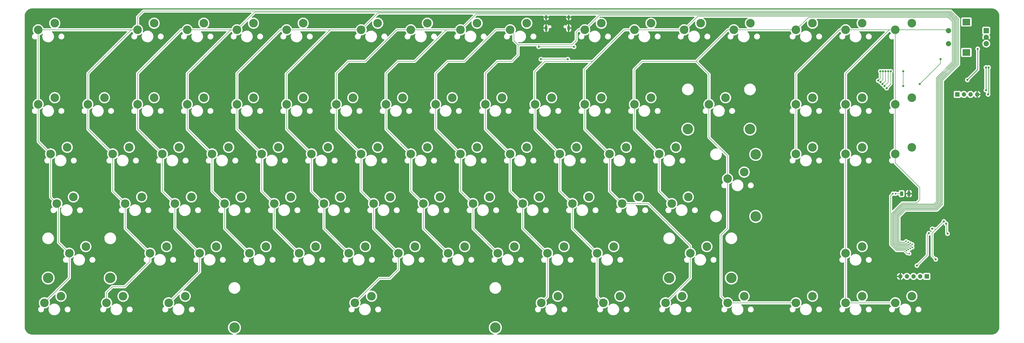
<source format=gbr>
%TF.GenerationSoftware,KiCad,Pcbnew,(7.0.0)*%
%TF.CreationDate,2023-12-09T11:02:40+00:00*%
%TF.ProjectId,TKL_PCB,544b4c5f-5043-4422-9e6b-696361645f70,rev?*%
%TF.SameCoordinates,Original*%
%TF.FileFunction,Copper,L1,Top*%
%TF.FilePolarity,Positive*%
%FSLAX46Y46*%
G04 Gerber Fmt 4.6, Leading zero omitted, Abs format (unit mm)*
G04 Created by KiCad (PCBNEW (7.0.0)) date 2023-12-09 11:02:40*
%MOMM*%
%LPD*%
G01*
G04 APERTURE LIST*
G04 Aperture macros list*
%AMRoundRect*
0 Rectangle with rounded corners*
0 $1 Rounding radius*
0 $2 $3 $4 $5 $6 $7 $8 $9 X,Y pos of 4 corners*
0 Add a 4 corners polygon primitive as box body*
4,1,4,$2,$3,$4,$5,$6,$7,$8,$9,$2,$3,0*
0 Add four circle primitives for the rounded corners*
1,1,$1+$1,$2,$3*
1,1,$1+$1,$4,$5*
1,1,$1+$1,$6,$7*
1,1,$1+$1,$8,$9*
0 Add four rect primitives between the rounded corners*
20,1,$1+$1,$2,$3,$4,$5,0*
20,1,$1+$1,$4,$5,$6,$7,0*
20,1,$1+$1,$6,$7,$8,$9,0*
20,1,$1+$1,$8,$9,$2,$3,0*%
G04 Aperture macros list end*
%TA.AperFunction,ComponentPad*%
%ADD10C,4.000000*%
%TD*%
%TA.AperFunction,SMDPad,CuDef*%
%ADD11RoundRect,0.250000X0.375000X0.625000X-0.375000X0.625000X-0.375000X-0.625000X0.375000X-0.625000X0*%
%TD*%
%TA.AperFunction,ComponentPad*%
%ADD12R,1.700000X1.700000*%
%TD*%
%TA.AperFunction,ComponentPad*%
%ADD13O,1.700000X1.700000*%
%TD*%
%TA.AperFunction,SMDPad,CuDef*%
%ADD14RoundRect,0.135000X0.135000X0.185000X-0.135000X0.185000X-0.135000X-0.185000X0.135000X-0.185000X0*%
%TD*%
%TA.AperFunction,ComponentPad*%
%ADD15C,3.300000*%
%TD*%
%TA.AperFunction,ComponentPad*%
%ADD16O,1.000000X1.600000*%
%TD*%
%TA.AperFunction,ComponentPad*%
%ADD17O,1.000000X2.100000*%
%TD*%
%TA.AperFunction,ComponentPad*%
%ADD18R,2.000000X2.000000*%
%TD*%
%TA.AperFunction,ComponentPad*%
%ADD19C,2.000000*%
%TD*%
%TA.AperFunction,ComponentPad*%
%ADD20R,3.000000X2.500000*%
%TD*%
%TA.AperFunction,ViaPad*%
%ADD21C,0.800000*%
%TD*%
%TA.AperFunction,ViaPad*%
%ADD22C,0.600000*%
%TD*%
%TA.AperFunction,Conductor*%
%ADD23C,0.200000*%
%TD*%
%TA.AperFunction,Conductor*%
%ADD24C,0.300000*%
%TD*%
%TA.AperFunction,Conductor*%
%ADD25C,0.250000*%
%TD*%
G04 APERTURE END LIST*
D10*
%TO.P,S1,*%
%TO.N,*%
X49212500Y-115728750D03*
X25400000Y-115728750D03*
%TD*%
%TO.P,S3,*%
%TO.N,*%
X287337500Y-115728750D03*
X263525000Y-115728750D03*
%TD*%
D11*
%TO.P,D89,1,K*%
%TO.N,GND*%
X355412500Y-83343750D03*
%TO.P,D89,2,A*%
%TO.N,Net-(D89-A)*%
X352612500Y-83343750D03*
%TD*%
D10*
%TO.P,S4,*%
%TO.N,*%
X296703750Y-68262500D03*
X296703750Y-92075000D03*
%TD*%
D12*
%TO.P,J3,1,Pin_1*%
%TO.N,+3V3*%
X373948749Y-45239152D03*
D13*
%TO.P,J3,2,Pin_2*%
%TO.N,SDA*%
X376488749Y-45239152D03*
%TO.P,J3,3,Pin_3*%
%TO.N,SCL*%
X379028749Y-45239152D03*
%TO.P,J3,4,Pin_4*%
%TO.N,GND*%
X381568749Y-45239152D03*
%TD*%
D10*
%TO.P,S2,*%
%TO.N,*%
X196850000Y-134778750D03*
X96837500Y-134778750D03*
%TD*%
D14*
%TO.P,R12,1*%
%TO.N,Net-(D89-A)*%
X350296250Y-83343750D03*
%TO.P,R12,2*%
%TO.N,LED_min*%
X349276250Y-83343750D03*
%TD*%
D10*
%TO.P,S5,*%
%TO.N,*%
X294481250Y-58578750D03*
X270668750Y-58578750D03*
%TD*%
D15*
%TO.P,SW83,1,1*%
%TO.N,col6*%
X262096250Y-125253750D03*
%TO.P,SW83,2,2*%
%TO.N,Net-(D83-A)*%
X268446250Y-122713750D03*
%TD*%
%TO.P,SW42,1,1*%
%TO.N,col5*%
X183515000Y-68103750D03*
%TO.P,SW42,2,2*%
%TO.N,Net-(D42-A)*%
X189865000Y-65563750D03*
%TD*%
%TO.P,SW67,1,1*%
%TO.N,col2*%
X102552500Y-106203750D03*
%TO.P,SW67,2,2*%
%TO.N,Net-(D67-A)*%
X108902500Y-103663750D03*
%TD*%
%TO.P,SW33,1,1*%
%TO.N,col8*%
X350202500Y-49053750D03*
%TO.P,SW33,2,2*%
%TO.N,Net-(D33-A)*%
X356552500Y-46513750D03*
%TD*%
%TO.P,SW86,1,1*%
%TO.N,col8*%
X331152500Y-125253750D03*
%TO.P,SW86,2,2*%
%TO.N,Net-(D86-A)*%
X337502500Y-122713750D03*
%TD*%
%TO.P,SW20,1,1*%
%TO.N,col2*%
X78740000Y-49053750D03*
%TO.P,SW20,2,2*%
%TO.N,Net-(D20-A)*%
X85090000Y-46513750D03*
%TD*%
%TO.P,SW69,1,1*%
%TO.N,col3*%
X140652500Y-106203750D03*
%TO.P,SW69,2,2*%
%TO.N,Net-(D69-A)*%
X147002500Y-103663750D03*
%TD*%
%TO.P,SW50,1,1*%
%TO.N,col8*%
X350202500Y-68103750D03*
%TO.P,SW50,2,2*%
%TO.N,Net-(D50-A)*%
X356552500Y-65563750D03*
%TD*%
%TO.P,SW28,1,1*%
%TO.N,col6*%
X231140000Y-49053750D03*
%TO.P,SW28,2,2*%
%TO.N,Net-(D28-A)*%
X237490000Y-46513750D03*
%TD*%
%TO.P,SW38,1,1*%
%TO.N,col3*%
X107315000Y-68103750D03*
%TO.P,SW38,2,2*%
%TO.N,Net-(D38-A)*%
X113665000Y-65563750D03*
%TD*%
%TO.P,SW22,1,1*%
%TO.N,col3*%
X116840000Y-49053750D03*
%TO.P,SW22,2,2*%
%TO.N,Net-(D22-A)*%
X123190000Y-46513750D03*
%TD*%
%TO.P,SW6,1,1*%
%TO.N,col3*%
X145415000Y-20478750D03*
%TO.P,SW6,2,2*%
%TO.N,Net-(D6-A)*%
X151765000Y-17938750D03*
%TD*%
%TO.P,SW74,1,1*%
%TO.N,col6*%
X235902500Y-106203750D03*
%TO.P,SW74,2,2*%
%TO.N,Net-(D74-A)*%
X242252500Y-103663750D03*
%TD*%
%TO.P,SW41,1,1*%
%TO.N,col4*%
X164465000Y-68103750D03*
%TO.P,SW41,2,2*%
%TO.N,Net-(D41-A)*%
X170815000Y-65563750D03*
%TD*%
%TO.P,SW11,1,1*%
%TO.N,col6*%
X250190000Y-20478750D03*
%TO.P,SW11,2,2*%
%TO.N,Net-(D11-A)*%
X256540000Y-17938750D03*
%TD*%
%TO.P,SW82,1,1*%
%TO.N,col6*%
X238283750Y-125253750D03*
%TO.P,SW82,2,2*%
%TO.N,Net-(D82-A)*%
X244633750Y-122713750D03*
%TD*%
%TO.P,SW59,1,1*%
%TO.N,col5*%
X188277500Y-87153750D03*
%TO.P,SW59,2,2*%
%TO.N,Net-(D59-A)*%
X194627500Y-84613750D03*
%TD*%
%TO.P,SW16,1,1*%
%TO.N,col8*%
X350202500Y-20478750D03*
%TO.P,SW16,2,2*%
%TO.N,Net-(D16-A)*%
X356552500Y-17938750D03*
%TD*%
D16*
%TO.P,J1,S1,SHIELD*%
%TO.N,GND*%
X216342499Y-15618749D03*
D17*
X216342499Y-19798749D03*
D16*
X224982499Y-15618749D03*
D17*
X224982499Y-19798749D03*
%TD*%
D15*
%TO.P,SW4,1,1*%
%TO.N,col2*%
X97790000Y-20478750D03*
%TO.P,SW4,2,2*%
%TO.N,Net-(D4-A)*%
X104140000Y-17938750D03*
%TD*%
%TO.P,SW46,1,1*%
%TO.N,col7*%
X259715000Y-68103750D03*
%TO.P,SW46,2,2*%
%TO.N,Net-(D46-A)*%
X266065000Y-65563750D03*
%TD*%
%TO.P,SW7,1,1*%
%TO.N,col4*%
X164465000Y-20478750D03*
%TO.P,SW7,2,2*%
%TO.N,Net-(D7-A)*%
X170815000Y-17938750D03*
%TD*%
%TO.P,SW85,1,1*%
%TO.N,col7*%
X312102500Y-125253750D03*
%TO.P,SW85,2,2*%
%TO.N,Net-(D85-A)*%
X318452500Y-122713750D03*
%TD*%
%TO.P,SW17,1,1*%
%TO.N,col1*%
X21590000Y-49053750D03*
%TO.P,SW17,2,2*%
%TO.N,Net-(D17-A)*%
X27940000Y-46513750D03*
%TD*%
%TO.P,SW23,1,1*%
%TO.N,col4*%
X135890000Y-49053750D03*
%TO.P,SW23,2,2*%
%TO.N,Net-(D23-A)*%
X142240000Y-46513750D03*
%TD*%
%TO.P,SW58,1,1*%
%TO.N,col4*%
X169227500Y-87153750D03*
%TO.P,SW58,2,2*%
%TO.N,Net-(D58-A)*%
X175577500Y-84613750D03*
%TD*%
%TO.P,SW76,1,1*%
%TO.N,col8*%
X331152500Y-106203750D03*
%TO.P,SW76,2,2*%
%TO.N,Net-(D76-A)*%
X337502500Y-103663750D03*
%TD*%
%TO.P,SW19,1,1*%
%TO.N,col2*%
X59690000Y-49053750D03*
%TO.P,SW19,2,2*%
%TO.N,Net-(D19-A)*%
X66040000Y-46513750D03*
%TD*%
%TO.P,SW12,1,1*%
%TO.N,col6*%
X269240000Y-20478750D03*
%TO.P,SW12,2,2*%
%TO.N,Net-(D12-A)*%
X275590000Y-17938750D03*
%TD*%
%TO.P,SW53,1,1*%
%TO.N,col2*%
X73977500Y-87153750D03*
%TO.P,SW53,2,2*%
%TO.N,Net-(D53-A)*%
X80327500Y-84613750D03*
%TD*%
%TO.P,SW37,1,1*%
%TO.N,col2*%
X88265000Y-68103750D03*
%TO.P,SW37,2,2*%
%TO.N,Net-(D37-A)*%
X94615000Y-65563750D03*
%TD*%
%TO.P,SW31,1,1*%
%TO.N,col8*%
X312102500Y-49053750D03*
%TO.P,SW31,2,2*%
%TO.N,Net-(D31-A)*%
X318452500Y-46513750D03*
%TD*%
%TO.P,SW75,1,1*%
%TO.N,col6*%
X271621250Y-106203750D03*
%TO.P,SW75,2,2*%
%TO.N,Net-(D75-A)*%
X277971250Y-103663750D03*
%TD*%
%TO.P,SW77,1,1*%
%TO.N,col1*%
X23971250Y-125253750D03*
%TO.P,SW77,2,2*%
%TO.N,Net-(D77-A)*%
X30321250Y-122713750D03*
%TD*%
%TO.P,SW32,1,1*%
%TO.N,col8*%
X331152500Y-49053750D03*
%TO.P,SW32,2,2*%
%TO.N,Net-(D32-A)*%
X337502500Y-46513750D03*
%TD*%
%TO.P,SW48,1,1*%
%TO.N,col8*%
X312102500Y-68103750D03*
%TO.P,SW48,2,2*%
%TO.N,Net-(D48-A)*%
X318452500Y-65563750D03*
%TD*%
%TO.P,SW72,1,1*%
%TO.N,col5*%
X197802500Y-106203750D03*
%TO.P,SW72,2,2*%
%TO.N,Net-(D72-A)*%
X204152500Y-103663750D03*
%TD*%
%TO.P,SW34,1,1*%
%TO.N,col1*%
X26352500Y-68103750D03*
%TO.P,SW34,2,2*%
%TO.N,Net-(D34-A)*%
X32702500Y-65563750D03*
%TD*%
%TO.P,SW36,1,1*%
%TO.N,col2*%
X69215000Y-68103750D03*
%TO.P,SW36,2,2*%
%TO.N,Net-(D36-A)*%
X75565000Y-65563750D03*
%TD*%
%TO.P,SW18,1,1*%
%TO.N,col1*%
X40640000Y-49053750D03*
%TO.P,SW18,2,2*%
%TO.N,Net-(D18-A)*%
X46990000Y-46513750D03*
%TD*%
%TO.P,SW8,1,1*%
%TO.N,col4*%
X183515000Y-20478750D03*
%TO.P,SW8,2,2*%
%TO.N,Net-(D8-A)*%
X189865000Y-17938750D03*
%TD*%
%TO.P,SW79,1,1*%
%TO.N,col2*%
X71596250Y-125253750D03*
%TO.P,SW79,2,2*%
%TO.N,Net-(D79-A)*%
X77946250Y-122713750D03*
%TD*%
%TO.P,SW71,1,1*%
%TO.N,col4*%
X178752500Y-106203750D03*
%TO.P,SW71,2,2*%
%TO.N,Net-(D71-A)*%
X185102500Y-103663750D03*
%TD*%
D12*
%TO.P,J4,1,Pin_1*%
%TO.N,SWC*%
X362262499Y-115093749D03*
D13*
%TO.P,J4,2,Pin_2*%
%TO.N,SWD*%
X359722499Y-115093749D03*
%TO.P,J4,3,Pin_3*%
%TO.N,RESET*%
X357182499Y-115093749D03*
%TO.P,J4,4,Pin_4*%
%TO.N,+3V3*%
X354642499Y-115093749D03*
%TO.P,J4,5,Pin_5*%
%TO.N,GND*%
X352102499Y-115093749D03*
%TD*%
D15*
%TO.P,SW3,1,1*%
%TO.N,col2*%
X78740000Y-20478750D03*
%TO.P,SW3,2,2*%
%TO.N,Net-(D3-A)*%
X85090000Y-17938750D03*
%TD*%
%TO.P,SW81,1,1*%
%TO.N,col5*%
X214471250Y-125253750D03*
%TO.P,SW81,2,2*%
%TO.N,Net-(D81-A)*%
X220821250Y-122713750D03*
%TD*%
%TO.P,SW9,1,1*%
%TO.N,col5*%
X202565000Y-20478750D03*
%TO.P,SW9,2,2*%
%TO.N,Net-(D9-A)*%
X208915000Y-17938750D03*
%TD*%
D18*
%TO.P,SW88,A,A*%
%TO.N,REA*%
X385070499Y-20796249D03*
D19*
%TO.P,SW88,B,B*%
%TO.N,REB*%
X385070500Y-25796250D03*
%TO.P,SW88,C,C*%
%TO.N,GND*%
X385070500Y-23296250D03*
D20*
%TO.P,SW88,MP*%
%TO.N,N/C*%
X377450499Y-29146249D03*
X377450499Y-17446249D03*
D19*
%TO.P,SW88,S1,S1*%
%TO.N,col8*%
X370570500Y-20796250D03*
%TO.P,SW88,S2,S2*%
%TO.N,Net-(D88-A)*%
X370570500Y-25796250D03*
%TD*%
D15*
%TO.P,SW70,1,1*%
%TO.N,col4*%
X159702500Y-106203750D03*
%TO.P,SW70,2,2*%
%TO.N,Net-(D70-A)*%
X166052500Y-103663750D03*
%TD*%
%TO.P,SW5,1,1*%
%TO.N,col3*%
X116840000Y-20478750D03*
%TO.P,SW5,2,2*%
%TO.N,Net-(D5-A)*%
X123190000Y-17938750D03*
%TD*%
%TO.P,SW13,1,1*%
%TO.N,col7*%
X288290000Y-20478750D03*
%TO.P,SW13,2,2*%
%TO.N,Net-(D13-A)*%
X294640000Y-17938750D03*
%TD*%
%TO.P,SW26,1,1*%
%TO.N,col5*%
X193040000Y-49053750D03*
%TO.P,SW26,2,2*%
%TO.N,Net-(D26-A)*%
X199390000Y-46513750D03*
%TD*%
%TO.P,SW47,1,1*%
%TO.N,col7*%
X285908750Y-77628750D03*
%TO.P,SW47,2,2*%
%TO.N,Net-(D47-A)*%
X292258750Y-75088750D03*
%TD*%
%TO.P,SW80,1,1*%
%TO.N,col4*%
X143033750Y-125253750D03*
%TO.P,SW80,2,2*%
%TO.N,Net-(D80-A)*%
X149383750Y-122713750D03*
%TD*%
%TO.P,SW14,1,1*%
%TO.N,col7*%
X312102500Y-20478750D03*
%TO.P,SW14,2,2*%
%TO.N,Net-(D14-A)*%
X318452500Y-17938750D03*
%TD*%
%TO.P,SW21,1,1*%
%TO.N,col3*%
X97790000Y-49053750D03*
%TO.P,SW21,2,2*%
%TO.N,Net-(D21-A)*%
X104140000Y-46513750D03*
%TD*%
%TO.P,SW73,1,1*%
%TO.N,col5*%
X216852500Y-106203750D03*
%TO.P,SW73,2,2*%
%TO.N,Net-(D73-A)*%
X223202500Y-103663750D03*
%TD*%
%TO.P,SW57,1,1*%
%TO.N,col4*%
X150177500Y-87153750D03*
%TO.P,SW57,2,2*%
%TO.N,Net-(D57-A)*%
X156527500Y-84613750D03*
%TD*%
%TO.P,SW87,1,1*%
%TO.N,col8*%
X350202500Y-125253750D03*
%TO.P,SW87,2,2*%
%TO.N,Net-(D87-A)*%
X356552500Y-122713750D03*
%TD*%
%TO.P,SW35,1,1*%
%TO.N,col1*%
X50165000Y-68103750D03*
%TO.P,SW35,2,2*%
%TO.N,Net-(D35-A)*%
X56515000Y-65563750D03*
%TD*%
%TO.P,SW56,1,1*%
%TO.N,col3*%
X131127500Y-87153750D03*
%TO.P,SW56,2,2*%
%TO.N,Net-(D56-A)*%
X137477500Y-84613750D03*
%TD*%
%TO.P,SW15,1,1*%
%TO.N,col8*%
X331152500Y-20478750D03*
%TO.P,SW15,2,2*%
%TO.N,Net-(D15-A)*%
X337502500Y-17938750D03*
%TD*%
%TO.P,SW55,1,1*%
%TO.N,col3*%
X112077500Y-87153750D03*
%TO.P,SW55,2,2*%
%TO.N,Net-(D55-A)*%
X118427500Y-84613750D03*
%TD*%
%TO.P,SW65,1,1*%
%TO.N,col1*%
X64452500Y-106203750D03*
%TO.P,SW65,2,2*%
%TO.N,Net-(D65-A)*%
X70802500Y-103663750D03*
%TD*%
%TO.P,SW63,1,1*%
%TO.N,col7*%
X264477500Y-87153750D03*
%TO.P,SW63,2,2*%
%TO.N,Net-(D63-A)*%
X270827500Y-84613750D03*
%TD*%
%TO.P,SW49,1,1*%
%TO.N,col8*%
X331152500Y-68103750D03*
%TO.P,SW49,2,2*%
%TO.N,Net-(D49-A)*%
X337502500Y-65563750D03*
%TD*%
%TO.P,SW24,1,1*%
%TO.N,col4*%
X154940000Y-49053750D03*
%TO.P,SW24,2,2*%
%TO.N,Net-(D24-A)*%
X161290000Y-46513750D03*
%TD*%
%TO.P,SW51,1,1*%
%TO.N,col1*%
X28733750Y-87153750D03*
%TO.P,SW51,2,2*%
%TO.N,Net-(D51-A)*%
X35083750Y-84613750D03*
%TD*%
%TO.P,SW66,1,1*%
%TO.N,col2*%
X83502500Y-106203750D03*
%TO.P,SW66,2,2*%
%TO.N,Net-(D66-A)*%
X89852500Y-103663750D03*
%TD*%
%TO.P,SW84,1,1*%
%TO.N,col7*%
X285908750Y-125253750D03*
%TO.P,SW84,2,2*%
%TO.N,Net-(D84-A)*%
X292258750Y-122713750D03*
%TD*%
%TO.P,SW43,1,1*%
%TO.N,col5*%
X202565000Y-68103750D03*
%TO.P,SW43,2,2*%
%TO.N,Net-(D43-A)*%
X208915000Y-65563750D03*
%TD*%
%TO.P,SW52,1,1*%
%TO.N,col1*%
X54927500Y-87153750D03*
%TO.P,SW52,2,2*%
%TO.N,Net-(D52-A)*%
X61277500Y-84613750D03*
%TD*%
%TO.P,SW40,1,1*%
%TO.N,col4*%
X145415000Y-68103750D03*
%TO.P,SW40,2,2*%
%TO.N,Net-(D40-A)*%
X151765000Y-65563750D03*
%TD*%
%TO.P,SW1,1,1*%
%TO.N,col1*%
X21590000Y-20478750D03*
%TO.P,SW1,2,2*%
%TO.N,Net-(D1-A)*%
X27940000Y-17938750D03*
%TD*%
%TO.P,SW62,1,1*%
%TO.N,col6*%
X245427500Y-87153750D03*
%TO.P,SW62,2,2*%
%TO.N,Net-(D62-A)*%
X251777500Y-84613750D03*
%TD*%
%TO.P,SW30,1,1*%
%TO.N,col7*%
X278765000Y-49053750D03*
%TO.P,SW30,2,2*%
%TO.N,Net-(D30-A)*%
X285115000Y-46513750D03*
%TD*%
%TO.P,SW45,1,1*%
%TO.N,col6*%
X240665000Y-68103750D03*
%TO.P,SW45,2,2*%
%TO.N,Net-(D45-A)*%
X247015000Y-65563750D03*
%TD*%
%TO.P,SW68,1,1*%
%TO.N,col3*%
X121602500Y-106203750D03*
%TO.P,SW68,2,2*%
%TO.N,Net-(D68-A)*%
X127952500Y-103663750D03*
%TD*%
%TO.P,SW60,1,1*%
%TO.N,col5*%
X207327500Y-87153750D03*
%TO.P,SW60,2,2*%
%TO.N,Net-(D60-A)*%
X213677500Y-84613750D03*
%TD*%
%TO.P,SW10,1,1*%
%TO.N,col5*%
X231140000Y-20478750D03*
%TO.P,SW10,2,2*%
%TO.N,Net-(D10-A)*%
X237490000Y-17938750D03*
%TD*%
%TO.P,SW29,1,1*%
%TO.N,col7*%
X250190000Y-49053750D03*
%TO.P,SW29,2,2*%
%TO.N,Net-(D29-A)*%
X256540000Y-46513750D03*
%TD*%
%TO.P,SW78,1,1*%
%TO.N,col1*%
X47783750Y-125253750D03*
%TO.P,SW78,2,2*%
%TO.N,Net-(D78-A)*%
X54133750Y-122713750D03*
%TD*%
%TO.P,SW44,1,1*%
%TO.N,col6*%
X221615000Y-68103750D03*
%TO.P,SW44,2,2*%
%TO.N,Net-(D44-A)*%
X227965000Y-65563750D03*
%TD*%
%TO.P,SW61,1,1*%
%TO.N,col6*%
X226377500Y-87153750D03*
%TO.P,SW61,2,2*%
%TO.N,Net-(D61-A)*%
X232727500Y-84613750D03*
%TD*%
%TO.P,SW27,1,1*%
%TO.N,col6*%
X212090000Y-49053750D03*
%TO.P,SW27,2,2*%
%TO.N,Net-(D27-A)*%
X218440000Y-46513750D03*
%TD*%
%TO.P,SW54,1,1*%
%TO.N,col2*%
X93027500Y-87153750D03*
%TO.P,SW54,2,2*%
%TO.N,Net-(D54-A)*%
X99377500Y-84613750D03*
%TD*%
%TO.P,SW39,1,1*%
%TO.N,col3*%
X126365000Y-68103750D03*
%TO.P,SW39,2,2*%
%TO.N,Net-(D39-A)*%
X132715000Y-65563750D03*
%TD*%
%TO.P,SW2,1,1*%
%TO.N,col1*%
X59690000Y-20478750D03*
%TO.P,SW2,2,2*%
%TO.N,Net-(D2-A)*%
X66040000Y-17938750D03*
%TD*%
%TO.P,SW64,1,1*%
%TO.N,col1*%
X33496250Y-106203750D03*
%TO.P,SW64,2,2*%
%TO.N,Net-(D64-A)*%
X39846250Y-103663750D03*
%TD*%
%TO.P,SW25,1,1*%
%TO.N,col5*%
X173990000Y-49053750D03*
%TO.P,SW25,2,2*%
%TO.N,Net-(D25-A)*%
X180340000Y-46513750D03*
%TD*%
D21*
%TO.N,GND*%
X364148473Y-111125000D03*
X363364179Y-93783217D03*
X378618750Y-95250000D03*
X386788707Y-24093865D03*
X370925181Y-93436296D03*
X369093750Y-115887500D03*
X366831385Y-93017219D03*
X375443750Y-103499500D03*
X367769702Y-110061717D03*
X367303952Y-115911405D03*
X224631250Y-24920282D03*
X367752174Y-101357904D03*
X365680395Y-103437652D03*
X299576841Y-36999557D03*
X357187500Y-98425000D03*
X301324135Y-37400575D03*
X366681250Y-102350000D03*
X379406250Y-79381250D03*
X350309148Y-109198019D03*
X357981250Y-84137500D03*
X217662291Y-24929387D03*
X357981250Y-103502116D03*
X381793750Y-42068750D03*
X367752174Y-103429683D03*
X359697236Y-98421829D03*
X368300000Y-107950000D03*
X373834960Y-98791618D03*
X365681250Y-101350000D03*
X298794258Y-36162584D03*
%TO.N,+3V3*%
X363081250Y-98550000D03*
X370219980Y-98699909D03*
X369646256Y-94862637D03*
X358481250Y-110950000D03*
X381793750Y-27781250D03*
X377825000Y-39687500D03*
%TO.N,+1V1*%
X364331250Y-96837500D03*
X368814856Y-94022869D03*
X365715587Y-108548988D03*
%TO.N,row1*%
X224631250Y-31750000D03*
X214312500Y-31750000D03*
%TO.N,row2*%
X213518750Y-26987500D03*
X227012500Y-26987500D03*
%TO.N,row3*%
X344487500Y-40481250D03*
X345457741Y-36381750D03*
%TO.N,row4*%
X343645290Y-39943027D03*
X344458238Y-36381750D03*
%TO.N,row8*%
X346868750Y-42862500D03*
X348456250Y-36381750D03*
%TO.N,row5*%
X346075000Y-42068750D03*
X347456747Y-36381750D03*
%TO.N,row6*%
X346457244Y-36381750D03*
X345281250Y-41275000D03*
%TO.N,row7*%
X353218750Y-36381750D03*
X353218750Y-42068750D03*
%TO.N,row10*%
X367506250Y-31750000D03*
X359568750Y-41275000D03*
D22*
%TO.N,col1*%
X354341244Y-101595550D03*
%TO.N,col2*%
X355140746Y-101995550D03*
%TO.N,col3*%
X355928744Y-102395550D03*
%TO.N,col4*%
X356728246Y-102800550D03*
%TO.N,col5*%
X356734000Y-104002116D03*
%TO.N,col6*%
X355934496Y-104388050D03*
%TO.N,col7*%
X355220271Y-104802115D03*
%TO.N,col8*%
X354459385Y-105201616D03*
%TO.N,LED_min*%
X355600000Y-106362500D03*
D21*
%TO.N,REB*%
X384968750Y-43656250D03*
X384968750Y-34925000D03*
%TO.N,REA*%
X385968253Y-34925000D03*
X385762500Y-45243750D03*
%TD*%
D23*
%TO.N,GND*%
X367769702Y-110061717D02*
X368300000Y-109531419D01*
X224982500Y-24569032D02*
X224982500Y-19798750D01*
X371475000Y-113506250D02*
X371475000Y-111125000D01*
X369069845Y-115911405D02*
X369093750Y-115887500D01*
X364148473Y-111125000D02*
X364148473Y-112755926D01*
X365211756Y-110061717D02*
X367769702Y-110061717D01*
X224631250Y-24920282D02*
X224622145Y-24929387D01*
X368300000Y-109531419D02*
X368300000Y-107950000D01*
X367303952Y-115911405D02*
X369069845Y-115911405D01*
D24*
X298794258Y-36216974D02*
X299576841Y-36999557D01*
D23*
X224631250Y-24920282D02*
X224982500Y-24569032D01*
D24*
X298794258Y-36162584D02*
X298794258Y-36216974D01*
D23*
X364148473Y-112755926D02*
X367303952Y-115911405D01*
X216955158Y-24929387D02*
X216342500Y-24316729D01*
D25*
X357187500Y-83343750D02*
X357981250Y-84137500D01*
D23*
X364148473Y-111125000D02*
X365211756Y-110061717D01*
D24*
X300923117Y-36999557D02*
X301324135Y-37400575D01*
D23*
X224622145Y-24929387D02*
X217662291Y-24929387D01*
X217662291Y-24929387D02*
X216955158Y-24929387D01*
X216342500Y-24316729D02*
X216342500Y-19798750D01*
X369093750Y-115887500D02*
X371475000Y-113506250D01*
D24*
X299576841Y-36999557D02*
X300923117Y-36999557D01*
D25*
X355412500Y-83343750D02*
X357187500Y-83343750D01*
D23*
X371475000Y-111125000D02*
X368300000Y-107950000D01*
%TO.N,+3V3*%
X369646256Y-94862637D02*
X369887500Y-95103881D01*
X358481250Y-110950000D02*
X362481250Y-106950000D01*
D25*
X381793750Y-27781250D02*
X381793750Y-35718750D01*
D23*
X369887500Y-95103881D02*
X369887500Y-96837500D01*
D25*
X381793750Y-35718750D02*
X377825000Y-39687500D01*
D23*
X362481250Y-99150000D02*
X363081250Y-98550000D01*
X369887500Y-96837500D02*
X369887500Y-98367429D01*
X369887500Y-98367429D02*
X370219980Y-98699909D01*
X362481250Y-106950000D02*
X362481250Y-99150000D01*
%TO.N,+1V1*%
X365715587Y-97122138D02*
X368814856Y-94022869D01*
X365430949Y-96837500D02*
X365715587Y-97122138D01*
X364331250Y-98506475D02*
X365715587Y-97122138D01*
X364331250Y-107164651D02*
X364331250Y-98506475D01*
X364331250Y-96837500D02*
X365430949Y-96837500D01*
X365715587Y-108548988D02*
X364331250Y-107164651D01*
%TO.N,row1*%
X214312500Y-31750000D02*
X224631250Y-31750000D01*
%TO.N,row2*%
X213518750Y-26987500D02*
X227012500Y-26987500D01*
%TO.N,row3*%
X345457741Y-39511009D02*
X345457741Y-36381750D01*
X344487500Y-40481250D02*
X345457741Y-39511009D01*
%TO.N,row4*%
X344458238Y-39130079D02*
X344458238Y-36381750D01*
X343645290Y-39943027D02*
X344458238Y-39130079D01*
%TO.N,row8*%
X348456250Y-41275000D02*
X348456250Y-36381750D01*
X346868750Y-42862500D02*
X348456250Y-41275000D01*
%TO.N,row5*%
X346075000Y-42068750D02*
X347456747Y-40687003D01*
X347456747Y-40687003D02*
X347456747Y-36381750D01*
%TO.N,row6*%
X346457244Y-40099006D02*
X346457244Y-36381750D01*
X345281250Y-41275000D02*
X346457244Y-40099006D01*
%TO.N,row7*%
X353218750Y-42068750D02*
X353218750Y-36381750D01*
%TO.N,row10*%
X367506250Y-33337500D02*
X367506250Y-31750000D01*
X359568750Y-41275000D02*
X367506250Y-33337500D01*
%TO.N,col1*%
X64452500Y-106203750D02*
X64452500Y-109378750D01*
X40640000Y-49053750D02*
X40640000Y-58578750D01*
X33496250Y-106203750D02*
X33496250Y-115728750D01*
X368318747Y-87512866D02*
X368318750Y-39887864D01*
X59690000Y-15520113D02*
X59690000Y-20478750D01*
X368318750Y-39887864D02*
X374450821Y-33755793D01*
X59690000Y-20478750D02*
X57356548Y-20478750D01*
X40640000Y-58578750D02*
X50165000Y-68103750D01*
X54927500Y-96678750D02*
X64452500Y-106203750D01*
X28733750Y-87153750D02*
X29368750Y-87788750D01*
X21590000Y-20478750D02*
X57356548Y-20478750D01*
X57356548Y-20478750D02*
X40640000Y-37195298D01*
X21590000Y-40481250D02*
X21590000Y-49053750D01*
X29368750Y-102076250D02*
X33496250Y-106203750D01*
X47783750Y-121285000D02*
X47783750Y-125253750D01*
X54927500Y-87153750D02*
X54927500Y-96678750D01*
X21590000Y-63341250D02*
X26352500Y-68103750D01*
X26352500Y-84772500D02*
X28733750Y-87153750D01*
X26352500Y-68103750D02*
X26352500Y-84772500D01*
X40640000Y-37195298D02*
X40640000Y-49053750D01*
X64452500Y-109378750D02*
X54768750Y-119062500D01*
X33496250Y-115728750D02*
X23971250Y-125253750D01*
X374450822Y-16258767D02*
X371437120Y-13245064D01*
X21590000Y-20478750D02*
X21590000Y-40481250D01*
X354341244Y-101595550D02*
X353942494Y-101994300D01*
X61965049Y-13245064D02*
X59690000Y-15520113D01*
X366119110Y-89712500D02*
X368318747Y-87512866D01*
X371437120Y-13245064D02*
X61965049Y-13245064D01*
X29368750Y-87788750D02*
X29368750Y-92075000D01*
X352025550Y-101994300D02*
X351631250Y-101600000D01*
X354012500Y-89712500D02*
X366119110Y-89712500D01*
X353942494Y-101994300D02*
X352025550Y-101994300D01*
X50165000Y-68103750D02*
X50165000Y-82391250D01*
X50006250Y-119062500D02*
X47783750Y-121285000D01*
X50165000Y-82391250D02*
X54927500Y-87153750D01*
X54768750Y-119062500D02*
X50006250Y-119062500D01*
X374450821Y-33755793D02*
X374450822Y-16258767D01*
X351631250Y-101600000D02*
X351631250Y-92093750D01*
X351631250Y-92093750D02*
X354012500Y-89712500D01*
X29368750Y-92075000D02*
X29368750Y-102076250D01*
X21590000Y-49053750D02*
X21590000Y-63341250D01*
%TO.N,col2*%
X76406548Y-20478750D02*
X59690000Y-37195298D01*
X78740000Y-20478750D02*
X95456548Y-20478750D01*
X371271434Y-13645063D02*
X374050822Y-16424452D01*
X59690000Y-49053750D02*
X59690000Y-58578750D01*
X354741997Y-102394299D02*
X355140746Y-101995550D01*
X374050822Y-16424452D02*
X374050819Y-33590109D01*
X88265000Y-68103750D02*
X88265000Y-82391250D01*
X73977500Y-96678750D02*
X83502500Y-106203750D01*
X88265000Y-82391250D02*
X93027500Y-87153750D01*
X365953425Y-89312500D02*
X353846814Y-89312500D01*
X78740000Y-37195298D02*
X78740000Y-49053750D01*
X351231250Y-101765686D02*
X351859864Y-102394300D01*
X73977500Y-87153750D02*
X73977500Y-96678750D01*
X97790000Y-20478750D02*
X95456548Y-20478750D01*
X83502500Y-106203750D02*
X83502500Y-113347500D01*
X367918748Y-87347180D02*
X365953425Y-89312500D01*
X95456548Y-20478750D02*
X78740000Y-37195298D01*
X78740000Y-58578750D02*
X88265000Y-68103750D01*
X367918750Y-39722178D02*
X367918748Y-87347180D01*
X69215000Y-68103750D02*
X69215000Y-82391250D01*
X78740000Y-49053750D02*
X78740000Y-58578750D01*
X374050819Y-33590109D02*
X367918750Y-39722178D01*
X93027500Y-87153750D02*
X93027500Y-96678750D01*
X93027500Y-96678750D02*
X102552500Y-106203750D01*
X97790000Y-20478750D02*
X104623687Y-13645063D01*
X59690000Y-58578750D02*
X69215000Y-68103750D01*
X353846814Y-89312500D02*
X351231250Y-91928065D01*
X104623687Y-13645063D02*
X371271434Y-13645063D01*
X351859864Y-102394300D02*
X354741997Y-102394299D01*
X351231250Y-91928065D02*
X351231250Y-101765686D01*
X59690000Y-37195298D02*
X59690000Y-49053750D01*
X78740000Y-20478750D02*
X76406548Y-20478750D01*
X83502500Y-113347500D02*
X71596250Y-125253750D01*
X69215000Y-82391250D02*
X73977500Y-87153750D01*
%TO.N,col3*%
X151848687Y-14045063D02*
X371105748Y-14045063D01*
X112077500Y-87153750D02*
X112077500Y-96678750D01*
X97790000Y-58578750D02*
X107315000Y-68103750D01*
X351694178Y-102794300D02*
X355529994Y-102794300D01*
X107315000Y-68103750D02*
X107315000Y-82391250D01*
X107315000Y-82391250D02*
X112077500Y-87153750D01*
X353681128Y-88912500D02*
X350831250Y-91762379D01*
X112077500Y-96678750D02*
X121602500Y-106203750D01*
X367518748Y-87181494D02*
X365787740Y-88912500D01*
X116840000Y-58578750D02*
X126365000Y-68103750D01*
X371105748Y-14045063D02*
X373650822Y-16590137D01*
X114458750Y-20478750D02*
X97790000Y-37147500D01*
X97790000Y-37147500D02*
X97790000Y-49053750D01*
X355529994Y-102794300D02*
X355928744Y-102395550D01*
X365787740Y-88912500D02*
X353681128Y-88912500D01*
X145415000Y-20478750D02*
X151848687Y-14045063D01*
X116681250Y-37306250D02*
X116681250Y-48895000D01*
X126365000Y-68103750D02*
X126365000Y-82391250D01*
X373650822Y-16590137D02*
X373650820Y-33424423D01*
X131127500Y-96678750D02*
X140652500Y-106203750D01*
X116840000Y-49053750D02*
X116840000Y-58578750D01*
X373650820Y-33424423D02*
X367518750Y-39556492D01*
X145415000Y-20478750D02*
X133508750Y-20478750D01*
X350831250Y-91762379D02*
X350831250Y-101931372D01*
X116681250Y-48895000D02*
X116840000Y-49053750D01*
X116840000Y-20478750D02*
X145415000Y-20478750D01*
X367518750Y-39556492D02*
X367518748Y-87181494D01*
X97790000Y-49053750D02*
X97790000Y-58578750D01*
X116840000Y-20478750D02*
X114458750Y-20478750D01*
X133508750Y-20478750D02*
X116681250Y-37306250D01*
X131127500Y-87153750D02*
X131127500Y-96678750D01*
X126365000Y-82391250D02*
X131127500Y-87153750D01*
X350831250Y-101931372D02*
X351694178Y-102794300D01*
%TO.N,col4*%
X154940000Y-49053750D02*
X154940000Y-58578750D01*
X350431250Y-102097058D02*
X351528492Y-103194300D01*
X154940000Y-37147500D02*
X154940000Y-49053750D01*
X169227500Y-96678750D02*
X178752500Y-106203750D01*
X135890000Y-58578750D02*
X145415000Y-68103750D01*
X165956250Y-32543750D02*
X159543750Y-32543750D01*
X156368750Y-115887500D02*
X152400000Y-115887500D01*
X164465000Y-68103750D02*
X164465000Y-82391250D01*
X370965063Y-14470063D02*
X373250821Y-16755821D01*
X145415000Y-68103750D02*
X145415000Y-82391250D01*
X351528492Y-103194300D02*
X356334497Y-103194300D01*
X159702500Y-112553750D02*
X156368750Y-115887500D01*
X164465000Y-20478750D02*
X159049331Y-20478750D01*
X145415000Y-82391250D02*
X150177500Y-87153750D01*
X353515442Y-88512500D02*
X350431250Y-91596694D01*
X159049331Y-20478750D02*
X146984331Y-32543750D01*
X367118750Y-39390806D02*
X367118749Y-87015808D01*
X183515000Y-20478750D02*
X189523687Y-14470063D01*
X178021250Y-20478750D02*
X165956250Y-32543750D01*
X350431250Y-91596694D02*
X350431250Y-102097058D01*
X169227500Y-87153750D02*
X169227500Y-96678750D01*
X178593750Y-20478750D02*
X178021250Y-20478750D01*
X146984331Y-32543750D02*
X140493750Y-32543750D01*
X140493750Y-32543750D02*
X135890000Y-37147500D01*
X135890000Y-49053750D02*
X135890000Y-58578750D01*
X373250821Y-16755821D02*
X373250820Y-33258737D01*
X154940000Y-58578750D02*
X164465000Y-68103750D01*
X373250820Y-33258737D02*
X367118750Y-39390806D01*
X159543750Y-32543750D02*
X154940000Y-37147500D01*
X183515000Y-20478750D02*
X178593750Y-20478750D01*
X365622055Y-88512500D02*
X353515442Y-88512500D01*
X367118749Y-87015808D02*
X365622055Y-88512500D01*
X152400000Y-115887500D02*
X143033750Y-125253750D01*
X164465000Y-20478750D02*
X178593750Y-20478750D01*
X189523687Y-14470063D02*
X370965063Y-14470063D01*
X164465000Y-82391250D02*
X169227500Y-87153750D01*
X150177500Y-96678750D02*
X159702500Y-106203750D01*
X135890000Y-37147500D02*
X135890000Y-49053750D01*
X356334497Y-103194300D02*
X356728246Y-102800550D01*
X159702500Y-106203750D02*
X159702500Y-112553750D01*
X150177500Y-87153750D02*
X150177500Y-96678750D01*
%TO.N,col5*%
X173990000Y-49053750D02*
X173990000Y-58578750D01*
X350031250Y-91431009D02*
X350031250Y-102262744D01*
X228758750Y-20478750D02*
X231140000Y-20478750D01*
X188277500Y-87153750D02*
X188277500Y-96678750D01*
X372850820Y-33093051D02*
X366718750Y-39225120D01*
X207327500Y-96678750D02*
X216852500Y-106203750D01*
X205581250Y-30162500D02*
X203200000Y-32543750D01*
X216852500Y-122872500D02*
X214471250Y-125253750D01*
X207327500Y-87153750D02*
X207327500Y-96678750D01*
X366718750Y-86850122D02*
X365456372Y-88112500D01*
X202565000Y-20478750D02*
X203993750Y-21907500D01*
X202565000Y-82391250D02*
X207327500Y-87153750D01*
X356326184Y-103594300D02*
X356734000Y-104002116D01*
X197643750Y-32543750D02*
X193040000Y-37147500D01*
X216852500Y-106203750D02*
X216852500Y-122872500D01*
X370799377Y-14870063D02*
X370799377Y-14876283D01*
X351362806Y-103594300D02*
X356326184Y-103594300D01*
X365456372Y-88112500D02*
X353349756Y-88112500D01*
X188277500Y-96678750D02*
X197802500Y-106203750D01*
X227806250Y-24606250D02*
X227806250Y-21431250D01*
X197021250Y-20478750D02*
X184956250Y-32543750D01*
X173990000Y-37147500D02*
X173990000Y-49053750D01*
X193040000Y-37147500D02*
X193040000Y-49053750D01*
X193040000Y-58578750D02*
X202565000Y-68103750D01*
X236748687Y-14870063D02*
X370799377Y-14870063D01*
X227806250Y-21431250D02*
X228758750Y-20478750D01*
X202565000Y-68103750D02*
X202565000Y-82391250D01*
X203993750Y-21907500D02*
X203993750Y-24606250D01*
X202565000Y-20478750D02*
X197021250Y-20478750D01*
X353349756Y-88112500D02*
X350031250Y-91431009D01*
X226218750Y-26193750D02*
X227806250Y-24606250D01*
X203993750Y-24606250D02*
X205581250Y-26193750D01*
X205581250Y-26193750D02*
X205581250Y-30162500D01*
X372850821Y-16927728D02*
X372850820Y-33093051D01*
X350031250Y-102262744D02*
X351362806Y-103594300D01*
X183515000Y-82391250D02*
X188277500Y-87153750D01*
X184956250Y-32543750D02*
X178593750Y-32543750D01*
X231140000Y-20478750D02*
X236748687Y-14870063D01*
X183515000Y-68103750D02*
X183515000Y-82391250D01*
X205581250Y-26193750D02*
X226218750Y-26193750D01*
X366718750Y-39225120D02*
X366718750Y-86850122D01*
X178593750Y-32543750D02*
X173990000Y-37147500D01*
X173990000Y-58578750D02*
X183515000Y-68103750D01*
X193040000Y-49053750D02*
X193040000Y-58578750D01*
X370799377Y-14876283D02*
X372850821Y-16927728D01*
X203200000Y-32543750D02*
X197643750Y-32543750D01*
%TO.N,col6*%
X365290685Y-87712500D02*
X353184070Y-87712500D01*
X271621250Y-106203750D02*
X271621250Y-115728750D01*
X372450821Y-32927364D02*
X366318750Y-39059435D01*
X353184070Y-87712500D02*
X349631250Y-91265320D01*
X274448687Y-15270063D02*
X370627471Y-15270063D01*
X240665000Y-68103750D02*
X240665000Y-82391250D01*
X271621250Y-103346250D02*
X271621250Y-106203750D01*
X215923639Y-32520111D02*
X211931250Y-36512500D01*
X211931250Y-48895000D02*
X212090000Y-49053750D01*
X372450821Y-17093413D02*
X372450821Y-32927364D01*
X221615000Y-68103750D02*
X221615000Y-82391250D01*
X245427500Y-87153750D02*
X255428750Y-87153750D01*
X231140000Y-58578750D02*
X240665000Y-68103750D01*
X217487500Y-32543750D02*
X234156250Y-32543750D01*
X217511139Y-32520111D02*
X215923639Y-32520111D01*
X212090000Y-49053750D02*
X212090000Y-58578750D01*
X234156250Y-32543750D02*
X230981250Y-35718750D01*
X255428750Y-87153750D02*
X271621250Y-103346250D01*
X230981250Y-35718750D02*
X230981250Y-48895000D01*
X235902500Y-106203750D02*
X235902500Y-122872500D01*
X250190000Y-20478750D02*
X269240000Y-20478750D01*
X250190000Y-20478750D02*
X246221250Y-20478750D01*
X351197121Y-103994300D02*
X355540747Y-103994300D01*
X226377500Y-87153750D02*
X226377500Y-96678750D01*
X366318750Y-39059435D02*
X366318750Y-86684436D01*
X212090000Y-58578750D02*
X221615000Y-68103750D01*
X271621250Y-115728750D02*
X262096250Y-125253750D01*
X231140000Y-49053750D02*
X231140000Y-58578750D01*
X230981250Y-48895000D02*
X231140000Y-49053750D01*
X349631250Y-91265320D02*
X349631250Y-102428430D01*
X211931250Y-36512500D02*
X211931250Y-48895000D01*
X226377500Y-96678750D02*
X235902500Y-106203750D01*
X269240000Y-20478750D02*
X274448687Y-15270063D01*
X240665000Y-82391250D02*
X245427500Y-87153750D01*
X221615000Y-82391250D02*
X226377500Y-87153750D01*
X349631250Y-102428430D02*
X351197121Y-103994300D01*
X235902500Y-122872500D02*
X238283750Y-125253750D01*
X366318750Y-86684436D02*
X365290685Y-87712500D01*
X370627471Y-15270063D02*
X372450821Y-17093413D01*
X355540747Y-103994300D02*
X355934496Y-104388050D01*
X246221250Y-20478750D02*
X234156250Y-32543750D01*
%TO.N,col7*%
X353018384Y-87312500D02*
X349231250Y-91099635D01*
X316911187Y-15670063D02*
X370461785Y-15670063D01*
X312102500Y-20478750D02*
X316911187Y-15670063D01*
X365918750Y-86518750D02*
X365125000Y-87312500D01*
X250031250Y-35718750D02*
X250031250Y-48895000D01*
X250031250Y-48895000D02*
X250190000Y-49053750D01*
X285908750Y-96678750D02*
X283368750Y-99218750D01*
X288290000Y-20478750D02*
X285908750Y-20478750D01*
X288290000Y-20478750D02*
X312102500Y-20478750D01*
X278765000Y-49053750D02*
X278765000Y-61756987D01*
X349231250Y-102594116D02*
X351031434Y-104394300D01*
X285908750Y-77628750D02*
X285908750Y-96678750D01*
X273843750Y-32543750D02*
X278765000Y-37465000D01*
X278765000Y-61756987D02*
X285908750Y-68900737D01*
X250190000Y-58578750D02*
X259715000Y-68103750D01*
X283368750Y-122713750D02*
X285908750Y-125253750D01*
X372050821Y-32761679D02*
X365918750Y-38893750D01*
X283368750Y-99218750D02*
X283368750Y-122713750D01*
X270337412Y-32543750D02*
X273843750Y-32543750D01*
X349231250Y-91099635D02*
X349231250Y-102594116D01*
X250190000Y-49053750D02*
X250190000Y-58578750D01*
X285908750Y-68900737D02*
X285908750Y-77628750D01*
X372050821Y-17259099D02*
X372050821Y-32761679D01*
X365125000Y-87312500D02*
X353018384Y-87312500D01*
X370461785Y-15670063D02*
X372050821Y-17259099D01*
X365918750Y-38893750D02*
X365918750Y-86518750D01*
X285908750Y-125253750D02*
X312102500Y-125253750D01*
X278765000Y-37465000D02*
X278765000Y-49053750D01*
X285908750Y-20478750D02*
X273843750Y-32543750D01*
X354812455Y-104394299D02*
X355220271Y-104802115D01*
X259715000Y-82391250D02*
X264477500Y-87153750D01*
X259715000Y-68103750D02*
X259715000Y-82391250D01*
X270337412Y-32543750D02*
X253206250Y-32543750D01*
X351031434Y-104394300D02*
X354812455Y-104394299D01*
X253206250Y-32543750D02*
X250031250Y-35718750D01*
%TO.N,col8*%
X370253000Y-20478750D02*
X370570500Y-20796250D01*
X359568750Y-80962500D02*
X359568750Y-85725000D01*
X352852698Y-86912500D02*
X348831250Y-90933950D01*
X331152500Y-20478750D02*
X328819048Y-20478750D01*
X331152500Y-125253750D02*
X350202500Y-125253750D01*
X331152500Y-106203750D02*
X331152500Y-125253750D01*
X358381250Y-86912500D02*
X352852698Y-86912500D01*
X312102500Y-37195298D02*
X312102500Y-49053750D01*
X328819048Y-20478750D02*
X312102500Y-37195298D01*
X348831250Y-90933950D02*
X348831250Y-102759802D01*
X350202500Y-71596250D02*
X359568750Y-80962500D01*
X350202500Y-68103750D02*
X350202500Y-71596250D01*
X354052068Y-104794299D02*
X354459385Y-105201616D01*
X350202500Y-20478750D02*
X347869048Y-20478750D01*
X348831250Y-102759802D02*
X350865749Y-104794300D01*
X331152500Y-20478750D02*
X350202500Y-20478750D01*
X350202500Y-20478750D02*
X370253000Y-20478750D01*
X331152500Y-106203750D02*
X331152500Y-68103750D01*
X331152500Y-49053750D02*
X331152500Y-68103750D01*
X350865749Y-104794300D02*
X354052068Y-104794299D01*
X359568750Y-85725000D02*
X358381250Y-86912500D01*
X312102500Y-49053750D02*
X312102500Y-68103750D01*
X350202500Y-20478750D02*
X350202500Y-49053750D01*
X331152500Y-37195298D02*
X331152500Y-49053750D01*
X350202500Y-49053750D02*
X350202500Y-68103750D01*
X347869048Y-20478750D02*
X331152500Y-37195298D01*
%TO.N,LED_min*%
X348431250Y-102925488D02*
X350700064Y-105194300D01*
X349276250Y-83343750D02*
X348431250Y-84188750D01*
X348431250Y-84188750D02*
X348431250Y-102925488D01*
X354771740Y-106362500D02*
X355600000Y-106362500D01*
X353603540Y-105194300D02*
X354771740Y-106362500D01*
X350700064Y-105194300D02*
X353603540Y-105194300D01*
D25*
%TO.N,REB*%
X384968750Y-34925000D02*
X384968750Y-43656250D01*
%TO.N,REA*%
X385968253Y-34925000D02*
X385968253Y-45037997D01*
X385968253Y-45037997D02*
X385762500Y-45243750D01*
D23*
%TO.N,Net-(D89-A)*%
X350296250Y-83343750D02*
X352612500Y-83343750D01*
%TD*%
%TA.AperFunction,Conductor*%
%TO.N,GND*%
G36*
X387105611Y-12236363D02*
G01*
X387107818Y-12236478D01*
X387231527Y-12242960D01*
X387416670Y-12253378D01*
X387429061Y-12254705D01*
X387502012Y-12266258D01*
X387573773Y-12277624D01*
X387575058Y-12277834D01*
X387738101Y-12305534D01*
X387749419Y-12308007D01*
X387895896Y-12347254D01*
X387898098Y-12347866D01*
X388051975Y-12392195D01*
X388062052Y-12395573D01*
X388205691Y-12450709D01*
X388208589Y-12451866D01*
X388326166Y-12500567D01*
X388354586Y-12512339D01*
X388363423Y-12516412D01*
X388501458Y-12586743D01*
X388505031Y-12588641D01*
X388642401Y-12664561D01*
X388649932Y-12669080D01*
X388780307Y-12753746D01*
X388784526Y-12756610D01*
X388912063Y-12847100D01*
X388918270Y-12851809D01*
X389039360Y-12949864D01*
X389043907Y-12953734D01*
X389159786Y-13057288D01*
X389160290Y-13057738D01*
X389165345Y-13062516D01*
X389275546Y-13172716D01*
X389280324Y-13177770D01*
X389384331Y-13294152D01*
X389388238Y-13298744D01*
X389486238Y-13419763D01*
X389491000Y-13426041D01*
X389581507Y-13553596D01*
X389584331Y-13557757D01*
X389611284Y-13599260D01*
X389668989Y-13688118D01*
X389673521Y-13695671D01*
X389749410Y-13832979D01*
X389751360Y-13836650D01*
X389760711Y-13855003D01*
X389821671Y-13974642D01*
X389825747Y-13983484D01*
X389886192Y-14129410D01*
X389887395Y-14132425D01*
X389942503Y-14275984D01*
X389945893Y-14286094D01*
X389990214Y-14439936D01*
X389990834Y-14442169D01*
X390030084Y-14588646D01*
X390032558Y-14599970D01*
X390060243Y-14762914D01*
X390060468Y-14764286D01*
X390083384Y-14908964D01*
X390084716Y-14921410D01*
X390095457Y-15112656D01*
X390095482Y-15113119D01*
X390101697Y-15231703D01*
X390101867Y-15238193D01*
X390101867Y-134435438D01*
X390101697Y-134441928D01*
X390094795Y-134573622D01*
X390094770Y-134574078D01*
X390084765Y-134752415D01*
X390083433Y-134764867D01*
X390059648Y-134915042D01*
X390059423Y-134916415D01*
X390032679Y-135073816D01*
X390030206Y-135085137D01*
X389990017Y-135235130D01*
X389989396Y-135237365D01*
X389946098Y-135387658D01*
X389942708Y-135397768D01*
X389886599Y-135543939D01*
X389885396Y-135546955D01*
X389826044Y-135690241D01*
X389821968Y-135699083D01*
X389750580Y-135839190D01*
X389748623Y-135842876D01*
X389673931Y-135978021D01*
X389669398Y-135985575D01*
X389583556Y-136117760D01*
X389580690Y-136121980D01*
X389491542Y-136247622D01*
X389486779Y-136253903D01*
X389387480Y-136376526D01*
X389383574Y-136381117D01*
X389281017Y-136495879D01*
X389276238Y-136500934D01*
X389164623Y-136612548D01*
X389159569Y-136617326D01*
X389044789Y-136719899D01*
X389040197Y-136723806D01*
X388917607Y-136823076D01*
X388911327Y-136827839D01*
X388785644Y-136917015D01*
X388781424Y-136919880D01*
X388649265Y-137005705D01*
X388641710Y-137010238D01*
X388506552Y-137084936D01*
X388502867Y-137086893D01*
X388362777Y-137158272D01*
X388353934Y-137162349D01*
X388210634Y-137221704D01*
X388207619Y-137222906D01*
X388061457Y-137279011D01*
X388051347Y-137282401D01*
X387901033Y-137325705D01*
X387898798Y-137326326D01*
X387748822Y-137366510D01*
X387737500Y-137368983D01*
X387580188Y-137395710D01*
X387578815Y-137395936D01*
X387428534Y-137419737D01*
X387416088Y-137421068D01*
X387240352Y-137430935D01*
X387239890Y-137430960D01*
X387105287Y-137438014D01*
X387098798Y-137438184D01*
X197528441Y-137438184D01*
X197470992Y-137424073D01*
X197426618Y-137384952D01*
X197405419Y-137329725D01*
X197412218Y-137270961D01*
X197445469Y-137222034D01*
X197497603Y-137194080D01*
X197497948Y-137193991D01*
X197624225Y-137161569D01*
X197916766Y-137045744D01*
X198192484Y-136894166D01*
X198447030Y-136709228D01*
X198676390Y-136493844D01*
X198876947Y-136251413D01*
X199045537Y-135985757D01*
X199179503Y-135701065D01*
X199276731Y-135401829D01*
X199335688Y-135092765D01*
X199355444Y-134778750D01*
X199335688Y-134464735D01*
X199276731Y-134155671D01*
X199179503Y-133856435D01*
X199045537Y-133571743D01*
X198876947Y-133306087D01*
X198676390Y-133063656D01*
X198447030Y-132848272D01*
X198192484Y-132663334D01*
X198189081Y-132661463D01*
X198189076Y-132661460D01*
X197920183Y-132513634D01*
X197920176Y-132513630D01*
X197916766Y-132511756D01*
X197913140Y-132510320D01*
X197913135Y-132510318D01*
X197627847Y-132397365D01*
X197627846Y-132397364D01*
X197624225Y-132395931D01*
X197620455Y-132394963D01*
X197620452Y-132394962D01*
X197323256Y-132318655D01*
X197323251Y-132318654D01*
X197319473Y-132317684D01*
X197315602Y-132317195D01*
X197315597Y-132317194D01*
X197011184Y-132278738D01*
X197011177Y-132278737D01*
X197007318Y-132278250D01*
X196692682Y-132278250D01*
X196688823Y-132278737D01*
X196688815Y-132278738D01*
X196384402Y-132317194D01*
X196384394Y-132317195D01*
X196380527Y-132317684D01*
X196376751Y-132318653D01*
X196376743Y-132318655D01*
X196079547Y-132394962D01*
X196079539Y-132394964D01*
X196075775Y-132395931D01*
X196072158Y-132397362D01*
X196072152Y-132397365D01*
X195786864Y-132510318D01*
X195786853Y-132510322D01*
X195783234Y-132511756D01*
X195779829Y-132513627D01*
X195779816Y-132513634D01*
X195510923Y-132661460D01*
X195510911Y-132661467D01*
X195507516Y-132663334D01*
X195504372Y-132665617D01*
X195504366Y-132665622D01*
X195256126Y-132845978D01*
X195256115Y-132845986D01*
X195252970Y-132848272D01*
X195250135Y-132850933D01*
X195250128Y-132850940D01*
X195026447Y-133060991D01*
X195026440Y-133060998D01*
X195023610Y-133063656D01*
X195021135Y-133066647D01*
X195021131Y-133066652D01*
X194825536Y-133303084D01*
X194825526Y-133303096D01*
X194823053Y-133306087D01*
X194820971Y-133309366D01*
X194820962Y-133309380D01*
X194656548Y-133568456D01*
X194656541Y-133568467D01*
X194654463Y-133571743D01*
X194652810Y-133575254D01*
X194652807Y-133575261D01*
X194522153Y-133852915D01*
X194520497Y-133856435D01*
X194423269Y-134155671D01*
X194422540Y-134159491D01*
X194422538Y-134159500D01*
X194365041Y-134460908D01*
X194365038Y-134460924D01*
X194364312Y-134464735D01*
X194344556Y-134778750D01*
X194364312Y-135092765D01*
X194365039Y-135096577D01*
X194365041Y-135096591D01*
X194422538Y-135397999D01*
X194423269Y-135401829D01*
X194424473Y-135405536D01*
X194424474Y-135405538D01*
X194460184Y-135515443D01*
X194520497Y-135701065D01*
X194654463Y-135985757D01*
X194656545Y-135989038D01*
X194656548Y-135989043D01*
X194820962Y-136248119D01*
X194820966Y-136248125D01*
X194823053Y-136251413D01*
X194825532Y-136254410D01*
X194825536Y-136254415D01*
X194926400Y-136376338D01*
X195023610Y-136493844D01*
X195252970Y-136709228D01*
X195507516Y-136894166D01*
X195783234Y-137045744D01*
X196075775Y-137161569D01*
X196143135Y-137178864D01*
X196202397Y-137194080D01*
X196254531Y-137222034D01*
X196287782Y-137270961D01*
X196294581Y-137329725D01*
X196273382Y-137384952D01*
X196229008Y-137424073D01*
X196171559Y-137438184D01*
X97515941Y-137438184D01*
X97458492Y-137424073D01*
X97414118Y-137384952D01*
X97392919Y-137329725D01*
X97399718Y-137270961D01*
X97432969Y-137222034D01*
X97485103Y-137194080D01*
X97485448Y-137193991D01*
X97611725Y-137161569D01*
X97904266Y-137045744D01*
X98179984Y-136894166D01*
X98434530Y-136709228D01*
X98663890Y-136493844D01*
X98864447Y-136251413D01*
X99033037Y-135985757D01*
X99167003Y-135701065D01*
X99264231Y-135401829D01*
X99323188Y-135092765D01*
X99342944Y-134778750D01*
X99323188Y-134464735D01*
X99264231Y-134155671D01*
X99167003Y-133856435D01*
X99033037Y-133571743D01*
X98864447Y-133306087D01*
X98663890Y-133063656D01*
X98434530Y-132848272D01*
X98179984Y-132663334D01*
X98176581Y-132661463D01*
X98176576Y-132661460D01*
X97907683Y-132513634D01*
X97907676Y-132513630D01*
X97904266Y-132511756D01*
X97900640Y-132510320D01*
X97900635Y-132510318D01*
X97615347Y-132397365D01*
X97615346Y-132397364D01*
X97611725Y-132395931D01*
X97607955Y-132394963D01*
X97607952Y-132394962D01*
X97310756Y-132318655D01*
X97310751Y-132318654D01*
X97306973Y-132317684D01*
X97303102Y-132317195D01*
X97303097Y-132317194D01*
X96998684Y-132278738D01*
X96998677Y-132278737D01*
X96994818Y-132278250D01*
X96680182Y-132278250D01*
X96676323Y-132278737D01*
X96676315Y-132278738D01*
X96371902Y-132317194D01*
X96371894Y-132317195D01*
X96368027Y-132317684D01*
X96364251Y-132318653D01*
X96364243Y-132318655D01*
X96067047Y-132394962D01*
X96067039Y-132394964D01*
X96063275Y-132395931D01*
X96059658Y-132397362D01*
X96059652Y-132397365D01*
X95774364Y-132510318D01*
X95774353Y-132510322D01*
X95770734Y-132511756D01*
X95767329Y-132513627D01*
X95767316Y-132513634D01*
X95498423Y-132661460D01*
X95498411Y-132661467D01*
X95495016Y-132663334D01*
X95491872Y-132665617D01*
X95491866Y-132665622D01*
X95243626Y-132845978D01*
X95243615Y-132845986D01*
X95240470Y-132848272D01*
X95237635Y-132850933D01*
X95237628Y-132850940D01*
X95013947Y-133060991D01*
X95013940Y-133060998D01*
X95011110Y-133063656D01*
X95008635Y-133066647D01*
X95008631Y-133066652D01*
X94813036Y-133303084D01*
X94813026Y-133303096D01*
X94810553Y-133306087D01*
X94808471Y-133309366D01*
X94808462Y-133309380D01*
X94644048Y-133568456D01*
X94644041Y-133568467D01*
X94641963Y-133571743D01*
X94640310Y-133575254D01*
X94640307Y-133575261D01*
X94509653Y-133852915D01*
X94507997Y-133856435D01*
X94410769Y-134155671D01*
X94410040Y-134159491D01*
X94410038Y-134159500D01*
X94352541Y-134460908D01*
X94352538Y-134460924D01*
X94351812Y-134464735D01*
X94332056Y-134778750D01*
X94351812Y-135092765D01*
X94352539Y-135096577D01*
X94352541Y-135096591D01*
X94410038Y-135397999D01*
X94410769Y-135401829D01*
X94411973Y-135405536D01*
X94411974Y-135405538D01*
X94447684Y-135515443D01*
X94507997Y-135701065D01*
X94641963Y-135985757D01*
X94644045Y-135989038D01*
X94644048Y-135989043D01*
X94808462Y-136248119D01*
X94808466Y-136248125D01*
X94810553Y-136251413D01*
X94813032Y-136254410D01*
X94813036Y-136254415D01*
X94913900Y-136376338D01*
X95011110Y-136493844D01*
X95240470Y-136709228D01*
X95495016Y-136894166D01*
X95770734Y-137045744D01*
X96063275Y-137161569D01*
X96130635Y-137178864D01*
X96189897Y-137194080D01*
X96242031Y-137222034D01*
X96275282Y-137270961D01*
X96282081Y-137329725D01*
X96260882Y-137384952D01*
X96216508Y-137424073D01*
X96159059Y-137438184D01*
X19395307Y-137438184D01*
X19388817Y-137438014D01*
X19258490Y-137431183D01*
X19258030Y-137431158D01*
X19078213Y-137421063D01*
X19065764Y-137419731D01*
X18916740Y-137396127D01*
X18915368Y-137395902D01*
X18756804Y-137368961D01*
X18745482Y-137366488D01*
X18596232Y-137326497D01*
X18593997Y-137325876D01*
X18442957Y-137282362D01*
X18432848Y-137278972D01*
X18287223Y-137223072D01*
X18284207Y-137221869D01*
X18140365Y-137162287D01*
X18131523Y-137158211D01*
X17991865Y-137087051D01*
X17988179Y-137085094D01*
X17852577Y-137010150D01*
X17845023Y-137005617D01*
X17713242Y-136920038D01*
X17709021Y-136917172D01*
X17582965Y-136827730D01*
X17576685Y-136822967D01*
X17454418Y-136723956D01*
X17449827Y-136720050D01*
X17334711Y-136617177D01*
X17329656Y-136612398D01*
X17218342Y-136501083D01*
X17213564Y-136496029D01*
X17110705Y-136380929D01*
X17106799Y-136376338D01*
X17034782Y-136287406D01*
X17007762Y-136254039D01*
X17003003Y-136247763D01*
X17002903Y-136247622D01*
X16913571Y-136121720D01*
X16910731Y-136117539D01*
X16825120Y-135985709D01*
X16820606Y-135978186D01*
X16745609Y-135842488D01*
X16743711Y-135838912D01*
X16672532Y-135699214D01*
X16668467Y-135690398D01*
X16608839Y-135546444D01*
X16607709Y-135543609D01*
X16551770Y-135397884D01*
X16548388Y-135387797D01*
X16504867Y-135236733D01*
X16504257Y-135234537D01*
X16499380Y-135216336D01*
X16464254Y-135085243D01*
X16461789Y-135073953D01*
X16434827Y-134915269D01*
X16434639Y-134914119D01*
X16411018Y-134764977D01*
X16409686Y-134752533D01*
X16399664Y-134574078D01*
X16399627Y-134573436D01*
X16392730Y-134441831D01*
X16392561Y-134435344D01*
X16392561Y-115728750D01*
X22894556Y-115728750D01*
X22914312Y-116042765D01*
X22915039Y-116046577D01*
X22915041Y-116046591D01*
X22967336Y-116320729D01*
X22973269Y-116351829D01*
X22974473Y-116355536D01*
X22974474Y-116355538D01*
X23029314Y-116524319D01*
X23070497Y-116651065D01*
X23204463Y-116935757D01*
X23206545Y-116939038D01*
X23206548Y-116939043D01*
X23370962Y-117198119D01*
X23370966Y-117198125D01*
X23373053Y-117201413D01*
X23573610Y-117443844D01*
X23802970Y-117659228D01*
X24057516Y-117844166D01*
X24333234Y-117995744D01*
X24625775Y-118111569D01*
X24930527Y-118189816D01*
X25242682Y-118229250D01*
X25553423Y-118229250D01*
X25557318Y-118229250D01*
X25869473Y-118189816D01*
X26174225Y-118111569D01*
X26466766Y-117995744D01*
X26742484Y-117844166D01*
X26997030Y-117659228D01*
X27226390Y-117443844D01*
X27426947Y-117201413D01*
X27595537Y-116935757D01*
X27729503Y-116651065D01*
X27826731Y-116351829D01*
X27885688Y-116042765D01*
X27905444Y-115728750D01*
X27885688Y-115414735D01*
X27826731Y-115105671D01*
X27729503Y-114806435D01*
X27595537Y-114521743D01*
X27531656Y-114421082D01*
X27429037Y-114259380D01*
X27429035Y-114259377D01*
X27426947Y-114256087D01*
X27402705Y-114226784D01*
X27351597Y-114165005D01*
X27226390Y-114013656D01*
X26997030Y-113798272D01*
X26992525Y-113794999D01*
X26745633Y-113615622D01*
X26745634Y-113615622D01*
X26742484Y-113613334D01*
X26739081Y-113611463D01*
X26739076Y-113611460D01*
X26470183Y-113463634D01*
X26470176Y-113463630D01*
X26466766Y-113461756D01*
X26463140Y-113460320D01*
X26463135Y-113460318D01*
X26177847Y-113347365D01*
X26177846Y-113347364D01*
X26174225Y-113345931D01*
X26170455Y-113344963D01*
X26170452Y-113344962D01*
X25873256Y-113268655D01*
X25873251Y-113268654D01*
X25869473Y-113267684D01*
X25865602Y-113267195D01*
X25865597Y-113267194D01*
X25561184Y-113228738D01*
X25561177Y-113228737D01*
X25557318Y-113228250D01*
X25242682Y-113228250D01*
X25238823Y-113228737D01*
X25238815Y-113228738D01*
X24934402Y-113267194D01*
X24934394Y-113267195D01*
X24930527Y-113267684D01*
X24926751Y-113268653D01*
X24926743Y-113268655D01*
X24629547Y-113344962D01*
X24629539Y-113344964D01*
X24625775Y-113345931D01*
X24622158Y-113347362D01*
X24622152Y-113347365D01*
X24336864Y-113460318D01*
X24336853Y-113460322D01*
X24333234Y-113461756D01*
X24329829Y-113463627D01*
X24329816Y-113463634D01*
X24060923Y-113611460D01*
X24060911Y-113611467D01*
X24057516Y-113613334D01*
X24054372Y-113615617D01*
X24054366Y-113615622D01*
X23806126Y-113795978D01*
X23806115Y-113795986D01*
X23802970Y-113798272D01*
X23800135Y-113800933D01*
X23800128Y-113800940D01*
X23576447Y-114010991D01*
X23576440Y-114010998D01*
X23573610Y-114013656D01*
X23571135Y-114016647D01*
X23571131Y-114016652D01*
X23375536Y-114253084D01*
X23375526Y-114253096D01*
X23373053Y-114256087D01*
X23370971Y-114259366D01*
X23370962Y-114259380D01*
X23206548Y-114518456D01*
X23206541Y-114518467D01*
X23204463Y-114521743D01*
X23202810Y-114525254D01*
X23202807Y-114525261D01*
X23072153Y-114802915D01*
X23070497Y-114806435D01*
X23069295Y-114810132D01*
X23069293Y-114810139D01*
X23053631Y-114858342D01*
X22973269Y-115105671D01*
X22972540Y-115109491D01*
X22972538Y-115109500D01*
X22915041Y-115410908D01*
X22915038Y-115410924D01*
X22914312Y-115414735D01*
X22914067Y-115418626D01*
X22914067Y-115418628D01*
X22905038Y-115562147D01*
X22894556Y-115728750D01*
X16392561Y-115728750D01*
X16392561Y-100563914D01*
X23151833Y-100563914D01*
X23152247Y-100568035D01*
X23152248Y-100568046D01*
X23176608Y-100810182D01*
X23181911Y-100862895D01*
X23182871Y-100866923D01*
X23182873Y-100866935D01*
X23238222Y-101099188D01*
X23251570Y-101155199D01*
X23253060Y-101159068D01*
X23253062Y-101159074D01*
X23294808Y-101267463D01*
X23359569Y-101435610D01*
X23361553Y-101439231D01*
X23361559Y-101439243D01*
X23467568Y-101632683D01*
X23503979Y-101699125D01*
X23506435Y-101702458D01*
X23506438Y-101702463D01*
X23655979Y-101905421D01*
X23682223Y-101941040D01*
X23891121Y-102157039D01*
X24014026Y-102254096D01*
X24123691Y-102340698D01*
X24123695Y-102340700D01*
X24126946Y-102343268D01*
X24385487Y-102496402D01*
X24389291Y-102498015D01*
X24389295Y-102498017D01*
X24449991Y-102523754D01*
X24662133Y-102613710D01*
X24951946Y-102693098D01*
X25249755Y-102733150D01*
X25472951Y-102733150D01*
X25475033Y-102733150D01*
X25699819Y-102718102D01*
X25994287Y-102658249D01*
X26278151Y-102559681D01*
X26546343Y-102424157D01*
X26794080Y-102254096D01*
X27016939Y-102052532D01*
X27210943Y-101823062D01*
X27372631Y-101569782D01*
X27499118Y-101297210D01*
X27588146Y-101010212D01*
X27638126Y-100713908D01*
X27648167Y-100413586D01*
X27618089Y-100114605D01*
X27548430Y-99822301D01*
X27440431Y-99541890D01*
X27427803Y-99518847D01*
X27364991Y-99404230D01*
X27296021Y-99278375D01*
X27281090Y-99258111D01*
X27120237Y-99039799D01*
X27117777Y-99036460D01*
X26908879Y-98820461D01*
X26777573Y-98716770D01*
X26676308Y-98636801D01*
X26676301Y-98636796D01*
X26673054Y-98634232D01*
X26669493Y-98632122D01*
X26669486Y-98632118D01*
X26418074Y-98483207D01*
X26418071Y-98483205D01*
X26414513Y-98481098D01*
X26410714Y-98479487D01*
X26410704Y-98479482D01*
X26141676Y-98365405D01*
X26141673Y-98365404D01*
X26137867Y-98363790D01*
X26133880Y-98362698D01*
X26133872Y-98362695D01*
X25852049Y-98285496D01*
X25852044Y-98285495D01*
X25848054Y-98284402D01*
X25843959Y-98283851D01*
X25843953Y-98283850D01*
X25554344Y-98244901D01*
X25554340Y-98244900D01*
X25550245Y-98244350D01*
X25324967Y-98244350D01*
X25322893Y-98244488D01*
X25322888Y-98244489D01*
X25104313Y-98259121D01*
X25104307Y-98259121D01*
X25100181Y-98259398D01*
X25096124Y-98260222D01*
X25096121Y-98260223D01*
X24809781Y-98318424D01*
X24809778Y-98318424D01*
X24805713Y-98319251D01*
X24801799Y-98320610D01*
X24801792Y-98320612D01*
X24525761Y-98416460D01*
X24525753Y-98416463D01*
X24521849Y-98417819D01*
X24518152Y-98419686D01*
X24518150Y-98419688D01*
X24257358Y-98551472D01*
X24257348Y-98551477D01*
X24253657Y-98553343D01*
X24250246Y-98555684D01*
X24250240Y-98555688D01*
X24009337Y-98721057D01*
X24009323Y-98721067D01*
X24005920Y-98723404D01*
X24002855Y-98726175D01*
X24002845Y-98726184D01*
X23786135Y-98922187D01*
X23786129Y-98922192D01*
X23783061Y-98924968D01*
X23780392Y-98928123D01*
X23780386Y-98928131D01*
X23591732Y-99151273D01*
X23591726Y-99151280D01*
X23589057Y-99154438D01*
X23586834Y-99157919D01*
X23586826Y-99157931D01*
X23429595Y-99404230D01*
X23429591Y-99404237D01*
X23427369Y-99407718D01*
X23425629Y-99411467D01*
X23425626Y-99411473D01*
X23302627Y-99676528D01*
X23302623Y-99676537D01*
X23300882Y-99680290D01*
X23299656Y-99684240D01*
X23299654Y-99684247D01*
X23213081Y-99963332D01*
X23211854Y-99967288D01*
X23161874Y-100263592D01*
X23161736Y-100267715D01*
X23161735Y-100267727D01*
X23151971Y-100559766D01*
X23151971Y-100559776D01*
X23151833Y-100563914D01*
X16392561Y-100563914D01*
X16392561Y-51539953D01*
X19190661Y-51539953D01*
X19190941Y-51545837D01*
X19190941Y-51545844D01*
X19200607Y-51748756D01*
X19200888Y-51754654D01*
X19202279Y-51760391D01*
X19202280Y-51760392D01*
X19217465Y-51822988D01*
X19251563Y-51963540D01*
X19254016Y-51968911D01*
X19254018Y-51968917D01*
X19294629Y-52057842D01*
X19340854Y-52159060D01*
X19344276Y-52163865D01*
X19344278Y-52163869D01*
X19462109Y-52329340D01*
X19462112Y-52329343D01*
X19465534Y-52334149D01*
X19621097Y-52482477D01*
X19626065Y-52485670D01*
X19626068Y-52485672D01*
X19718210Y-52544888D01*
X19801920Y-52598685D01*
X19807403Y-52600880D01*
X19807405Y-52600881D01*
X19982619Y-52671026D01*
X20001468Y-52678572D01*
X20212528Y-52719250D01*
X20370664Y-52719250D01*
X20373618Y-52719250D01*
X20533971Y-52703938D01*
X20740209Y-52643381D01*
X20808679Y-52608082D01*
X20869926Y-52594377D01*
X20930038Y-52612417D01*
X20973617Y-52657580D01*
X20989500Y-52718298D01*
X20989500Y-63293763D01*
X20988438Y-63309948D01*
X20984318Y-63341250D01*
X20985379Y-63349309D01*
X20989500Y-63380611D01*
X21003894Y-63489952D01*
X21003895Y-63489958D01*
X21004956Y-63498012D01*
X21008065Y-63505518D01*
X21008066Y-63505521D01*
X21019317Y-63532683D01*
X21065464Y-63644091D01*
X21161718Y-63769532D01*
X21168164Y-63774478D01*
X21186769Y-63788754D01*
X21198964Y-63799449D01*
X24403101Y-67003586D01*
X24431285Y-67047093D01*
X24439219Y-67098320D01*
X24425518Y-67148314D01*
X24377380Y-67241216D01*
X24377372Y-67241233D01*
X24375428Y-67244986D01*
X24374011Y-67248971D01*
X24374007Y-67248982D01*
X24278329Y-67518195D01*
X24278325Y-67518207D01*
X24276908Y-67522196D01*
X24276045Y-67526346D01*
X24276044Y-67526352D01*
X24217915Y-67806082D01*
X24217913Y-67806093D01*
X24217052Y-67810239D01*
X24216763Y-67814463D01*
X24216762Y-67814471D01*
X24207329Y-67952378D01*
X24196975Y-68103750D01*
X24197264Y-68107975D01*
X24212691Y-68333516D01*
X24217052Y-68397261D01*
X24217913Y-68401408D01*
X24217915Y-68401417D01*
X24267121Y-68638207D01*
X24276908Y-68685304D01*
X24278326Y-68689296D01*
X24278329Y-68689304D01*
X24362063Y-68924909D01*
X24375428Y-68962514D01*
X24377375Y-68966272D01*
X24377377Y-68966276D01*
X24508828Y-69219963D01*
X24510778Y-69223726D01*
X24656407Y-69430036D01*
X24660716Y-69436140D01*
X24683286Y-69502090D01*
X24666713Y-69569796D01*
X24616231Y-69617863D01*
X24476498Y-69689900D01*
X24476483Y-69689909D01*
X24471241Y-69692612D01*
X24466609Y-69696254D01*
X24466599Y-69696261D01*
X24306923Y-69821832D01*
X24306916Y-69821838D01*
X24302283Y-69825482D01*
X24298419Y-69829940D01*
X24298416Y-69829944D01*
X24165390Y-69983464D01*
X24161524Y-69987926D01*
X24158573Y-69993036D01*
X24158571Y-69993040D01*
X24057088Y-70168815D01*
X24054052Y-70174073D01*
X24052120Y-70179653D01*
X24052119Y-70179657D01*
X23985683Y-70371609D01*
X23985681Y-70371615D01*
X23983750Y-70377196D01*
X23982909Y-70383039D01*
X23982908Y-70383047D01*
X23954000Y-70584113D01*
X23953999Y-70584119D01*
X23953161Y-70589953D01*
X23953441Y-70595837D01*
X23953441Y-70595844D01*
X23961404Y-70763000D01*
X23963388Y-70804654D01*
X23964779Y-70810391D01*
X23964780Y-70810392D01*
X23979965Y-70872988D01*
X24014063Y-71013540D01*
X24016516Y-71018911D01*
X24016518Y-71018917D01*
X24057129Y-71107842D01*
X24103354Y-71209060D01*
X24106776Y-71213865D01*
X24106778Y-71213869D01*
X24224609Y-71379340D01*
X24224612Y-71379343D01*
X24228034Y-71384149D01*
X24383597Y-71532477D01*
X24388565Y-71535670D01*
X24388568Y-71535672D01*
X24484921Y-71597594D01*
X24564420Y-71648685D01*
X24569903Y-71650880D01*
X24569905Y-71650881D01*
X24745119Y-71721026D01*
X24763968Y-71728572D01*
X24975028Y-71769250D01*
X25133164Y-71769250D01*
X25136118Y-71769250D01*
X25296471Y-71753938D01*
X25502709Y-71693381D01*
X25571179Y-71658082D01*
X25632426Y-71644377D01*
X25692538Y-71662417D01*
X25736117Y-71707580D01*
X25752000Y-71768298D01*
X25752000Y-84725013D01*
X25750938Y-84741198D01*
X25746818Y-84772500D01*
X25747879Y-84780559D01*
X25752000Y-84811861D01*
X25766394Y-84921202D01*
X25766395Y-84921208D01*
X25767456Y-84929262D01*
X25827964Y-85075341D01*
X25924218Y-85200782D01*
X25930664Y-85205728D01*
X25949269Y-85220004D01*
X25961464Y-85230699D01*
X26784351Y-86053586D01*
X26812535Y-86097093D01*
X26820469Y-86148320D01*
X26806768Y-86198314D01*
X26758630Y-86291216D01*
X26758622Y-86291233D01*
X26756678Y-86294986D01*
X26755261Y-86298971D01*
X26755257Y-86298982D01*
X26659579Y-86568195D01*
X26659575Y-86568207D01*
X26658158Y-86572196D01*
X26657295Y-86576346D01*
X26657294Y-86576352D01*
X26599165Y-86856082D01*
X26599163Y-86856093D01*
X26598302Y-86860239D01*
X26598013Y-86864463D01*
X26598012Y-86864471D01*
X26578514Y-87149525D01*
X26578225Y-87153750D01*
X26598302Y-87447261D01*
X26599163Y-87451408D01*
X26599165Y-87451417D01*
X26646071Y-87677138D01*
X26658158Y-87735304D01*
X26659576Y-87739296D01*
X26659579Y-87739304D01*
X26743546Y-87975565D01*
X26756678Y-88012514D01*
X26758625Y-88016272D01*
X26758627Y-88016276D01*
X26820897Y-88136451D01*
X26892028Y-88273726D01*
X27037657Y-88480036D01*
X27041966Y-88486140D01*
X27064536Y-88552090D01*
X27047963Y-88619796D01*
X26997481Y-88667863D01*
X26857748Y-88739900D01*
X26857733Y-88739909D01*
X26852491Y-88742612D01*
X26847859Y-88746254D01*
X26847849Y-88746261D01*
X26688173Y-88871832D01*
X26688166Y-88871838D01*
X26683533Y-88875482D01*
X26679669Y-88879940D01*
X26679666Y-88879944D01*
X26546640Y-89033464D01*
X26542774Y-89037926D01*
X26539823Y-89043036D01*
X26539821Y-89043040D01*
X26438338Y-89218815D01*
X26435302Y-89224073D01*
X26433370Y-89229653D01*
X26433369Y-89229657D01*
X26366933Y-89421609D01*
X26366931Y-89421615D01*
X26365000Y-89427196D01*
X26364159Y-89433039D01*
X26364158Y-89433047D01*
X26335250Y-89634113D01*
X26335249Y-89634119D01*
X26334411Y-89639953D01*
X26334691Y-89645837D01*
X26334691Y-89645844D01*
X26342347Y-89806568D01*
X26344638Y-89854654D01*
X26346029Y-89860391D01*
X26346030Y-89860392D01*
X26388919Y-90037186D01*
X26395313Y-90063540D01*
X26397766Y-90068911D01*
X26397768Y-90068917D01*
X26438379Y-90157842D01*
X26484604Y-90259060D01*
X26488026Y-90263865D01*
X26488028Y-90263869D01*
X26605859Y-90429340D01*
X26605862Y-90429343D01*
X26609284Y-90434149D01*
X26764847Y-90582477D01*
X26769815Y-90585670D01*
X26769818Y-90585672D01*
X26861960Y-90644888D01*
X26945670Y-90698685D01*
X26951153Y-90700880D01*
X26951155Y-90700881D01*
X27126369Y-90771026D01*
X27145218Y-90778572D01*
X27356278Y-90819250D01*
X27514414Y-90819250D01*
X27517368Y-90819250D01*
X27677721Y-90803938D01*
X27883959Y-90743381D01*
X28075009Y-90644888D01*
X28243967Y-90512018D01*
X28384726Y-90349574D01*
X28492198Y-90163427D01*
X28525262Y-90067895D01*
X28527070Y-90062672D01*
X28566674Y-90006492D01*
X28630115Y-89980037D01*
X28697900Y-89991436D01*
X28749199Y-90037186D01*
X28768250Y-90103229D01*
X28768250Y-102028763D01*
X28767188Y-102044948D01*
X28763068Y-102076250D01*
X28772784Y-102150050D01*
X28782644Y-102224952D01*
X28782645Y-102224958D01*
X28783706Y-102233012D01*
X28786815Y-102240518D01*
X28786816Y-102240521D01*
X28830251Y-102345381D01*
X28844214Y-102379091D01*
X28940468Y-102504532D01*
X28946914Y-102509478D01*
X28965519Y-102523754D01*
X28977714Y-102534449D01*
X31546851Y-105103587D01*
X31575035Y-105147094D01*
X31582969Y-105198321D01*
X31569268Y-105248316D01*
X31521127Y-105341223D01*
X31521122Y-105341232D01*
X31519178Y-105344986D01*
X31517761Y-105348971D01*
X31517757Y-105348982D01*
X31422079Y-105618195D01*
X31422075Y-105618207D01*
X31420658Y-105622196D01*
X31419795Y-105626346D01*
X31419794Y-105626352D01*
X31361665Y-105906082D01*
X31361663Y-105906093D01*
X31360802Y-105910239D01*
X31360513Y-105914463D01*
X31360512Y-105914471D01*
X31354177Y-106007087D01*
X31340725Y-106203750D01*
X31341014Y-106207975D01*
X31352057Y-106369423D01*
X31360802Y-106497261D01*
X31361663Y-106501408D01*
X31361665Y-106501417D01*
X31410871Y-106738207D01*
X31420658Y-106785304D01*
X31422076Y-106789296D01*
X31422079Y-106789304D01*
X31495546Y-106996020D01*
X31519178Y-107062514D01*
X31521125Y-107066272D01*
X31521127Y-107066276D01*
X31583397Y-107186451D01*
X31654528Y-107323726D01*
X31756009Y-107467492D01*
X31804466Y-107536140D01*
X31827036Y-107602090D01*
X31810463Y-107669796D01*
X31759981Y-107717863D01*
X31620248Y-107789900D01*
X31620233Y-107789909D01*
X31614991Y-107792612D01*
X31610359Y-107796254D01*
X31610349Y-107796261D01*
X31450673Y-107921832D01*
X31450666Y-107921838D01*
X31446033Y-107925482D01*
X31442169Y-107929940D01*
X31442166Y-107929944D01*
X31309140Y-108083464D01*
X31305274Y-108087926D01*
X31302323Y-108093036D01*
X31302321Y-108093040D01*
X31200838Y-108268815D01*
X31197802Y-108274073D01*
X31195870Y-108279653D01*
X31195869Y-108279657D01*
X31129433Y-108471609D01*
X31129431Y-108471615D01*
X31127500Y-108477196D01*
X31126659Y-108483039D01*
X31126658Y-108483047D01*
X31097750Y-108684113D01*
X31097749Y-108684119D01*
X31096911Y-108689953D01*
X31097191Y-108695837D01*
X31097191Y-108695844D01*
X31106857Y-108898756D01*
X31107138Y-108904654D01*
X31108529Y-108910391D01*
X31108530Y-108910392D01*
X31123715Y-108972988D01*
X31157813Y-109113540D01*
X31160266Y-109118911D01*
X31160268Y-109118917D01*
X31200879Y-109207842D01*
X31247104Y-109309060D01*
X31250526Y-109313865D01*
X31250528Y-109313869D01*
X31368359Y-109479340D01*
X31368362Y-109479343D01*
X31371784Y-109484149D01*
X31527347Y-109632477D01*
X31532315Y-109635670D01*
X31532318Y-109635672D01*
X31624460Y-109694888D01*
X31708170Y-109748685D01*
X31713653Y-109750880D01*
X31713655Y-109750881D01*
X31866266Y-109811977D01*
X31907718Y-109828572D01*
X32118778Y-109869250D01*
X32276914Y-109869250D01*
X32279868Y-109869250D01*
X32440221Y-109853938D01*
X32646459Y-109793381D01*
X32714929Y-109758082D01*
X32776176Y-109744377D01*
X32836288Y-109762417D01*
X32879867Y-109807580D01*
X32895750Y-109868298D01*
X32895750Y-115428653D01*
X32886311Y-115476106D01*
X32859431Y-115516334D01*
X25073460Y-123302303D01*
X25032579Y-123329451D01*
X24984368Y-123338614D01*
X24936378Y-123328356D01*
X24696977Y-123224370D01*
X24696965Y-123224365D01*
X24693091Y-123222683D01*
X24689019Y-123221542D01*
X24413884Y-123144452D01*
X24413871Y-123144449D01*
X24409805Y-123143310D01*
X24405618Y-123142734D01*
X24405606Y-123142732D01*
X24122545Y-123103826D01*
X24122532Y-123103825D01*
X24118348Y-123103250D01*
X23824152Y-123103250D01*
X23819968Y-123103825D01*
X23819954Y-123103826D01*
X23536893Y-123142732D01*
X23536878Y-123142734D01*
X23532695Y-123143310D01*
X23528631Y-123144448D01*
X23528615Y-123144452D01*
X23253480Y-123221542D01*
X23253475Y-123221543D01*
X23249409Y-123222683D01*
X23245541Y-123224362D01*
X23245527Y-123224368D01*
X22983454Y-123338202D01*
X22983441Y-123338208D01*
X22979568Y-123339891D01*
X22975957Y-123342086D01*
X22975949Y-123342091D01*
X22731813Y-123490554D01*
X22731807Y-123490557D01*
X22728201Y-123492751D01*
X22724926Y-123495414D01*
X22724918Y-123495421D01*
X22503275Y-123675742D01*
X22503271Y-123675745D01*
X22499990Y-123678415D01*
X22497111Y-123681497D01*
X22497102Y-123681506D01*
X22302073Y-123890331D01*
X22302068Y-123890336D01*
X22299185Y-123893424D01*
X22296749Y-123896874D01*
X22296740Y-123896886D01*
X22131974Y-124130308D01*
X22131970Y-124130313D01*
X22129528Y-124133774D01*
X22127582Y-124137528D01*
X22127578Y-124137536D01*
X21996127Y-124391223D01*
X21996122Y-124391233D01*
X21994178Y-124394986D01*
X21992761Y-124398971D01*
X21992757Y-124398982D01*
X21897079Y-124668195D01*
X21897075Y-124668207D01*
X21895658Y-124672196D01*
X21894795Y-124676346D01*
X21894794Y-124676352D01*
X21836665Y-124956082D01*
X21836663Y-124956093D01*
X21835802Y-124960239D01*
X21835513Y-124964463D01*
X21835512Y-124964471D01*
X21816014Y-125249525D01*
X21815725Y-125253750D01*
X21835802Y-125547261D01*
X21836663Y-125551408D01*
X21836665Y-125551417D01*
X21885097Y-125784482D01*
X21895658Y-125835304D01*
X21897076Y-125839296D01*
X21897079Y-125839304D01*
X21964285Y-126028404D01*
X21994178Y-126112514D01*
X21996125Y-126116272D01*
X21996127Y-126116276D01*
X22058397Y-126236451D01*
X22129528Y-126373726D01*
X22275157Y-126580036D01*
X22279466Y-126586140D01*
X22302036Y-126652090D01*
X22285463Y-126719796D01*
X22234981Y-126767863D01*
X22095248Y-126839900D01*
X22095233Y-126839909D01*
X22089991Y-126842612D01*
X22085359Y-126846254D01*
X22085349Y-126846261D01*
X21925673Y-126971832D01*
X21925666Y-126971838D01*
X21921033Y-126975482D01*
X21917169Y-126979940D01*
X21917166Y-126979944D01*
X21784140Y-127133464D01*
X21780274Y-127137926D01*
X21777323Y-127143036D01*
X21777321Y-127143040D01*
X21696440Y-127283131D01*
X21672802Y-127324073D01*
X21670870Y-127329653D01*
X21670869Y-127329657D01*
X21604433Y-127521609D01*
X21604431Y-127521615D01*
X21602500Y-127527196D01*
X21601659Y-127533039D01*
X21601658Y-127533047D01*
X21572750Y-127734113D01*
X21572749Y-127734119D01*
X21571911Y-127739953D01*
X21572191Y-127745837D01*
X21572191Y-127745844D01*
X21581857Y-127948756D01*
X21582138Y-127954654D01*
X21583529Y-127960391D01*
X21583530Y-127960392D01*
X21598715Y-128022988D01*
X21632813Y-128163540D01*
X21635266Y-128168911D01*
X21635268Y-128168917D01*
X21675879Y-128257842D01*
X21722104Y-128359060D01*
X21725526Y-128363865D01*
X21725528Y-128363869D01*
X21843359Y-128529340D01*
X21843362Y-128529343D01*
X21846784Y-128534149D01*
X22002347Y-128682477D01*
X22007315Y-128685670D01*
X22007318Y-128685672D01*
X22099460Y-128744888D01*
X22183170Y-128798685D01*
X22188653Y-128800880D01*
X22188655Y-128800881D01*
X22363869Y-128871026D01*
X22382718Y-128878572D01*
X22593778Y-128919250D01*
X22751914Y-128919250D01*
X22754868Y-128919250D01*
X22915221Y-128903938D01*
X23121459Y-128843381D01*
X23312509Y-128744888D01*
X23481467Y-128612018D01*
X23622226Y-128449574D01*
X23729698Y-128263427D01*
X23800000Y-128060304D01*
X23830589Y-127847547D01*
X23820362Y-127632846D01*
X23817003Y-127619001D01*
X23802080Y-127557485D01*
X23801418Y-127501892D01*
X23825113Y-127451599D01*
X23868403Y-127416713D01*
X23922584Y-127404250D01*
X24114111Y-127404250D01*
X24118348Y-127404250D01*
X24409805Y-127364190D01*
X24693091Y-127284817D01*
X24962932Y-127167609D01*
X25214299Y-127014749D01*
X25442510Y-126829085D01*
X25523416Y-126742456D01*
X25532961Y-126732236D01*
X25592356Y-126696869D01*
X25661457Y-126698797D01*
X25718787Y-126737421D01*
X25746531Y-126800737D01*
X25736065Y-126869067D01*
X25683874Y-126981535D01*
X25683871Y-126981541D01*
X25682132Y-126985290D01*
X25680906Y-126989240D01*
X25680904Y-126989247D01*
X25625576Y-127167609D01*
X25593104Y-127272288D01*
X25592415Y-127276366D01*
X25592415Y-127276371D01*
X25544998Y-127557485D01*
X25543124Y-127568592D01*
X25542986Y-127572715D01*
X25542985Y-127572727D01*
X25533221Y-127864766D01*
X25533221Y-127864776D01*
X25533083Y-127868914D01*
X25533497Y-127873035D01*
X25533498Y-127873046D01*
X25548583Y-128022988D01*
X25563161Y-128167895D01*
X25564121Y-128171923D01*
X25564123Y-128171935D01*
X25629069Y-128444459D01*
X25632820Y-128460199D01*
X25634310Y-128464068D01*
X25634312Y-128464074D01*
X25685990Y-128598252D01*
X25740819Y-128740610D01*
X25742803Y-128744231D01*
X25742809Y-128744243D01*
X25838562Y-128918969D01*
X25885229Y-129004125D01*
X25887685Y-129007458D01*
X25887688Y-129007463D01*
X26061012Y-129242700D01*
X26063473Y-129246040D01*
X26272371Y-129462039D01*
X26395276Y-129559096D01*
X26504941Y-129645698D01*
X26504945Y-129645700D01*
X26508196Y-129648268D01*
X26766737Y-129801402D01*
X26770541Y-129803015D01*
X26770545Y-129803017D01*
X26875440Y-129847496D01*
X27043383Y-129918710D01*
X27333196Y-129998098D01*
X27631005Y-130038150D01*
X27854201Y-130038150D01*
X27856283Y-130038150D01*
X28081069Y-130023102D01*
X28375537Y-129963249D01*
X28659401Y-129864681D01*
X28927593Y-129729157D01*
X29175330Y-129559096D01*
X29398189Y-129357532D01*
X29592193Y-129128062D01*
X29753881Y-128874782D01*
X29880368Y-128602210D01*
X29969396Y-128315212D01*
X30019376Y-128018908D01*
X30028703Y-127739953D01*
X31731911Y-127739953D01*
X31732191Y-127745837D01*
X31732191Y-127745844D01*
X31741857Y-127948756D01*
X31742138Y-127954654D01*
X31743529Y-127960391D01*
X31743530Y-127960392D01*
X31758715Y-128022988D01*
X31792813Y-128163540D01*
X31795266Y-128168911D01*
X31795268Y-128168917D01*
X31835879Y-128257842D01*
X31882104Y-128359060D01*
X31885526Y-128363865D01*
X31885528Y-128363869D01*
X32003359Y-128529340D01*
X32003362Y-128529343D01*
X32006784Y-128534149D01*
X32162347Y-128682477D01*
X32167315Y-128685670D01*
X32167318Y-128685672D01*
X32259460Y-128744888D01*
X32343170Y-128798685D01*
X32348653Y-128800880D01*
X32348655Y-128800881D01*
X32523869Y-128871026D01*
X32542718Y-128878572D01*
X32753778Y-128919250D01*
X32911914Y-128919250D01*
X32914868Y-128919250D01*
X33075221Y-128903938D01*
X33281459Y-128843381D01*
X33472509Y-128744888D01*
X33641467Y-128612018D01*
X33782226Y-128449574D01*
X33889698Y-128263427D01*
X33960000Y-128060304D01*
X33990589Y-127847547D01*
X33980362Y-127632846D01*
X33929687Y-127423960D01*
X33840396Y-127228440D01*
X33779583Y-127143040D01*
X33719140Y-127058159D01*
X33719138Y-127058157D01*
X33715716Y-127053351D01*
X33560153Y-126905023D01*
X33555185Y-126901830D01*
X33555181Y-126901827D01*
X33384302Y-126792010D01*
X33384299Y-126792008D01*
X33379330Y-126788815D01*
X33373850Y-126786621D01*
X33373844Y-126786618D01*
X33185264Y-126711122D01*
X33185257Y-126711120D01*
X33179782Y-126708928D01*
X33173987Y-126707811D01*
X33173980Y-126707809D01*
X32974519Y-126669367D01*
X32974516Y-126669366D01*
X32968722Y-126668250D01*
X32807632Y-126668250D01*
X32804703Y-126668529D01*
X32804696Y-126668530D01*
X32653159Y-126683000D01*
X32653153Y-126683001D01*
X32647279Y-126683562D01*
X32641609Y-126685226D01*
X32641608Y-126685227D01*
X32446703Y-126742456D01*
X32446698Y-126742457D01*
X32441041Y-126744119D01*
X32435801Y-126746820D01*
X32435797Y-126746822D01*
X32255240Y-126839905D01*
X32255232Y-126839909D01*
X32249991Y-126842612D01*
X32245359Y-126846254D01*
X32245349Y-126846261D01*
X32085673Y-126971832D01*
X32085666Y-126971838D01*
X32081033Y-126975482D01*
X32077169Y-126979940D01*
X32077166Y-126979944D01*
X31944140Y-127133464D01*
X31940274Y-127137926D01*
X31937323Y-127143036D01*
X31937321Y-127143040D01*
X31856440Y-127283131D01*
X31832802Y-127324073D01*
X31830870Y-127329653D01*
X31830869Y-127329657D01*
X31764433Y-127521609D01*
X31764431Y-127521615D01*
X31762500Y-127527196D01*
X31761659Y-127533039D01*
X31761658Y-127533047D01*
X31732750Y-127734113D01*
X31732749Y-127734119D01*
X31731911Y-127739953D01*
X30028703Y-127739953D01*
X30029417Y-127718586D01*
X29999339Y-127419605D01*
X29929680Y-127127301D01*
X29821681Y-126846890D01*
X29817853Y-126839905D01*
X29723937Y-126668530D01*
X29677271Y-126583375D01*
X29499027Y-126341460D01*
X29290129Y-126125461D01*
X29158185Y-126021266D01*
X29057558Y-125941801D01*
X29057551Y-125941796D01*
X29054304Y-125939232D01*
X29050743Y-125937122D01*
X29050736Y-125937118D01*
X28799324Y-125788207D01*
X28799321Y-125788205D01*
X28795763Y-125786098D01*
X28791964Y-125784487D01*
X28791954Y-125784482D01*
X28522926Y-125670405D01*
X28522923Y-125670404D01*
X28519117Y-125668790D01*
X28515130Y-125667698D01*
X28515122Y-125667695D01*
X28233299Y-125590496D01*
X28233294Y-125590495D01*
X28229304Y-125589402D01*
X28225209Y-125588851D01*
X28225203Y-125588850D01*
X27935594Y-125549901D01*
X27935590Y-125549900D01*
X27931495Y-125549350D01*
X27706217Y-125549350D01*
X27704143Y-125549488D01*
X27704138Y-125549489D01*
X27485563Y-125564121D01*
X27485557Y-125564121D01*
X27481431Y-125564398D01*
X27477374Y-125565222D01*
X27477371Y-125565223D01*
X27191031Y-125623424D01*
X27191028Y-125623424D01*
X27186963Y-125624251D01*
X27183049Y-125625610D01*
X27183042Y-125625612D01*
X26907011Y-125721460D01*
X26907003Y-125721463D01*
X26903099Y-125722819D01*
X26899402Y-125724686D01*
X26899400Y-125724688D01*
X26638608Y-125856472D01*
X26638598Y-125856477D01*
X26634907Y-125858343D01*
X26631496Y-125860684D01*
X26631490Y-125860688D01*
X26390587Y-126026057D01*
X26390573Y-126026067D01*
X26387170Y-126028404D01*
X26384105Y-126031175D01*
X26384095Y-126031184D01*
X26167385Y-126227187D01*
X26167379Y-126227192D01*
X26164311Y-126229968D01*
X26161643Y-126233122D01*
X26161631Y-126233136D01*
X26158829Y-126236451D01*
X26100661Y-126274886D01*
X26030950Y-126275861D01*
X25971731Y-126239067D01*
X25941725Y-126176136D01*
X25949660Y-126112989D01*
X25948322Y-126112514D01*
X25963355Y-126070215D01*
X26046842Y-125835304D01*
X26106698Y-125547261D01*
X26126775Y-125253750D01*
X26106698Y-124960239D01*
X26046842Y-124672196D01*
X25948322Y-124394986D01*
X25898231Y-124298314D01*
X25884530Y-124248319D01*
X25892464Y-124197092D01*
X25920646Y-124153587D01*
X28031752Y-122042481D01*
X28085976Y-122010762D01*
X28148790Y-122009690D01*
X28204067Y-122039540D01*
X28237621Y-122092652D01*
X28240837Y-122155392D01*
X28186666Y-122416079D01*
X28185802Y-122420239D01*
X28185513Y-122424463D01*
X28185512Y-122424471D01*
X28171880Y-122623765D01*
X28165725Y-122713750D01*
X28166014Y-122717975D01*
X28176961Y-122878021D01*
X28185802Y-123007261D01*
X28186663Y-123011408D01*
X28186665Y-123011417D01*
X28244794Y-123291147D01*
X28245658Y-123295304D01*
X28247076Y-123299296D01*
X28247079Y-123299304D01*
X28315830Y-123492751D01*
X28344178Y-123572514D01*
X28479528Y-123833726D01*
X28481974Y-123837191D01*
X28646740Y-124070613D01*
X28646744Y-124070618D01*
X28649185Y-124074076D01*
X28723442Y-124153586D01*
X28783367Y-124217750D01*
X28849990Y-124289085D01*
X29078201Y-124474749D01*
X29329568Y-124627609D01*
X29333453Y-124629296D01*
X29333454Y-124629297D01*
X29423006Y-124668195D01*
X29599409Y-124744817D01*
X29823025Y-124807471D01*
X29878615Y-124823047D01*
X29878617Y-124823047D01*
X29882695Y-124824190D01*
X30174152Y-124864250D01*
X30464111Y-124864250D01*
X30468348Y-124864250D01*
X30759805Y-124824190D01*
X31043091Y-124744817D01*
X31312932Y-124627609D01*
X31564299Y-124474749D01*
X31792510Y-124289085D01*
X31993315Y-124074076D01*
X32162972Y-123833726D01*
X32298322Y-123572514D01*
X32396842Y-123295304D01*
X32456698Y-123007261D01*
X32476775Y-122713750D01*
X32456698Y-122420239D01*
X32396842Y-122132196D01*
X32298322Y-121854986D01*
X32162972Y-121593774D01*
X32057358Y-121444153D01*
X31995759Y-121356886D01*
X31995757Y-121356883D01*
X31993315Y-121353424D01*
X31792510Y-121138415D01*
X31564299Y-120952751D01*
X31312932Y-120799891D01*
X31309052Y-120798205D01*
X31309045Y-120798202D01*
X31046972Y-120684368D01*
X31046962Y-120684364D01*
X31043091Y-120682683D01*
X31039019Y-120681542D01*
X30763884Y-120604452D01*
X30763871Y-120604449D01*
X30759805Y-120603310D01*
X30755618Y-120602734D01*
X30755606Y-120602732D01*
X30472545Y-120563826D01*
X30472532Y-120563825D01*
X30468348Y-120563250D01*
X30174152Y-120563250D01*
X30169968Y-120563825D01*
X30169954Y-120563826D01*
X29886893Y-120602732D01*
X29886878Y-120602734D01*
X29882695Y-120603310D01*
X29878628Y-120604449D01*
X29878611Y-120604453D01*
X29766619Y-120635832D01*
X29702163Y-120636492D01*
X29646084Y-120604708D01*
X29613537Y-120549068D01*
X29613317Y-120484609D01*
X29645482Y-120428751D01*
X33887294Y-116186939D01*
X33899472Y-116176260D01*
X33924532Y-116157032D01*
X34020786Y-116031591D01*
X34081294Y-115885512D01*
X34096750Y-115768111D01*
X34101932Y-115728750D01*
X46707056Y-115728750D01*
X46726812Y-116042765D01*
X46727539Y-116046577D01*
X46727541Y-116046591D01*
X46779836Y-116320729D01*
X46785769Y-116351829D01*
X46786973Y-116355536D01*
X46786974Y-116355538D01*
X46841814Y-116524319D01*
X46882997Y-116651065D01*
X47016963Y-116935757D01*
X47019045Y-116939038D01*
X47019048Y-116939043D01*
X47183462Y-117198119D01*
X47183466Y-117198125D01*
X47185553Y-117201413D01*
X47386110Y-117443844D01*
X47615470Y-117659228D01*
X47870016Y-117844166D01*
X48145734Y-117995744D01*
X48438275Y-118111569D01*
X48743027Y-118189816D01*
X49055182Y-118229250D01*
X49365923Y-118229250D01*
X49369818Y-118229250D01*
X49681973Y-118189816D01*
X49986725Y-118111569D01*
X50279266Y-117995744D01*
X50554984Y-117844166D01*
X50809530Y-117659228D01*
X51038890Y-117443844D01*
X51239447Y-117201413D01*
X51408037Y-116935757D01*
X51542003Y-116651065D01*
X51639231Y-116351829D01*
X51698188Y-116042765D01*
X51717944Y-115728750D01*
X51698188Y-115414735D01*
X51639231Y-115105671D01*
X51542003Y-114806435D01*
X51408037Y-114521743D01*
X51344156Y-114421082D01*
X51241537Y-114259380D01*
X51241535Y-114259377D01*
X51239447Y-114256087D01*
X51215205Y-114226784D01*
X51164097Y-114165005D01*
X51038890Y-114013656D01*
X50809530Y-113798272D01*
X50805025Y-113794999D01*
X50558133Y-113615622D01*
X50558134Y-113615622D01*
X50554984Y-113613334D01*
X50551581Y-113611463D01*
X50551576Y-113611460D01*
X50282683Y-113463634D01*
X50282676Y-113463630D01*
X50279266Y-113461756D01*
X50275640Y-113460320D01*
X50275635Y-113460318D01*
X49990347Y-113347365D01*
X49990346Y-113347364D01*
X49986725Y-113345931D01*
X49982955Y-113344963D01*
X49982952Y-113344962D01*
X49685756Y-113268655D01*
X49685751Y-113268654D01*
X49681973Y-113267684D01*
X49678102Y-113267195D01*
X49678097Y-113267194D01*
X49373684Y-113228738D01*
X49373677Y-113228737D01*
X49369818Y-113228250D01*
X49055182Y-113228250D01*
X49051323Y-113228737D01*
X49051315Y-113228738D01*
X48746902Y-113267194D01*
X48746894Y-113267195D01*
X48743027Y-113267684D01*
X48739251Y-113268653D01*
X48739243Y-113268655D01*
X48442047Y-113344962D01*
X48442039Y-113344964D01*
X48438275Y-113345931D01*
X48434658Y-113347362D01*
X48434652Y-113347365D01*
X48149364Y-113460318D01*
X48149353Y-113460322D01*
X48145734Y-113461756D01*
X48142329Y-113463627D01*
X48142316Y-113463634D01*
X47873423Y-113611460D01*
X47873411Y-113611467D01*
X47870016Y-113613334D01*
X47866872Y-113615617D01*
X47866866Y-113615622D01*
X47618626Y-113795978D01*
X47618615Y-113795986D01*
X47615470Y-113798272D01*
X47612635Y-113800933D01*
X47612628Y-113800940D01*
X47388947Y-114010991D01*
X47388940Y-114010998D01*
X47386110Y-114013656D01*
X47383635Y-114016647D01*
X47383631Y-114016652D01*
X47188036Y-114253084D01*
X47188026Y-114253096D01*
X47185553Y-114256087D01*
X47183471Y-114259366D01*
X47183462Y-114259380D01*
X47019048Y-114518456D01*
X47019041Y-114518467D01*
X47016963Y-114521743D01*
X47015310Y-114525254D01*
X47015307Y-114525261D01*
X46884653Y-114802915D01*
X46882997Y-114806435D01*
X46881795Y-114810132D01*
X46881793Y-114810139D01*
X46866131Y-114858342D01*
X46785769Y-115105671D01*
X46785040Y-115109491D01*
X46785038Y-115109500D01*
X46727541Y-115410908D01*
X46727538Y-115410924D01*
X46726812Y-115414735D01*
X46726567Y-115418626D01*
X46726567Y-115418628D01*
X46717538Y-115562147D01*
X46707056Y-115728750D01*
X34101932Y-115728750D01*
X34097811Y-115697448D01*
X34096750Y-115681263D01*
X34096750Y-108362848D01*
X34108170Y-108310871D01*
X34140325Y-108268467D01*
X34187294Y-108243447D01*
X34214008Y-108235961D01*
X34214008Y-108235960D01*
X34218091Y-108234817D01*
X34487932Y-108117609D01*
X34739299Y-107964749D01*
X34967510Y-107779085D01*
X35052723Y-107687844D01*
X35057961Y-107682236D01*
X35117356Y-107646869D01*
X35186457Y-107648797D01*
X35243787Y-107687421D01*
X35271531Y-107750737D01*
X35261065Y-107819067D01*
X35208874Y-107931535D01*
X35208871Y-107931541D01*
X35207132Y-107935290D01*
X35205906Y-107939240D01*
X35205904Y-107939247D01*
X35130038Y-108183815D01*
X35118104Y-108222288D01*
X35117415Y-108226366D01*
X35117415Y-108226371D01*
X35069998Y-108507485D01*
X35068124Y-108518592D01*
X35067986Y-108522715D01*
X35067985Y-108522727D01*
X35058221Y-108814766D01*
X35058221Y-108814776D01*
X35058083Y-108818914D01*
X35058497Y-108823035D01*
X35058498Y-108823046D01*
X35084470Y-109081204D01*
X35088161Y-109117895D01*
X35089121Y-109121923D01*
X35089123Y-109121935D01*
X35142864Y-109347442D01*
X35157820Y-109410199D01*
X35159310Y-109414068D01*
X35159312Y-109414074D01*
X35202979Y-109527452D01*
X35265819Y-109690610D01*
X35267803Y-109694231D01*
X35267809Y-109694243D01*
X35363562Y-109868969D01*
X35410229Y-109954125D01*
X35412685Y-109957458D01*
X35412688Y-109957463D01*
X35508502Y-110087503D01*
X35588473Y-110196040D01*
X35797371Y-110412039D01*
X35920276Y-110509096D01*
X36029941Y-110595698D01*
X36029945Y-110595700D01*
X36033196Y-110598268D01*
X36291737Y-110751402D01*
X36295541Y-110753015D01*
X36295545Y-110753017D01*
X36301552Y-110755564D01*
X36568383Y-110868710D01*
X36858196Y-110948098D01*
X37156005Y-110988150D01*
X37379201Y-110988150D01*
X37381283Y-110988150D01*
X37606069Y-110973102D01*
X37900537Y-110913249D01*
X38184401Y-110814681D01*
X38452593Y-110679157D01*
X38700330Y-110509096D01*
X38923189Y-110307532D01*
X39117193Y-110078062D01*
X39278881Y-109824782D01*
X39405368Y-109552210D01*
X39494396Y-109265212D01*
X39544376Y-108968908D01*
X39553703Y-108689953D01*
X41256911Y-108689953D01*
X41257191Y-108695837D01*
X41257191Y-108695844D01*
X41266857Y-108898756D01*
X41267138Y-108904654D01*
X41268529Y-108910391D01*
X41268530Y-108910392D01*
X41283715Y-108972988D01*
X41317813Y-109113540D01*
X41320266Y-109118911D01*
X41320268Y-109118917D01*
X41360879Y-109207842D01*
X41407104Y-109309060D01*
X41410526Y-109313865D01*
X41410528Y-109313869D01*
X41528359Y-109479340D01*
X41528362Y-109479343D01*
X41531784Y-109484149D01*
X41687347Y-109632477D01*
X41692315Y-109635670D01*
X41692318Y-109635672D01*
X41784460Y-109694888D01*
X41868170Y-109748685D01*
X41873653Y-109750880D01*
X41873655Y-109750881D01*
X42026266Y-109811977D01*
X42067718Y-109828572D01*
X42278778Y-109869250D01*
X42436914Y-109869250D01*
X42439868Y-109869250D01*
X42600221Y-109853938D01*
X42806459Y-109793381D01*
X42997509Y-109694888D01*
X43166467Y-109562018D01*
X43307226Y-109399574D01*
X43414698Y-109213427D01*
X43485000Y-109010304D01*
X43515589Y-108797547D01*
X43505362Y-108582846D01*
X43454687Y-108373960D01*
X43365396Y-108178440D01*
X43304583Y-108093040D01*
X43244140Y-108008159D01*
X43244138Y-108008157D01*
X43240716Y-108003351D01*
X43085153Y-107855023D01*
X43080185Y-107851830D01*
X43080181Y-107851827D01*
X42909302Y-107742010D01*
X42909299Y-107742008D01*
X42904330Y-107738815D01*
X42898850Y-107736621D01*
X42898844Y-107736618D01*
X42710264Y-107661122D01*
X42710257Y-107661120D01*
X42704782Y-107658928D01*
X42698987Y-107657811D01*
X42698980Y-107657809D01*
X42499519Y-107619367D01*
X42499516Y-107619366D01*
X42493722Y-107618250D01*
X42332632Y-107618250D01*
X42329703Y-107618529D01*
X42329696Y-107618530D01*
X42178159Y-107633000D01*
X42178153Y-107633001D01*
X42172279Y-107633562D01*
X42166609Y-107635226D01*
X42166608Y-107635227D01*
X41971703Y-107692456D01*
X41971698Y-107692457D01*
X41966041Y-107694119D01*
X41960801Y-107696820D01*
X41960797Y-107696822D01*
X41780240Y-107789905D01*
X41780232Y-107789909D01*
X41774991Y-107792612D01*
X41770359Y-107796254D01*
X41770349Y-107796261D01*
X41610673Y-107921832D01*
X41610666Y-107921838D01*
X41606033Y-107925482D01*
X41602169Y-107929940D01*
X41602166Y-107929944D01*
X41469140Y-108083464D01*
X41465274Y-108087926D01*
X41462323Y-108093036D01*
X41462321Y-108093040D01*
X41360838Y-108268815D01*
X41357802Y-108274073D01*
X41355870Y-108279653D01*
X41355869Y-108279657D01*
X41289433Y-108471609D01*
X41289431Y-108471615D01*
X41287500Y-108477196D01*
X41286659Y-108483039D01*
X41286658Y-108483047D01*
X41257750Y-108684113D01*
X41257749Y-108684119D01*
X41256911Y-108689953D01*
X39553703Y-108689953D01*
X39554417Y-108668586D01*
X39524339Y-108369605D01*
X39454680Y-108077301D01*
X39346681Y-107796890D01*
X39342853Y-107789905D01*
X39265524Y-107648797D01*
X39202271Y-107533375D01*
X39024027Y-107291460D01*
X38815129Y-107075461D01*
X38654489Y-106948605D01*
X38582558Y-106891801D01*
X38582551Y-106891796D01*
X38579304Y-106889232D01*
X38575743Y-106887122D01*
X38575736Y-106887118D01*
X38324324Y-106738207D01*
X38324321Y-106738205D01*
X38320763Y-106736098D01*
X38316964Y-106734487D01*
X38316954Y-106734482D01*
X38047926Y-106620405D01*
X38047923Y-106620404D01*
X38044117Y-106618790D01*
X38040130Y-106617698D01*
X38040122Y-106617695D01*
X37758299Y-106540496D01*
X37758294Y-106540495D01*
X37754304Y-106539402D01*
X37750209Y-106538851D01*
X37750203Y-106538850D01*
X37460594Y-106499901D01*
X37460590Y-106499900D01*
X37456495Y-106499350D01*
X37231217Y-106499350D01*
X37229143Y-106499488D01*
X37229138Y-106499489D01*
X37010563Y-106514121D01*
X37010557Y-106514121D01*
X37006431Y-106514398D01*
X37002374Y-106515222D01*
X37002371Y-106515223D01*
X36716031Y-106573424D01*
X36716028Y-106573424D01*
X36711963Y-106574251D01*
X36708049Y-106575610D01*
X36708042Y-106575612D01*
X36432011Y-106671460D01*
X36432003Y-106671463D01*
X36428099Y-106672819D01*
X36424402Y-106674686D01*
X36424400Y-106674688D01*
X36163608Y-106806472D01*
X36163598Y-106806477D01*
X36159907Y-106808343D01*
X36156496Y-106810684D01*
X36156490Y-106810688D01*
X35915587Y-106976057D01*
X35915573Y-106976067D01*
X35912170Y-106978404D01*
X35909105Y-106981175D01*
X35909095Y-106981184D01*
X35692385Y-107177187D01*
X35692379Y-107177192D01*
X35689311Y-107179968D01*
X35686643Y-107183122D01*
X35686631Y-107183136D01*
X35683829Y-107186451D01*
X35625661Y-107224886D01*
X35555950Y-107225861D01*
X35496731Y-107189067D01*
X35466725Y-107126136D01*
X35474660Y-107062989D01*
X35473322Y-107062514D01*
X35500022Y-106987387D01*
X35571842Y-106785304D01*
X35631698Y-106497261D01*
X35651775Y-106203750D01*
X35631698Y-105910239D01*
X35571842Y-105622196D01*
X35473322Y-105344986D01*
X35337972Y-105083774D01*
X35197252Y-104884419D01*
X35170759Y-104846886D01*
X35170757Y-104846883D01*
X35168315Y-104843424D01*
X34967510Y-104628415D01*
X34739299Y-104442751D01*
X34487932Y-104289891D01*
X34484052Y-104288205D01*
X34484045Y-104288202D01*
X34221972Y-104174368D01*
X34221962Y-104174364D01*
X34218091Y-104172683D01*
X34214019Y-104171542D01*
X33938884Y-104094452D01*
X33938871Y-104094449D01*
X33934805Y-104093310D01*
X33930618Y-104092734D01*
X33930606Y-104092732D01*
X33647545Y-104053826D01*
X33647532Y-104053825D01*
X33643348Y-104053250D01*
X33349152Y-104053250D01*
X33344968Y-104053825D01*
X33344954Y-104053826D01*
X33061893Y-104092732D01*
X33061878Y-104092734D01*
X33057695Y-104093310D01*
X33053631Y-104094448D01*
X33053615Y-104094452D01*
X32778480Y-104171542D01*
X32778475Y-104171543D01*
X32774409Y-104172683D01*
X32770541Y-104174362D01*
X32770527Y-104174368D01*
X32531122Y-104278357D01*
X32483131Y-104288615D01*
X32434920Y-104279452D01*
X32394039Y-104252304D01*
X31805485Y-103663750D01*
X37690725Y-103663750D01*
X37691014Y-103667975D01*
X37701608Y-103822861D01*
X37710802Y-103957261D01*
X37711663Y-103961408D01*
X37711665Y-103961417D01*
X37769794Y-104241147D01*
X37770658Y-104245304D01*
X37772076Y-104249296D01*
X37772079Y-104249304D01*
X37867757Y-104518517D01*
X37869178Y-104522514D01*
X38004528Y-104783726D01*
X38006974Y-104787191D01*
X38171740Y-105020613D01*
X38171744Y-105020618D01*
X38174185Y-105024076D01*
X38177073Y-105027168D01*
X38308367Y-105167750D01*
X38374990Y-105239085D01*
X38603201Y-105424749D01*
X38854568Y-105577609D01*
X38858453Y-105579296D01*
X38858454Y-105579297D01*
X38999155Y-105640412D01*
X39124409Y-105694817D01*
X39348025Y-105757471D01*
X39403615Y-105773047D01*
X39403617Y-105773047D01*
X39407695Y-105774190D01*
X39699152Y-105814250D01*
X39989111Y-105814250D01*
X39993348Y-105814250D01*
X40284805Y-105774190D01*
X40568091Y-105694817D01*
X40837932Y-105577609D01*
X41089299Y-105424749D01*
X41317510Y-105239085D01*
X41518315Y-105024076D01*
X41687972Y-104783726D01*
X41823322Y-104522514D01*
X41921842Y-104245304D01*
X41981698Y-103957261D01*
X42001775Y-103663750D01*
X41981698Y-103370239D01*
X41921842Y-103082196D01*
X41823322Y-102804986D01*
X41687972Y-102543774D01*
X41566427Y-102371583D01*
X41520759Y-102306886D01*
X41520757Y-102306883D01*
X41518315Y-102303424D01*
X41317510Y-102088415D01*
X41089299Y-101902751D01*
X40881118Y-101776153D01*
X40841550Y-101752091D01*
X40841548Y-101752090D01*
X40837932Y-101749891D01*
X40834052Y-101748205D01*
X40834045Y-101748202D01*
X40571972Y-101634368D01*
X40571962Y-101634364D01*
X40568091Y-101632683D01*
X40564019Y-101631542D01*
X40288884Y-101554452D01*
X40288871Y-101554449D01*
X40284805Y-101553310D01*
X40280618Y-101552734D01*
X40280606Y-101552732D01*
X39997545Y-101513826D01*
X39997532Y-101513825D01*
X39993348Y-101513250D01*
X39699152Y-101513250D01*
X39694968Y-101513825D01*
X39694954Y-101513826D01*
X39411893Y-101552732D01*
X39411878Y-101552734D01*
X39407695Y-101553310D01*
X39403631Y-101554448D01*
X39403615Y-101554452D01*
X39128480Y-101631542D01*
X39128475Y-101631543D01*
X39124409Y-101632683D01*
X39120541Y-101634362D01*
X39120527Y-101634368D01*
X38858454Y-101748202D01*
X38858441Y-101748208D01*
X38854568Y-101749891D01*
X38850957Y-101752086D01*
X38850949Y-101752091D01*
X38606813Y-101900554D01*
X38606807Y-101900557D01*
X38603201Y-101902751D01*
X38599926Y-101905414D01*
X38599918Y-101905421D01*
X38378275Y-102085742D01*
X38378271Y-102085745D01*
X38374990Y-102088415D01*
X38372111Y-102091497D01*
X38372102Y-102091506D01*
X38177073Y-102300331D01*
X38177068Y-102300336D01*
X38174185Y-102303424D01*
X38171749Y-102306874D01*
X38171740Y-102306886D01*
X38006974Y-102540308D01*
X38006970Y-102540313D01*
X38004528Y-102543774D01*
X38002582Y-102547528D01*
X38002578Y-102547536D01*
X37871127Y-102801223D01*
X37871122Y-102801233D01*
X37869178Y-102804986D01*
X37867761Y-102808971D01*
X37867757Y-102808982D01*
X37772079Y-103078195D01*
X37772075Y-103078207D01*
X37770658Y-103082196D01*
X37769795Y-103086346D01*
X37769794Y-103086352D01*
X37711665Y-103366082D01*
X37711663Y-103366093D01*
X37710802Y-103370239D01*
X37710513Y-103374463D01*
X37710512Y-103374471D01*
X37702874Y-103486137D01*
X37690725Y-103663750D01*
X31805485Y-103663750D01*
X30005569Y-101863834D01*
X29978689Y-101823606D01*
X29969250Y-101776153D01*
X29969250Y-100563914D01*
X46964333Y-100563914D01*
X46964747Y-100568035D01*
X46964748Y-100568046D01*
X46989108Y-100810182D01*
X46994411Y-100862895D01*
X46995371Y-100866923D01*
X46995373Y-100866935D01*
X47050722Y-101099188D01*
X47064070Y-101155199D01*
X47065560Y-101159068D01*
X47065562Y-101159074D01*
X47107308Y-101267463D01*
X47172069Y-101435610D01*
X47174053Y-101439231D01*
X47174059Y-101439243D01*
X47280068Y-101632683D01*
X47316479Y-101699125D01*
X47318935Y-101702458D01*
X47318938Y-101702463D01*
X47468479Y-101905421D01*
X47494723Y-101941040D01*
X47703621Y-102157039D01*
X47826526Y-102254096D01*
X47936191Y-102340698D01*
X47936195Y-102340700D01*
X47939446Y-102343268D01*
X48197987Y-102496402D01*
X48201791Y-102498015D01*
X48201795Y-102498017D01*
X48262491Y-102523754D01*
X48474633Y-102613710D01*
X48764446Y-102693098D01*
X49062255Y-102733150D01*
X49285451Y-102733150D01*
X49287533Y-102733150D01*
X49512319Y-102718102D01*
X49806787Y-102658249D01*
X50090651Y-102559681D01*
X50358843Y-102424157D01*
X50606580Y-102254096D01*
X50829439Y-102052532D01*
X51023443Y-101823062D01*
X51185131Y-101569782D01*
X51311618Y-101297210D01*
X51400646Y-101010212D01*
X51450626Y-100713908D01*
X51460667Y-100413586D01*
X51430589Y-100114605D01*
X51360930Y-99822301D01*
X51252931Y-99541890D01*
X51240303Y-99518847D01*
X51177491Y-99404230D01*
X51108521Y-99278375D01*
X51093590Y-99258111D01*
X50932737Y-99039799D01*
X50930277Y-99036460D01*
X50721379Y-98820461D01*
X50590073Y-98716770D01*
X50488808Y-98636801D01*
X50488801Y-98636796D01*
X50485554Y-98634232D01*
X50481993Y-98632122D01*
X50481986Y-98632118D01*
X50230574Y-98483207D01*
X50230571Y-98483205D01*
X50227013Y-98481098D01*
X50223214Y-98479487D01*
X50223204Y-98479482D01*
X49954176Y-98365405D01*
X49954173Y-98365404D01*
X49950367Y-98363790D01*
X49946380Y-98362698D01*
X49946372Y-98362695D01*
X49664549Y-98285496D01*
X49664544Y-98285495D01*
X49660554Y-98284402D01*
X49656459Y-98283851D01*
X49656453Y-98283850D01*
X49366844Y-98244901D01*
X49366840Y-98244900D01*
X49362745Y-98244350D01*
X49137467Y-98244350D01*
X49135393Y-98244488D01*
X49135388Y-98244489D01*
X48916813Y-98259121D01*
X48916807Y-98259121D01*
X48912681Y-98259398D01*
X48908624Y-98260222D01*
X48908621Y-98260223D01*
X48622281Y-98318424D01*
X48622278Y-98318424D01*
X48618213Y-98319251D01*
X48614299Y-98320610D01*
X48614292Y-98320612D01*
X48338261Y-98416460D01*
X48338253Y-98416463D01*
X48334349Y-98417819D01*
X48330652Y-98419686D01*
X48330650Y-98419688D01*
X48069858Y-98551472D01*
X48069848Y-98551477D01*
X48066157Y-98553343D01*
X48062746Y-98555684D01*
X48062740Y-98555688D01*
X47821837Y-98721057D01*
X47821823Y-98721067D01*
X47818420Y-98723404D01*
X47815355Y-98726175D01*
X47815345Y-98726184D01*
X47598635Y-98922187D01*
X47598629Y-98922192D01*
X47595561Y-98924968D01*
X47592892Y-98928123D01*
X47592886Y-98928131D01*
X47404232Y-99151273D01*
X47404226Y-99151280D01*
X47401557Y-99154438D01*
X47399334Y-99157919D01*
X47399326Y-99157931D01*
X47242095Y-99404230D01*
X47242091Y-99404237D01*
X47239869Y-99407718D01*
X47238129Y-99411467D01*
X47238126Y-99411473D01*
X47115127Y-99676528D01*
X47115123Y-99676537D01*
X47113382Y-99680290D01*
X47112156Y-99684240D01*
X47112154Y-99684247D01*
X47025581Y-99963332D01*
X47024354Y-99967288D01*
X46974374Y-100263592D01*
X46974236Y-100267715D01*
X46974235Y-100267727D01*
X46964471Y-100559766D01*
X46964471Y-100559776D01*
X46964333Y-100563914D01*
X29969250Y-100563914D01*
X29969250Y-88979862D01*
X29981269Y-88926606D01*
X30014995Y-88883674D01*
X30029551Y-88871832D01*
X30205010Y-88729085D01*
X30285916Y-88642456D01*
X30295461Y-88632236D01*
X30354856Y-88596869D01*
X30423957Y-88598797D01*
X30481287Y-88637421D01*
X30509031Y-88700737D01*
X30498565Y-88769067D01*
X30446374Y-88881535D01*
X30446371Y-88881541D01*
X30444632Y-88885290D01*
X30443406Y-88889240D01*
X30443404Y-88889247D01*
X30388076Y-89067609D01*
X30355604Y-89172288D01*
X30354915Y-89176366D01*
X30354915Y-89176371D01*
X30307498Y-89457485D01*
X30305624Y-89468592D01*
X30305486Y-89472715D01*
X30305485Y-89472727D01*
X30295721Y-89764766D01*
X30295721Y-89764776D01*
X30295583Y-89768914D01*
X30295997Y-89773035D01*
X30295998Y-89773046D01*
X30325223Y-90063540D01*
X30325661Y-90067895D01*
X30326621Y-90071923D01*
X30326623Y-90071935D01*
X30383937Y-90312434D01*
X30395320Y-90360199D01*
X30396810Y-90364068D01*
X30396812Y-90364074D01*
X30448490Y-90498252D01*
X30503319Y-90640610D01*
X30505303Y-90644231D01*
X30505309Y-90644243D01*
X30601062Y-90818969D01*
X30647729Y-90904125D01*
X30650185Y-90907458D01*
X30650188Y-90907463D01*
X30810107Y-91124506D01*
X30825973Y-91146040D01*
X31034871Y-91362039D01*
X31157776Y-91459096D01*
X31267441Y-91545698D01*
X31267445Y-91545700D01*
X31270696Y-91548268D01*
X31274260Y-91550379D01*
X31274263Y-91550381D01*
X31286487Y-91557621D01*
X31529237Y-91701402D01*
X31533041Y-91703015D01*
X31533045Y-91703017D01*
X31537691Y-91704987D01*
X31805883Y-91818710D01*
X32095696Y-91898098D01*
X32393505Y-91938150D01*
X32616701Y-91938150D01*
X32618783Y-91938150D01*
X32843569Y-91923102D01*
X33138037Y-91863249D01*
X33421901Y-91764681D01*
X33690093Y-91629157D01*
X33937830Y-91459096D01*
X34160689Y-91257532D01*
X34354693Y-91028062D01*
X34516381Y-90774782D01*
X34642868Y-90502210D01*
X34731896Y-90215212D01*
X34781876Y-89918908D01*
X34791203Y-89639953D01*
X36494411Y-89639953D01*
X36494691Y-89645837D01*
X36494691Y-89645844D01*
X36502347Y-89806568D01*
X36504638Y-89854654D01*
X36506029Y-89860391D01*
X36506030Y-89860392D01*
X36548919Y-90037186D01*
X36555313Y-90063540D01*
X36557766Y-90068911D01*
X36557768Y-90068917D01*
X36598379Y-90157842D01*
X36644604Y-90259060D01*
X36648026Y-90263865D01*
X36648028Y-90263869D01*
X36765859Y-90429340D01*
X36765862Y-90429343D01*
X36769284Y-90434149D01*
X36924847Y-90582477D01*
X36929815Y-90585670D01*
X36929818Y-90585672D01*
X37021960Y-90644888D01*
X37105670Y-90698685D01*
X37111153Y-90700880D01*
X37111155Y-90700881D01*
X37286369Y-90771026D01*
X37305218Y-90778572D01*
X37516278Y-90819250D01*
X37674414Y-90819250D01*
X37677368Y-90819250D01*
X37837721Y-90803938D01*
X38043959Y-90743381D01*
X38235009Y-90644888D01*
X38403967Y-90512018D01*
X38544726Y-90349574D01*
X38652198Y-90163427D01*
X38722500Y-89960304D01*
X38753089Y-89747547D01*
X38742862Y-89532846D01*
X38692187Y-89323960D01*
X38602896Y-89128440D01*
X38542083Y-89043040D01*
X38481640Y-88958159D01*
X38481638Y-88958157D01*
X38478216Y-88953351D01*
X38322653Y-88805023D01*
X38317685Y-88801830D01*
X38317681Y-88801827D01*
X38146802Y-88692010D01*
X38146799Y-88692008D01*
X38141830Y-88688815D01*
X38136350Y-88686621D01*
X38136344Y-88686618D01*
X37947764Y-88611122D01*
X37947757Y-88611120D01*
X37942282Y-88608928D01*
X37936487Y-88607811D01*
X37936480Y-88607809D01*
X37737019Y-88569367D01*
X37737016Y-88569366D01*
X37731222Y-88568250D01*
X37570132Y-88568250D01*
X37567203Y-88568529D01*
X37567196Y-88568530D01*
X37415659Y-88583000D01*
X37415653Y-88583001D01*
X37409779Y-88583562D01*
X37404109Y-88585226D01*
X37404108Y-88585227D01*
X37209203Y-88642456D01*
X37209198Y-88642457D01*
X37203541Y-88644119D01*
X37198301Y-88646820D01*
X37198297Y-88646822D01*
X37017740Y-88739905D01*
X37017732Y-88739909D01*
X37012491Y-88742612D01*
X37007859Y-88746254D01*
X37007849Y-88746261D01*
X36848173Y-88871832D01*
X36848166Y-88871838D01*
X36843533Y-88875482D01*
X36839669Y-88879940D01*
X36839666Y-88879944D01*
X36706640Y-89033464D01*
X36702774Y-89037926D01*
X36699823Y-89043036D01*
X36699821Y-89043040D01*
X36598338Y-89218815D01*
X36595302Y-89224073D01*
X36593370Y-89229653D01*
X36593369Y-89229657D01*
X36526933Y-89421609D01*
X36526931Y-89421615D01*
X36525000Y-89427196D01*
X36524159Y-89433039D01*
X36524158Y-89433047D01*
X36495250Y-89634113D01*
X36495249Y-89634119D01*
X36494411Y-89639953D01*
X34791203Y-89639953D01*
X34791917Y-89618586D01*
X34761839Y-89319605D01*
X34692180Y-89027301D01*
X34584181Y-88746890D01*
X34580353Y-88739905D01*
X34486437Y-88568530D01*
X34439771Y-88483375D01*
X34261527Y-88241460D01*
X34052629Y-88025461D01*
X33920685Y-87921266D01*
X33820058Y-87841801D01*
X33820051Y-87841796D01*
X33816804Y-87839232D01*
X33813243Y-87837122D01*
X33813236Y-87837118D01*
X33561824Y-87688207D01*
X33561821Y-87688205D01*
X33558263Y-87686098D01*
X33554464Y-87684487D01*
X33554454Y-87684482D01*
X33285426Y-87570405D01*
X33285423Y-87570404D01*
X33281617Y-87568790D01*
X33277630Y-87567698D01*
X33277622Y-87567695D01*
X32995799Y-87490496D01*
X32995794Y-87490495D01*
X32991804Y-87489402D01*
X32987709Y-87488851D01*
X32987703Y-87488850D01*
X32698094Y-87449901D01*
X32698090Y-87449900D01*
X32693995Y-87449350D01*
X32468717Y-87449350D01*
X32466643Y-87449488D01*
X32466638Y-87449489D01*
X32248063Y-87464121D01*
X32248057Y-87464121D01*
X32243931Y-87464398D01*
X32239874Y-87465222D01*
X32239871Y-87465223D01*
X31953531Y-87523424D01*
X31953528Y-87523424D01*
X31949463Y-87524251D01*
X31945549Y-87525610D01*
X31945542Y-87525612D01*
X31669511Y-87621460D01*
X31669503Y-87621463D01*
X31665599Y-87622819D01*
X31661902Y-87624686D01*
X31661900Y-87624688D01*
X31401108Y-87756472D01*
X31401098Y-87756477D01*
X31397407Y-87758343D01*
X31393996Y-87760684D01*
X31393990Y-87760688D01*
X31153087Y-87926057D01*
X31153073Y-87926067D01*
X31149670Y-87928404D01*
X31146605Y-87931175D01*
X31146595Y-87931184D01*
X30929885Y-88127187D01*
X30929879Y-88127192D01*
X30926811Y-88129968D01*
X30924143Y-88133122D01*
X30924131Y-88133136D01*
X30921329Y-88136451D01*
X30863161Y-88174886D01*
X30793450Y-88175861D01*
X30734231Y-88139067D01*
X30704225Y-88076136D01*
X30712160Y-88012989D01*
X30710822Y-88012514D01*
X30738477Y-87934701D01*
X30809342Y-87735304D01*
X30869198Y-87447261D01*
X30889275Y-87153750D01*
X30869198Y-86860239D01*
X30809342Y-86572196D01*
X30710822Y-86294986D01*
X30575472Y-86033774D01*
X30405815Y-85793424D01*
X30205010Y-85578415D01*
X29976799Y-85392751D01*
X29725432Y-85239891D01*
X29721552Y-85238205D01*
X29721545Y-85238202D01*
X29459472Y-85124368D01*
X29459462Y-85124364D01*
X29455591Y-85122683D01*
X29451519Y-85121542D01*
X29176384Y-85044452D01*
X29176371Y-85044449D01*
X29172305Y-85043310D01*
X29168118Y-85042734D01*
X29168106Y-85042732D01*
X28885045Y-85003826D01*
X28885032Y-85003825D01*
X28880848Y-85003250D01*
X28586652Y-85003250D01*
X28582468Y-85003825D01*
X28582454Y-85003826D01*
X28299393Y-85042732D01*
X28299378Y-85042734D01*
X28295195Y-85043310D01*
X28291131Y-85044448D01*
X28291115Y-85044452D01*
X28015980Y-85121542D01*
X28015975Y-85121543D01*
X28011909Y-85122683D01*
X28008041Y-85124362D01*
X28008027Y-85124368D01*
X27768622Y-85228357D01*
X27720631Y-85238615D01*
X27672420Y-85229452D01*
X27631539Y-85202304D01*
X27042985Y-84613750D01*
X32928225Y-84613750D01*
X32928514Y-84617975D01*
X32938532Y-84764441D01*
X32948302Y-84907261D01*
X32949163Y-84911408D01*
X32949165Y-84911417D01*
X32981669Y-85067833D01*
X33008158Y-85195304D01*
X33009576Y-85199296D01*
X33009579Y-85199304D01*
X33078330Y-85392751D01*
X33106678Y-85472514D01*
X33108622Y-85476265D01*
X33108627Y-85476276D01*
X33240078Y-85729963D01*
X33242028Y-85733726D01*
X33278371Y-85785213D01*
X33409240Y-85970613D01*
X33409244Y-85970618D01*
X33411685Y-85974076D01*
X33414573Y-85977168D01*
X33601624Y-86177451D01*
X33612490Y-86189085D01*
X33840701Y-86374749D01*
X34092068Y-86527609D01*
X34095953Y-86529296D01*
X34095954Y-86529297D01*
X34185506Y-86568195D01*
X34361909Y-86644817D01*
X34553453Y-86698485D01*
X34641115Y-86723047D01*
X34641117Y-86723047D01*
X34645195Y-86724190D01*
X34936652Y-86764250D01*
X35226611Y-86764250D01*
X35230848Y-86764250D01*
X35522305Y-86724190D01*
X35805591Y-86644817D01*
X36075432Y-86527609D01*
X36326799Y-86374749D01*
X36555010Y-86189085D01*
X36755815Y-85974076D01*
X36925472Y-85733726D01*
X37060822Y-85472514D01*
X37159342Y-85195304D01*
X37219198Y-84907261D01*
X37239275Y-84613750D01*
X37219198Y-84320239D01*
X37159342Y-84032196D01*
X37060822Y-83754986D01*
X36925472Y-83493774D01*
X36755815Y-83253424D01*
X36607454Y-83094569D01*
X36557897Y-83041506D01*
X36557895Y-83041504D01*
X36555010Y-83038415D01*
X36326799Y-82852751D01*
X36075432Y-82699891D01*
X36071552Y-82698205D01*
X36071545Y-82698202D01*
X35809472Y-82584368D01*
X35809462Y-82584364D01*
X35805591Y-82582683D01*
X35777642Y-82574852D01*
X35526384Y-82504452D01*
X35526371Y-82504449D01*
X35522305Y-82503310D01*
X35518118Y-82502734D01*
X35518106Y-82502732D01*
X35235045Y-82463826D01*
X35235032Y-82463825D01*
X35230848Y-82463250D01*
X34936652Y-82463250D01*
X34932468Y-82463825D01*
X34932454Y-82463826D01*
X34649393Y-82502732D01*
X34649378Y-82502734D01*
X34645195Y-82503310D01*
X34641131Y-82504448D01*
X34641115Y-82504452D01*
X34365980Y-82581542D01*
X34365975Y-82581543D01*
X34361909Y-82582683D01*
X34358041Y-82584362D01*
X34358027Y-82584368D01*
X34095954Y-82698202D01*
X34095941Y-82698208D01*
X34092068Y-82699891D01*
X34088457Y-82702086D01*
X34088449Y-82702091D01*
X33844313Y-82850554D01*
X33844307Y-82850557D01*
X33840701Y-82852751D01*
X33837426Y-82855414D01*
X33837418Y-82855421D01*
X33615775Y-83035742D01*
X33615771Y-83035745D01*
X33612490Y-83038415D01*
X33609611Y-83041497D01*
X33609602Y-83041506D01*
X33414573Y-83250331D01*
X33414568Y-83250336D01*
X33411685Y-83253424D01*
X33409249Y-83256874D01*
X33409240Y-83256886D01*
X33244474Y-83490308D01*
X33244470Y-83490313D01*
X33242028Y-83493774D01*
X33240082Y-83497528D01*
X33240078Y-83497536D01*
X33108627Y-83751223D01*
X33108622Y-83751233D01*
X33106678Y-83754986D01*
X33105261Y-83758971D01*
X33105257Y-83758982D01*
X33009579Y-84028195D01*
X33009575Y-84028207D01*
X33008158Y-84032196D01*
X33007295Y-84036346D01*
X33007294Y-84036352D01*
X32949165Y-84316082D01*
X32949163Y-84316093D01*
X32948302Y-84320239D01*
X32948013Y-84324463D01*
X32948012Y-84324471D01*
X32934380Y-84523765D01*
X32928225Y-84613750D01*
X27042985Y-84613750D01*
X26989319Y-84560084D01*
X26962439Y-84519856D01*
X26953000Y-84472403D01*
X26953000Y-70262848D01*
X26964420Y-70210871D01*
X26996575Y-70168467D01*
X27043544Y-70143447D01*
X27070258Y-70135961D01*
X27070258Y-70135960D01*
X27074341Y-70134817D01*
X27344182Y-70017609D01*
X27595549Y-69864749D01*
X27823760Y-69679085D01*
X27904666Y-69592456D01*
X27914211Y-69582236D01*
X27973606Y-69546869D01*
X28042707Y-69548797D01*
X28100037Y-69587421D01*
X28127781Y-69650737D01*
X28117315Y-69719067D01*
X28065124Y-69831535D01*
X28065121Y-69831541D01*
X28063382Y-69835290D01*
X28062156Y-69839240D01*
X28062154Y-69839247D01*
X27989448Y-70073630D01*
X27974354Y-70122288D01*
X27973665Y-70126366D01*
X27973665Y-70126371D01*
X27926248Y-70407485D01*
X27924374Y-70418592D01*
X27924236Y-70422715D01*
X27924235Y-70422727D01*
X27914471Y-70714766D01*
X27914471Y-70714776D01*
X27914333Y-70718914D01*
X27914747Y-70723035D01*
X27914748Y-70723046D01*
X27929833Y-70872988D01*
X27944411Y-71017895D01*
X27945371Y-71021923D01*
X27945373Y-71021935D01*
X28011538Y-71299574D01*
X28014070Y-71310199D01*
X28015560Y-71314068D01*
X28015562Y-71314074D01*
X28067240Y-71448252D01*
X28122069Y-71590610D01*
X28124053Y-71594231D01*
X28124059Y-71594243D01*
X28219812Y-71768969D01*
X28266479Y-71854125D01*
X28268935Y-71857458D01*
X28268938Y-71857463D01*
X28442262Y-72092700D01*
X28444723Y-72096040D01*
X28653621Y-72312039D01*
X28776526Y-72409096D01*
X28886191Y-72495698D01*
X28886195Y-72495700D01*
X28889446Y-72498268D01*
X29147987Y-72651402D01*
X29151791Y-72653015D01*
X29151795Y-72653017D01*
X29256690Y-72697496D01*
X29424633Y-72768710D01*
X29714446Y-72848098D01*
X30012255Y-72888150D01*
X30235451Y-72888150D01*
X30237533Y-72888150D01*
X30462319Y-72873102D01*
X30756787Y-72813249D01*
X31040651Y-72714681D01*
X31308843Y-72579157D01*
X31556580Y-72409096D01*
X31779439Y-72207532D01*
X31973443Y-71978062D01*
X32135131Y-71724782D01*
X32261618Y-71452210D01*
X32350646Y-71165212D01*
X32400626Y-70868908D01*
X32409953Y-70589953D01*
X34113161Y-70589953D01*
X34113441Y-70595837D01*
X34113441Y-70595844D01*
X34121404Y-70763000D01*
X34123388Y-70804654D01*
X34124779Y-70810391D01*
X34124780Y-70810392D01*
X34139965Y-70872988D01*
X34174063Y-71013540D01*
X34176516Y-71018911D01*
X34176518Y-71018917D01*
X34217129Y-71107842D01*
X34263354Y-71209060D01*
X34266776Y-71213865D01*
X34266778Y-71213869D01*
X34384609Y-71379340D01*
X34384612Y-71379343D01*
X34388034Y-71384149D01*
X34543597Y-71532477D01*
X34548565Y-71535670D01*
X34548568Y-71535672D01*
X34644921Y-71597594D01*
X34724420Y-71648685D01*
X34729903Y-71650880D01*
X34729905Y-71650881D01*
X34905119Y-71721026D01*
X34923968Y-71728572D01*
X35135028Y-71769250D01*
X35293164Y-71769250D01*
X35296118Y-71769250D01*
X35456471Y-71753938D01*
X35662709Y-71693381D01*
X35853759Y-71594888D01*
X36022717Y-71462018D01*
X36163476Y-71299574D01*
X36270948Y-71113427D01*
X36341250Y-70910304D01*
X36371839Y-70697547D01*
X36361612Y-70482846D01*
X36310937Y-70273960D01*
X36221646Y-70078440D01*
X36160833Y-69993040D01*
X36100390Y-69908159D01*
X36100388Y-69908157D01*
X36096966Y-69903351D01*
X35941403Y-69755023D01*
X35936435Y-69751830D01*
X35936431Y-69751827D01*
X35765552Y-69642010D01*
X35765549Y-69642008D01*
X35760580Y-69638815D01*
X35755100Y-69636621D01*
X35755094Y-69636618D01*
X35566514Y-69561122D01*
X35566507Y-69561120D01*
X35561032Y-69558928D01*
X35555237Y-69557811D01*
X35555230Y-69557809D01*
X35355769Y-69519367D01*
X35355766Y-69519366D01*
X35349972Y-69518250D01*
X35188882Y-69518250D01*
X35185953Y-69518529D01*
X35185946Y-69518530D01*
X35034409Y-69533000D01*
X35034403Y-69533001D01*
X35028529Y-69533562D01*
X35022859Y-69535226D01*
X35022858Y-69535227D01*
X34827953Y-69592456D01*
X34827948Y-69592457D01*
X34822291Y-69594119D01*
X34817051Y-69596820D01*
X34817047Y-69596822D01*
X34636490Y-69689905D01*
X34636482Y-69689909D01*
X34631241Y-69692612D01*
X34626609Y-69696254D01*
X34626599Y-69696261D01*
X34466923Y-69821832D01*
X34466916Y-69821838D01*
X34462283Y-69825482D01*
X34458419Y-69829940D01*
X34458416Y-69829944D01*
X34325390Y-69983464D01*
X34321524Y-69987926D01*
X34318573Y-69993036D01*
X34318571Y-69993040D01*
X34217088Y-70168815D01*
X34214052Y-70174073D01*
X34212120Y-70179653D01*
X34212119Y-70179657D01*
X34145683Y-70371609D01*
X34145681Y-70371615D01*
X34143750Y-70377196D01*
X34142909Y-70383039D01*
X34142908Y-70383047D01*
X34114000Y-70584113D01*
X34113999Y-70584119D01*
X34113161Y-70589953D01*
X32409953Y-70589953D01*
X32410667Y-70568586D01*
X32380589Y-70269605D01*
X32310930Y-69977301D01*
X32202931Y-69696890D01*
X32199103Y-69689905D01*
X32105187Y-69518530D01*
X32058521Y-69433375D01*
X31880277Y-69191460D01*
X31671379Y-68975461D01*
X31545502Y-68876057D01*
X31438808Y-68791801D01*
X31438801Y-68791796D01*
X31435554Y-68789232D01*
X31431993Y-68787122D01*
X31431986Y-68787118D01*
X31180574Y-68638207D01*
X31180571Y-68638205D01*
X31177013Y-68636098D01*
X31173214Y-68634487D01*
X31173204Y-68634482D01*
X30904176Y-68520405D01*
X30904173Y-68520404D01*
X30900367Y-68518790D01*
X30896380Y-68517698D01*
X30896372Y-68517695D01*
X30614549Y-68440496D01*
X30614544Y-68440495D01*
X30610554Y-68439402D01*
X30606459Y-68438851D01*
X30606453Y-68438850D01*
X30316844Y-68399901D01*
X30316840Y-68399900D01*
X30312745Y-68399350D01*
X30087467Y-68399350D01*
X30085393Y-68399488D01*
X30085388Y-68399489D01*
X29866813Y-68414121D01*
X29866807Y-68414121D01*
X29862681Y-68414398D01*
X29858624Y-68415222D01*
X29858621Y-68415223D01*
X29572281Y-68473424D01*
X29572278Y-68473424D01*
X29568213Y-68474251D01*
X29564299Y-68475610D01*
X29564292Y-68475612D01*
X29288261Y-68571460D01*
X29288253Y-68571463D01*
X29284349Y-68572819D01*
X29280652Y-68574686D01*
X29280650Y-68574688D01*
X29019858Y-68706472D01*
X29019848Y-68706477D01*
X29016157Y-68708343D01*
X29012746Y-68710684D01*
X29012740Y-68710688D01*
X28771837Y-68876057D01*
X28771823Y-68876067D01*
X28768420Y-68878404D01*
X28765355Y-68881175D01*
X28765345Y-68881184D01*
X28548635Y-69077187D01*
X28548629Y-69077192D01*
X28545561Y-69079968D01*
X28542893Y-69083122D01*
X28542881Y-69083136D01*
X28540079Y-69086451D01*
X28481911Y-69124886D01*
X28412200Y-69125861D01*
X28352981Y-69089067D01*
X28322975Y-69026136D01*
X28330910Y-68962989D01*
X28329572Y-68962514D01*
X28355596Y-68889288D01*
X28428092Y-68685304D01*
X28487948Y-68397261D01*
X28508025Y-68103750D01*
X28487948Y-67810239D01*
X28428092Y-67522196D01*
X28329572Y-67244986D01*
X28194222Y-66983774D01*
X28024565Y-66743424D01*
X27899832Y-66609868D01*
X27826647Y-66531506D01*
X27826645Y-66531504D01*
X27823760Y-66528415D01*
X27595549Y-66342751D01*
X27344182Y-66189891D01*
X27340302Y-66188205D01*
X27340295Y-66188202D01*
X27078222Y-66074368D01*
X27078212Y-66074364D01*
X27074341Y-66072683D01*
X27070269Y-66071542D01*
X26795134Y-65994452D01*
X26795121Y-65994449D01*
X26791055Y-65993310D01*
X26786868Y-65992734D01*
X26786856Y-65992732D01*
X26503795Y-65953826D01*
X26503782Y-65953825D01*
X26499598Y-65953250D01*
X26205402Y-65953250D01*
X26201218Y-65953825D01*
X26201204Y-65953826D01*
X25918143Y-65992732D01*
X25918128Y-65992734D01*
X25913945Y-65993310D01*
X25909881Y-65994448D01*
X25909865Y-65994452D01*
X25634730Y-66071542D01*
X25634725Y-66071543D01*
X25630659Y-66072683D01*
X25626791Y-66074362D01*
X25626777Y-66074368D01*
X25387372Y-66178357D01*
X25339381Y-66188615D01*
X25291170Y-66179452D01*
X25250289Y-66152304D01*
X24661735Y-65563750D01*
X30546975Y-65563750D01*
X30547264Y-65567975D01*
X30566286Y-65846076D01*
X30567052Y-65857261D01*
X30567913Y-65861408D01*
X30567915Y-65861417D01*
X30626044Y-66141147D01*
X30626908Y-66145304D01*
X30628326Y-66149296D01*
X30628329Y-66149304D01*
X30697080Y-66342751D01*
X30725428Y-66422514D01*
X30727375Y-66426272D01*
X30727377Y-66426276D01*
X30858828Y-66679963D01*
X30860778Y-66683726D01*
X30873593Y-66701881D01*
X31027990Y-66920613D01*
X31027994Y-66920618D01*
X31030435Y-66924076D01*
X31231240Y-67139085D01*
X31459451Y-67324749D01*
X31710818Y-67477609D01*
X31714703Y-67479296D01*
X31714704Y-67479297D01*
X31804256Y-67518195D01*
X31980659Y-67594817D01*
X32126612Y-67635711D01*
X32259865Y-67673047D01*
X32259867Y-67673047D01*
X32263945Y-67674190D01*
X32555402Y-67714250D01*
X32845361Y-67714250D01*
X32849598Y-67714250D01*
X33141055Y-67674190D01*
X33424341Y-67594817D01*
X33694182Y-67477609D01*
X33945549Y-67324749D01*
X34173760Y-67139085D01*
X34374565Y-66924076D01*
X34544222Y-66683726D01*
X34679572Y-66422514D01*
X34778092Y-66145304D01*
X34837948Y-65857261D01*
X34858025Y-65563750D01*
X34837948Y-65270239D01*
X34778092Y-64982196D01*
X34679572Y-64704986D01*
X34544222Y-64443774D01*
X34374565Y-64203424D01*
X34173760Y-63988415D01*
X33945549Y-63802751D01*
X33694182Y-63649891D01*
X33690302Y-63648205D01*
X33690295Y-63648202D01*
X33428222Y-63534368D01*
X33428212Y-63534364D01*
X33424341Y-63532683D01*
X33420269Y-63531542D01*
X33145134Y-63454452D01*
X33145121Y-63454449D01*
X33141055Y-63453310D01*
X33136868Y-63452734D01*
X33136856Y-63452732D01*
X32853795Y-63413826D01*
X32853782Y-63413825D01*
X32849598Y-63413250D01*
X32555402Y-63413250D01*
X32551218Y-63413825D01*
X32551204Y-63413826D01*
X32268143Y-63452732D01*
X32268128Y-63452734D01*
X32263945Y-63453310D01*
X32259881Y-63454448D01*
X32259865Y-63454452D01*
X31984730Y-63531542D01*
X31984725Y-63531543D01*
X31980659Y-63532683D01*
X31976791Y-63534362D01*
X31976777Y-63534368D01*
X31714704Y-63648202D01*
X31714691Y-63648208D01*
X31710818Y-63649891D01*
X31707207Y-63652086D01*
X31707199Y-63652091D01*
X31463063Y-63800554D01*
X31463057Y-63800557D01*
X31459451Y-63802751D01*
X31456176Y-63805414D01*
X31456168Y-63805421D01*
X31234525Y-63985742D01*
X31234521Y-63985745D01*
X31231240Y-63988415D01*
X31228361Y-63991497D01*
X31228352Y-63991506D01*
X31033323Y-64200331D01*
X31033318Y-64200336D01*
X31030435Y-64203424D01*
X31027999Y-64206874D01*
X31027990Y-64206886D01*
X30863224Y-64440308D01*
X30863220Y-64440313D01*
X30860778Y-64443774D01*
X30858832Y-64447528D01*
X30858828Y-64447536D01*
X30727377Y-64701223D01*
X30727372Y-64701233D01*
X30725428Y-64704986D01*
X30724011Y-64708971D01*
X30724007Y-64708982D01*
X30628329Y-64978195D01*
X30628325Y-64978207D01*
X30626908Y-64982196D01*
X30626045Y-64986346D01*
X30626044Y-64986352D01*
X30567915Y-65266082D01*
X30567913Y-65266093D01*
X30567052Y-65270239D01*
X30566763Y-65274463D01*
X30566762Y-65274471D01*
X30547264Y-65559525D01*
X30546975Y-65563750D01*
X24661735Y-65563750D01*
X22226819Y-63128834D01*
X22199939Y-63088606D01*
X22190500Y-63041153D01*
X22190500Y-51212848D01*
X22201920Y-51160871D01*
X22234075Y-51118467D01*
X22281044Y-51093447D01*
X22307758Y-51085961D01*
X22307758Y-51085960D01*
X22311841Y-51084817D01*
X22581682Y-50967609D01*
X22833049Y-50814749D01*
X23061260Y-50629085D01*
X23142166Y-50542456D01*
X23151711Y-50532236D01*
X23211106Y-50496869D01*
X23280207Y-50498797D01*
X23337537Y-50537421D01*
X23365281Y-50600737D01*
X23354815Y-50669067D01*
X23302624Y-50781535D01*
X23302621Y-50781541D01*
X23300882Y-50785290D01*
X23299656Y-50789240D01*
X23299654Y-50789247D01*
X23244326Y-50967609D01*
X23211854Y-51072288D01*
X23211165Y-51076366D01*
X23211165Y-51076371D01*
X23167870Y-51333047D01*
X23161874Y-51368592D01*
X23161736Y-51372715D01*
X23161735Y-51372727D01*
X23151971Y-51664766D01*
X23151971Y-51664776D01*
X23151833Y-51668914D01*
X23152247Y-51673035D01*
X23152248Y-51673046D01*
X23167333Y-51822988D01*
X23181911Y-51967895D01*
X23182871Y-51971923D01*
X23182873Y-51971935D01*
X23247819Y-52244459D01*
X23251570Y-52260199D01*
X23253060Y-52264068D01*
X23253062Y-52264074D01*
X23304740Y-52398252D01*
X23359569Y-52540610D01*
X23361553Y-52544231D01*
X23361559Y-52544243D01*
X23457312Y-52718969D01*
X23503979Y-52804125D01*
X23506435Y-52807458D01*
X23506438Y-52807463D01*
X23679762Y-53042700D01*
X23682223Y-53046040D01*
X23891121Y-53262039D01*
X24014026Y-53359096D01*
X24123691Y-53445698D01*
X24123695Y-53445700D01*
X24126946Y-53448268D01*
X24385487Y-53601402D01*
X24389291Y-53603015D01*
X24389295Y-53603017D01*
X24494190Y-53647496D01*
X24662133Y-53718710D01*
X24951946Y-53798098D01*
X25249755Y-53838150D01*
X25472951Y-53838150D01*
X25475033Y-53838150D01*
X25699819Y-53823102D01*
X25994287Y-53763249D01*
X26278151Y-53664681D01*
X26546343Y-53529157D01*
X26794080Y-53359096D01*
X27016939Y-53157532D01*
X27210943Y-52928062D01*
X27372631Y-52674782D01*
X27499118Y-52402210D01*
X27588146Y-52115212D01*
X27638126Y-51818908D01*
X27647453Y-51539953D01*
X29350661Y-51539953D01*
X29350941Y-51545837D01*
X29350941Y-51545844D01*
X29360607Y-51748756D01*
X29360888Y-51754654D01*
X29362279Y-51760391D01*
X29362280Y-51760392D01*
X29377465Y-51822988D01*
X29411563Y-51963540D01*
X29414016Y-51968911D01*
X29414018Y-51968917D01*
X29454629Y-52057842D01*
X29500854Y-52159060D01*
X29504276Y-52163865D01*
X29504278Y-52163869D01*
X29622109Y-52329340D01*
X29622112Y-52329343D01*
X29625534Y-52334149D01*
X29781097Y-52482477D01*
X29786065Y-52485670D01*
X29786068Y-52485672D01*
X29878210Y-52544888D01*
X29961920Y-52598685D01*
X29967403Y-52600880D01*
X29967405Y-52600881D01*
X30142619Y-52671026D01*
X30161468Y-52678572D01*
X30372528Y-52719250D01*
X30530664Y-52719250D01*
X30533618Y-52719250D01*
X30693971Y-52703938D01*
X30900209Y-52643381D01*
X31091259Y-52544888D01*
X31260217Y-52412018D01*
X31400976Y-52249574D01*
X31508448Y-52063427D01*
X31578750Y-51860304D01*
X31609339Y-51647547D01*
X31599112Y-51432846D01*
X31548437Y-51223960D01*
X31459146Y-51028440D01*
X31398333Y-50943040D01*
X31337890Y-50858159D01*
X31337888Y-50858157D01*
X31334466Y-50853351D01*
X31178903Y-50705023D01*
X31173935Y-50701830D01*
X31173931Y-50701827D01*
X31003052Y-50592010D01*
X31003049Y-50592008D01*
X30998080Y-50588815D01*
X30992600Y-50586621D01*
X30992594Y-50586618D01*
X30804014Y-50511122D01*
X30804007Y-50511120D01*
X30798532Y-50508928D01*
X30792737Y-50507811D01*
X30792730Y-50507809D01*
X30593269Y-50469367D01*
X30593266Y-50469366D01*
X30587472Y-50468250D01*
X30426382Y-50468250D01*
X30423453Y-50468529D01*
X30423446Y-50468530D01*
X30271909Y-50483000D01*
X30271903Y-50483001D01*
X30266029Y-50483562D01*
X30260359Y-50485226D01*
X30260358Y-50485227D01*
X30065453Y-50542456D01*
X30065448Y-50542457D01*
X30059791Y-50544119D01*
X30054551Y-50546820D01*
X30054547Y-50546822D01*
X29873990Y-50639905D01*
X29873982Y-50639909D01*
X29868741Y-50642612D01*
X29864109Y-50646254D01*
X29864099Y-50646261D01*
X29704423Y-50771832D01*
X29704416Y-50771838D01*
X29699783Y-50775482D01*
X29695919Y-50779940D01*
X29695916Y-50779944D01*
X29562890Y-50933464D01*
X29559024Y-50937926D01*
X29556073Y-50943036D01*
X29556071Y-50943040D01*
X29454588Y-51118815D01*
X29451552Y-51124073D01*
X29449620Y-51129653D01*
X29449619Y-51129657D01*
X29383183Y-51321609D01*
X29383181Y-51321615D01*
X29381250Y-51327196D01*
X29380409Y-51333039D01*
X29380408Y-51333047D01*
X29351500Y-51534113D01*
X29351499Y-51534119D01*
X29350661Y-51539953D01*
X27647453Y-51539953D01*
X27648167Y-51518586D01*
X27618089Y-51219605D01*
X27548430Y-50927301D01*
X27440431Y-50646890D01*
X27436603Y-50639905D01*
X27342687Y-50468530D01*
X27296021Y-50383375D01*
X27117777Y-50141460D01*
X26908879Y-49925461D01*
X26783002Y-49826057D01*
X26676308Y-49741801D01*
X26676301Y-49741796D01*
X26673054Y-49739232D01*
X26669493Y-49737122D01*
X26669486Y-49737118D01*
X26418074Y-49588207D01*
X26418071Y-49588205D01*
X26414513Y-49586098D01*
X26410714Y-49584487D01*
X26410704Y-49584482D01*
X26141676Y-49470405D01*
X26141673Y-49470404D01*
X26137867Y-49468790D01*
X26133880Y-49467698D01*
X26133872Y-49467695D01*
X25852049Y-49390496D01*
X25852044Y-49390495D01*
X25848054Y-49389402D01*
X25843959Y-49388851D01*
X25843953Y-49388850D01*
X25554344Y-49349901D01*
X25554340Y-49349900D01*
X25550245Y-49349350D01*
X25324967Y-49349350D01*
X25322893Y-49349488D01*
X25322888Y-49349489D01*
X25104313Y-49364121D01*
X25104307Y-49364121D01*
X25100181Y-49364398D01*
X25096124Y-49365222D01*
X25096121Y-49365223D01*
X24809781Y-49423424D01*
X24809778Y-49423424D01*
X24805713Y-49424251D01*
X24801799Y-49425610D01*
X24801792Y-49425612D01*
X24525761Y-49521460D01*
X24525753Y-49521463D01*
X24521849Y-49522819D01*
X24518152Y-49524686D01*
X24518150Y-49524688D01*
X24257358Y-49656472D01*
X24257348Y-49656477D01*
X24253657Y-49658343D01*
X24250246Y-49660684D01*
X24250240Y-49660688D01*
X24009337Y-49826057D01*
X24009323Y-49826067D01*
X24005920Y-49828404D01*
X24002855Y-49831175D01*
X24002845Y-49831184D01*
X23786135Y-50027187D01*
X23786129Y-50027192D01*
X23783061Y-50029968D01*
X23780393Y-50033122D01*
X23780381Y-50033136D01*
X23777579Y-50036451D01*
X23719411Y-50074886D01*
X23649700Y-50075861D01*
X23590481Y-50039067D01*
X23560475Y-49976136D01*
X23568410Y-49912989D01*
X23567072Y-49912514D01*
X23568493Y-49908517D01*
X23665592Y-49635304D01*
X23725448Y-49347261D01*
X23745525Y-49053750D01*
X23725448Y-48760239D01*
X23665592Y-48472196D01*
X23567072Y-48194986D01*
X23431722Y-47933774D01*
X23262065Y-47693424D01*
X23061260Y-47478415D01*
X22833049Y-47292751D01*
X22581682Y-47139891D01*
X22577802Y-47138205D01*
X22577795Y-47138202D01*
X22315722Y-47024368D01*
X22315712Y-47024364D01*
X22311841Y-47022683D01*
X22307771Y-47021542D01*
X22307758Y-47021538D01*
X22281044Y-47014053D01*
X22234075Y-46989033D01*
X22201920Y-46946629D01*
X22190500Y-46894652D01*
X22190500Y-46513750D01*
X25784475Y-46513750D01*
X25784764Y-46517975D01*
X25789987Y-46594340D01*
X25804552Y-46807261D01*
X25805413Y-46811408D01*
X25805415Y-46811417D01*
X25859427Y-47071334D01*
X25864408Y-47095304D01*
X25865826Y-47099296D01*
X25865829Y-47099304D01*
X25934580Y-47292751D01*
X25962928Y-47372514D01*
X26098278Y-47633726D01*
X26100724Y-47637191D01*
X26265490Y-47870613D01*
X26265494Y-47870618D01*
X26267935Y-47874076D01*
X26468740Y-48089085D01*
X26696951Y-48274749D01*
X26948318Y-48427609D01*
X26952203Y-48429296D01*
X26952204Y-48429297D01*
X27041756Y-48468195D01*
X27218159Y-48544817D01*
X27441775Y-48607471D01*
X27497365Y-48623047D01*
X27497367Y-48623047D01*
X27501445Y-48624190D01*
X27792902Y-48664250D01*
X28082861Y-48664250D01*
X28087098Y-48664250D01*
X28378555Y-48624190D01*
X28661841Y-48544817D01*
X28931682Y-48427609D01*
X29183049Y-48274749D01*
X29411260Y-48089085D01*
X29612065Y-47874076D01*
X29781722Y-47633726D01*
X29917072Y-47372514D01*
X30015592Y-47095304D01*
X30075448Y-46807261D01*
X30095525Y-46513750D01*
X30075448Y-46220239D01*
X30015592Y-45932196D01*
X29917072Y-45654986D01*
X29781722Y-45393774D01*
X29671264Y-45237290D01*
X29614509Y-45156886D01*
X29614507Y-45156883D01*
X29612065Y-45153424D01*
X29411260Y-44938415D01*
X29183049Y-44752751D01*
X28931682Y-44599891D01*
X28927802Y-44598205D01*
X28927795Y-44598202D01*
X28665722Y-44484368D01*
X28665712Y-44484364D01*
X28661841Y-44482683D01*
X28657769Y-44481542D01*
X28382634Y-44404452D01*
X28382621Y-44404449D01*
X28378555Y-44403310D01*
X28374368Y-44402734D01*
X28374356Y-44402732D01*
X28091295Y-44363826D01*
X28091282Y-44363825D01*
X28087098Y-44363250D01*
X27792902Y-44363250D01*
X27788718Y-44363825D01*
X27788704Y-44363826D01*
X27505643Y-44402732D01*
X27505628Y-44402734D01*
X27501445Y-44403310D01*
X27497381Y-44404448D01*
X27497365Y-44404452D01*
X27222230Y-44481542D01*
X27222225Y-44481543D01*
X27218159Y-44482683D01*
X27214291Y-44484362D01*
X27214277Y-44484368D01*
X26952204Y-44598202D01*
X26952191Y-44598208D01*
X26948318Y-44599891D01*
X26944707Y-44602086D01*
X26944699Y-44602091D01*
X26700563Y-44750554D01*
X26700557Y-44750557D01*
X26696951Y-44752751D01*
X26693676Y-44755414D01*
X26693668Y-44755421D01*
X26472025Y-44935742D01*
X26472021Y-44935745D01*
X26468740Y-44938415D01*
X26465861Y-44941497D01*
X26465852Y-44941506D01*
X26270823Y-45150331D01*
X26270818Y-45150336D01*
X26267935Y-45153424D01*
X26265499Y-45156874D01*
X26265490Y-45156886D01*
X26100724Y-45390308D01*
X26100720Y-45390313D01*
X26098278Y-45393774D01*
X26096332Y-45397528D01*
X26096328Y-45397536D01*
X25964877Y-45651223D01*
X25964872Y-45651233D01*
X25962928Y-45654986D01*
X25961511Y-45658971D01*
X25961507Y-45658982D01*
X25865829Y-45928195D01*
X25865825Y-45928207D01*
X25864408Y-45932196D01*
X25863545Y-45936346D01*
X25863544Y-45936352D01*
X25805415Y-46216082D01*
X25805413Y-46216093D01*
X25804552Y-46220239D01*
X25804263Y-46224463D01*
X25804262Y-46224471D01*
X25791566Y-46410086D01*
X25784475Y-46513750D01*
X22190500Y-46513750D01*
X22190500Y-22637848D01*
X22201920Y-22585871D01*
X22234075Y-22543467D01*
X22281044Y-22518447D01*
X22307758Y-22510961D01*
X22307758Y-22510960D01*
X22311841Y-22509817D01*
X22581682Y-22392609D01*
X22833049Y-22239749D01*
X23061260Y-22054085D01*
X23142166Y-21967456D01*
X23151711Y-21957236D01*
X23211106Y-21921869D01*
X23280207Y-21923797D01*
X23337537Y-21962421D01*
X23365281Y-22025737D01*
X23354815Y-22094067D01*
X23302624Y-22206535D01*
X23302621Y-22206541D01*
X23300882Y-22210290D01*
X23299656Y-22214240D01*
X23299654Y-22214247D01*
X23244326Y-22392609D01*
X23211854Y-22497288D01*
X23211165Y-22501366D01*
X23211165Y-22501371D01*
X23163748Y-22782485D01*
X23161874Y-22793592D01*
X23161736Y-22797715D01*
X23161735Y-22797727D01*
X23151971Y-23089766D01*
X23151971Y-23089776D01*
X23151833Y-23093914D01*
X23152247Y-23098035D01*
X23152248Y-23098046D01*
X23172703Y-23301367D01*
X23181911Y-23392895D01*
X23182871Y-23396923D01*
X23182873Y-23396935D01*
X23244297Y-23654681D01*
X23251570Y-23685199D01*
X23253060Y-23689068D01*
X23253062Y-23689074D01*
X23288081Y-23779997D01*
X23359569Y-23965610D01*
X23361553Y-23969231D01*
X23361559Y-23969243D01*
X23457312Y-24143969D01*
X23503979Y-24229125D01*
X23506435Y-24232458D01*
X23506438Y-24232463D01*
X23644512Y-24419858D01*
X23682223Y-24471040D01*
X23891121Y-24687039D01*
X24014026Y-24784096D01*
X24123691Y-24870698D01*
X24123695Y-24870700D01*
X24126946Y-24873268D01*
X24130510Y-24875379D01*
X24130513Y-24875381D01*
X24146708Y-24884973D01*
X24385487Y-25026402D01*
X24389291Y-25028015D01*
X24389295Y-25028017D01*
X24449979Y-25053749D01*
X24662133Y-25143710D01*
X24951946Y-25223098D01*
X25249755Y-25263150D01*
X25472951Y-25263150D01*
X25475033Y-25263150D01*
X25699819Y-25248102D01*
X25994287Y-25188249D01*
X26278151Y-25089681D01*
X26546343Y-24954157D01*
X26794080Y-24784096D01*
X27016939Y-24582532D01*
X27210943Y-24353062D01*
X27372631Y-24099782D01*
X27499118Y-23827210D01*
X27588146Y-23540212D01*
X27638126Y-23243908D01*
X27647453Y-22964953D01*
X29350661Y-22964953D01*
X29350941Y-22970837D01*
X29350941Y-22970844D01*
X29358227Y-23123794D01*
X29360888Y-23179654D01*
X29362279Y-23185391D01*
X29362280Y-23185392D01*
X29377465Y-23247988D01*
X29411563Y-23388540D01*
X29414016Y-23393911D01*
X29414018Y-23393917D01*
X29480829Y-23540212D01*
X29500854Y-23584060D01*
X29504276Y-23588865D01*
X29504278Y-23588869D01*
X29622109Y-23754340D01*
X29622112Y-23754343D01*
X29625534Y-23759149D01*
X29781097Y-23907477D01*
X29786065Y-23910670D01*
X29786068Y-23910672D01*
X29878210Y-23969888D01*
X29961920Y-24023685D01*
X29967403Y-24025880D01*
X29967405Y-24025881D01*
X30142619Y-24096026D01*
X30161468Y-24103572D01*
X30372528Y-24144250D01*
X30530664Y-24144250D01*
X30533618Y-24144250D01*
X30693971Y-24128938D01*
X30900209Y-24068381D01*
X31091259Y-23969888D01*
X31260217Y-23837018D01*
X31400976Y-23674574D01*
X31508448Y-23488427D01*
X31578750Y-23285304D01*
X31609339Y-23072547D01*
X31599112Y-22857846D01*
X31548437Y-22648960D01*
X31459146Y-22453440D01*
X31398333Y-22368040D01*
X31337890Y-22283159D01*
X31337888Y-22283157D01*
X31334466Y-22278351D01*
X31178903Y-22130023D01*
X31173935Y-22126830D01*
X31173931Y-22126827D01*
X31003052Y-22017010D01*
X31003049Y-22017008D01*
X30998080Y-22013815D01*
X30992600Y-22011621D01*
X30992594Y-22011618D01*
X30804014Y-21936122D01*
X30804007Y-21936120D01*
X30798532Y-21933928D01*
X30792737Y-21932811D01*
X30792730Y-21932809D01*
X30593269Y-21894367D01*
X30593266Y-21894366D01*
X30587472Y-21893250D01*
X30426382Y-21893250D01*
X30423453Y-21893529D01*
X30423446Y-21893530D01*
X30271909Y-21908000D01*
X30271903Y-21908001D01*
X30266029Y-21908562D01*
X30260359Y-21910226D01*
X30260358Y-21910227D01*
X30065453Y-21967456D01*
X30065448Y-21967457D01*
X30059791Y-21969119D01*
X30054551Y-21971820D01*
X30054547Y-21971822D01*
X29873990Y-22064905D01*
X29873982Y-22064909D01*
X29868741Y-22067612D01*
X29864109Y-22071254D01*
X29864099Y-22071261D01*
X29704423Y-22196832D01*
X29704416Y-22196838D01*
X29699783Y-22200482D01*
X29695919Y-22204940D01*
X29695916Y-22204944D01*
X29562890Y-22358464D01*
X29559024Y-22362926D01*
X29556073Y-22368036D01*
X29556071Y-22368040D01*
X29454588Y-22543815D01*
X29451552Y-22549073D01*
X29449620Y-22554653D01*
X29449619Y-22554657D01*
X29383183Y-22746609D01*
X29383181Y-22746615D01*
X29381250Y-22752196D01*
X29380409Y-22758039D01*
X29380408Y-22758047D01*
X29351500Y-22959113D01*
X29351499Y-22959119D01*
X29350661Y-22964953D01*
X27647453Y-22964953D01*
X27648167Y-22943586D01*
X27618089Y-22644605D01*
X27548430Y-22352301D01*
X27440431Y-22071890D01*
X27436603Y-22064905D01*
X27358217Y-21921869D01*
X27296021Y-21808375D01*
X27239266Y-21731347D01*
X27120237Y-21569799D01*
X27117777Y-21566460D01*
X26908879Y-21350461D01*
X26845695Y-21300565D01*
X26808709Y-21252420D01*
X26799012Y-21192488D01*
X26818927Y-21135136D01*
X26863680Y-21094112D01*
X26922544Y-21079250D01*
X55607451Y-21079250D01*
X55663746Y-21092765D01*
X55707769Y-21130365D01*
X55729924Y-21183852D01*
X55725382Y-21241568D01*
X55695132Y-21290931D01*
X40248965Y-36737096D01*
X40236774Y-36747788D01*
X40218165Y-36762068D01*
X40218161Y-36762071D01*
X40211718Y-36767016D01*
X40206774Y-36773458D01*
X40206772Y-36773461D01*
X40126582Y-36877968D01*
X40120412Y-36886008D01*
X40120410Y-36886011D01*
X40115464Y-36892457D01*
X40112355Y-36899961D01*
X40112353Y-36899966D01*
X40058066Y-37031026D01*
X40058064Y-37031031D01*
X40054956Y-37038536D01*
X40053896Y-37046587D01*
X40053894Y-37046595D01*
X40039288Y-37157547D01*
X40034318Y-37195298D01*
X40035379Y-37203357D01*
X40038439Y-37226600D01*
X40039500Y-37242785D01*
X40039500Y-46894652D01*
X40028080Y-46946629D01*
X39995925Y-46989033D01*
X39948956Y-47014053D01*
X39922241Y-47021538D01*
X39922223Y-47021544D01*
X39918159Y-47022683D01*
X39914291Y-47024362D01*
X39914277Y-47024368D01*
X39652204Y-47138202D01*
X39652191Y-47138208D01*
X39648318Y-47139891D01*
X39644707Y-47142086D01*
X39644699Y-47142091D01*
X39400563Y-47290554D01*
X39400557Y-47290557D01*
X39396951Y-47292751D01*
X39393676Y-47295414D01*
X39393668Y-47295421D01*
X39172025Y-47475742D01*
X39172021Y-47475745D01*
X39168740Y-47478415D01*
X39165861Y-47481497D01*
X39165852Y-47481506D01*
X38970823Y-47690331D01*
X38970818Y-47690336D01*
X38967935Y-47693424D01*
X38965499Y-47696874D01*
X38965490Y-47696886D01*
X38800724Y-47930308D01*
X38800720Y-47930313D01*
X38798278Y-47933774D01*
X38796332Y-47937528D01*
X38796328Y-47937536D01*
X38664877Y-48191223D01*
X38664872Y-48191233D01*
X38662928Y-48194986D01*
X38661511Y-48198971D01*
X38661507Y-48198982D01*
X38565829Y-48468195D01*
X38565825Y-48468207D01*
X38564408Y-48472196D01*
X38563545Y-48476346D01*
X38563544Y-48476352D01*
X38505415Y-48756082D01*
X38505413Y-48756093D01*
X38504552Y-48760239D01*
X38504263Y-48764463D01*
X38504262Y-48764471D01*
X38484764Y-49049525D01*
X38484475Y-49053750D01*
X38504552Y-49347261D01*
X38505413Y-49351408D01*
X38505415Y-49351417D01*
X38553847Y-49584482D01*
X38564408Y-49635304D01*
X38565826Y-49639296D01*
X38565829Y-49639304D01*
X38632201Y-49826057D01*
X38662928Y-49912514D01*
X38664875Y-49916272D01*
X38664877Y-49916276D01*
X38727147Y-50036451D01*
X38798278Y-50173726D01*
X38943907Y-50380036D01*
X38948216Y-50386140D01*
X38970786Y-50452090D01*
X38954213Y-50519796D01*
X38903731Y-50567863D01*
X38763998Y-50639900D01*
X38763983Y-50639909D01*
X38758741Y-50642612D01*
X38754109Y-50646254D01*
X38754099Y-50646261D01*
X38594423Y-50771832D01*
X38594416Y-50771838D01*
X38589783Y-50775482D01*
X38585919Y-50779940D01*
X38585916Y-50779944D01*
X38452890Y-50933464D01*
X38449024Y-50937926D01*
X38446073Y-50943036D01*
X38446071Y-50943040D01*
X38344588Y-51118815D01*
X38341552Y-51124073D01*
X38339620Y-51129653D01*
X38339619Y-51129657D01*
X38273183Y-51321609D01*
X38273181Y-51321615D01*
X38271250Y-51327196D01*
X38270409Y-51333039D01*
X38270408Y-51333047D01*
X38241500Y-51534113D01*
X38241499Y-51534119D01*
X38240661Y-51539953D01*
X38240941Y-51545837D01*
X38240941Y-51545844D01*
X38250607Y-51748756D01*
X38250888Y-51754654D01*
X38252279Y-51760391D01*
X38252280Y-51760392D01*
X38267465Y-51822988D01*
X38301563Y-51963540D01*
X38304016Y-51968911D01*
X38304018Y-51968917D01*
X38344629Y-52057842D01*
X38390854Y-52159060D01*
X38394276Y-52163865D01*
X38394278Y-52163869D01*
X38512109Y-52329340D01*
X38512112Y-52329343D01*
X38515534Y-52334149D01*
X38671097Y-52482477D01*
X38676065Y-52485670D01*
X38676068Y-52485672D01*
X38768210Y-52544888D01*
X38851920Y-52598685D01*
X38857403Y-52600880D01*
X38857405Y-52600881D01*
X39032619Y-52671026D01*
X39051468Y-52678572D01*
X39262528Y-52719250D01*
X39420664Y-52719250D01*
X39423618Y-52719250D01*
X39583971Y-52703938D01*
X39790209Y-52643381D01*
X39858679Y-52608082D01*
X39919926Y-52594377D01*
X39980038Y-52612417D01*
X40023617Y-52657580D01*
X40039500Y-52718298D01*
X40039500Y-58531263D01*
X40038438Y-58547448D01*
X40034318Y-58578750D01*
X40035379Y-58586809D01*
X40039500Y-58618111D01*
X40053894Y-58727452D01*
X40053895Y-58727458D01*
X40054956Y-58735512D01*
X40115464Y-58881591D01*
X40211718Y-59007032D01*
X40218164Y-59011978D01*
X40236769Y-59026254D01*
X40248964Y-59036949D01*
X48215601Y-67003586D01*
X48243785Y-67047093D01*
X48251719Y-67098320D01*
X48238018Y-67148314D01*
X48189880Y-67241216D01*
X48189872Y-67241233D01*
X48187928Y-67244986D01*
X48186511Y-67248971D01*
X48186507Y-67248982D01*
X48090829Y-67518195D01*
X48090825Y-67518207D01*
X48089408Y-67522196D01*
X48088545Y-67526346D01*
X48088544Y-67526352D01*
X48030415Y-67806082D01*
X48030413Y-67806093D01*
X48029552Y-67810239D01*
X48029263Y-67814463D01*
X48029262Y-67814471D01*
X48019829Y-67952378D01*
X48009475Y-68103750D01*
X48009764Y-68107975D01*
X48025191Y-68333516D01*
X48029552Y-68397261D01*
X48030413Y-68401408D01*
X48030415Y-68401417D01*
X48079621Y-68638207D01*
X48089408Y-68685304D01*
X48090826Y-68689296D01*
X48090829Y-68689304D01*
X48174563Y-68924909D01*
X48187928Y-68962514D01*
X48189875Y-68966272D01*
X48189877Y-68966276D01*
X48321328Y-69219963D01*
X48323278Y-69223726D01*
X48468907Y-69430036D01*
X48473216Y-69436140D01*
X48495786Y-69502090D01*
X48479213Y-69569796D01*
X48428731Y-69617863D01*
X48288998Y-69689900D01*
X48288983Y-69689909D01*
X48283741Y-69692612D01*
X48279109Y-69696254D01*
X48279099Y-69696261D01*
X48119423Y-69821832D01*
X48119416Y-69821838D01*
X48114783Y-69825482D01*
X48110919Y-69829940D01*
X48110916Y-69829944D01*
X47977890Y-69983464D01*
X47974024Y-69987926D01*
X47971073Y-69993036D01*
X47971071Y-69993040D01*
X47869588Y-70168815D01*
X47866552Y-70174073D01*
X47864620Y-70179653D01*
X47864619Y-70179657D01*
X47798183Y-70371609D01*
X47798181Y-70371615D01*
X47796250Y-70377196D01*
X47795409Y-70383039D01*
X47795408Y-70383047D01*
X47766500Y-70584113D01*
X47766499Y-70584119D01*
X47765661Y-70589953D01*
X47765941Y-70595837D01*
X47765941Y-70595844D01*
X47773904Y-70763000D01*
X47775888Y-70804654D01*
X47777279Y-70810391D01*
X47777280Y-70810392D01*
X47792465Y-70872988D01*
X47826563Y-71013540D01*
X47829016Y-71018911D01*
X47829018Y-71018917D01*
X47869629Y-71107842D01*
X47915854Y-71209060D01*
X47919276Y-71213865D01*
X47919278Y-71213869D01*
X48037109Y-71379340D01*
X48037112Y-71379343D01*
X48040534Y-71384149D01*
X48196097Y-71532477D01*
X48201065Y-71535670D01*
X48201068Y-71535672D01*
X48297421Y-71597594D01*
X48376920Y-71648685D01*
X48382403Y-71650880D01*
X48382405Y-71650881D01*
X48557619Y-71721026D01*
X48576468Y-71728572D01*
X48787528Y-71769250D01*
X48945664Y-71769250D01*
X48948618Y-71769250D01*
X49108971Y-71753938D01*
X49315209Y-71693381D01*
X49383679Y-71658082D01*
X49444926Y-71644377D01*
X49505038Y-71662417D01*
X49548617Y-71707580D01*
X49564500Y-71768298D01*
X49564500Y-82343763D01*
X49563438Y-82359948D01*
X49559318Y-82391250D01*
X49560379Y-82399309D01*
X49564500Y-82430611D01*
X49578894Y-82539952D01*
X49578895Y-82539958D01*
X49579956Y-82548012D01*
X49583065Y-82555518D01*
X49583066Y-82555521D01*
X49610663Y-82622145D01*
X49640464Y-82694091D01*
X49736718Y-82819532D01*
X49743164Y-82824478D01*
X49761769Y-82838754D01*
X49773964Y-82849449D01*
X52978101Y-86053586D01*
X53006285Y-86097093D01*
X53014219Y-86148320D01*
X53000518Y-86198314D01*
X52952380Y-86291216D01*
X52952372Y-86291233D01*
X52950428Y-86294986D01*
X52949011Y-86298971D01*
X52949007Y-86298982D01*
X52853329Y-86568195D01*
X52853325Y-86568207D01*
X52851908Y-86572196D01*
X52851045Y-86576346D01*
X52851044Y-86576352D01*
X52792915Y-86856082D01*
X52792913Y-86856093D01*
X52792052Y-86860239D01*
X52791763Y-86864463D01*
X52791762Y-86864471D01*
X52772264Y-87149525D01*
X52771975Y-87153750D01*
X52792052Y-87447261D01*
X52792913Y-87451408D01*
X52792915Y-87451417D01*
X52839821Y-87677138D01*
X52851908Y-87735304D01*
X52853326Y-87739296D01*
X52853329Y-87739304D01*
X52937296Y-87975565D01*
X52950428Y-88012514D01*
X52952375Y-88016272D01*
X52952377Y-88016276D01*
X53014647Y-88136451D01*
X53085778Y-88273726D01*
X53231407Y-88480036D01*
X53235716Y-88486140D01*
X53258286Y-88552090D01*
X53241713Y-88619796D01*
X53191231Y-88667863D01*
X53051498Y-88739900D01*
X53051483Y-88739909D01*
X53046241Y-88742612D01*
X53041609Y-88746254D01*
X53041599Y-88746261D01*
X52881923Y-88871832D01*
X52881916Y-88871838D01*
X52877283Y-88875482D01*
X52873419Y-88879940D01*
X52873416Y-88879944D01*
X52740390Y-89033464D01*
X52736524Y-89037926D01*
X52733573Y-89043036D01*
X52733571Y-89043040D01*
X52632088Y-89218815D01*
X52629052Y-89224073D01*
X52627120Y-89229653D01*
X52627119Y-89229657D01*
X52560683Y-89421609D01*
X52560681Y-89421615D01*
X52558750Y-89427196D01*
X52557909Y-89433039D01*
X52557908Y-89433047D01*
X52529000Y-89634113D01*
X52528999Y-89634119D01*
X52528161Y-89639953D01*
X52528441Y-89645837D01*
X52528441Y-89645844D01*
X52536097Y-89806568D01*
X52538388Y-89854654D01*
X52539779Y-89860391D01*
X52539780Y-89860392D01*
X52582669Y-90037186D01*
X52589063Y-90063540D01*
X52591516Y-90068911D01*
X52591518Y-90068917D01*
X52632129Y-90157842D01*
X52678354Y-90259060D01*
X52681776Y-90263865D01*
X52681778Y-90263869D01*
X52799609Y-90429340D01*
X52799612Y-90429343D01*
X52803034Y-90434149D01*
X52958597Y-90582477D01*
X52963565Y-90585670D01*
X52963568Y-90585672D01*
X53055710Y-90644888D01*
X53139420Y-90698685D01*
X53144903Y-90700880D01*
X53144905Y-90700881D01*
X53320119Y-90771026D01*
X53338968Y-90778572D01*
X53550028Y-90819250D01*
X53708164Y-90819250D01*
X53711118Y-90819250D01*
X53871471Y-90803938D01*
X54077709Y-90743381D01*
X54146179Y-90708082D01*
X54207426Y-90694377D01*
X54267538Y-90712417D01*
X54311117Y-90757580D01*
X54327000Y-90818298D01*
X54327000Y-96631263D01*
X54325938Y-96647448D01*
X54321818Y-96678750D01*
X54322879Y-96686809D01*
X54327000Y-96718111D01*
X54341394Y-96827452D01*
X54341395Y-96827458D01*
X54342456Y-96835512D01*
X54402964Y-96981591D01*
X54499218Y-97107032D01*
X54505664Y-97111978D01*
X54524269Y-97126254D01*
X54536464Y-97136949D01*
X62503101Y-105103586D01*
X62531285Y-105147093D01*
X62539219Y-105198320D01*
X62525518Y-105248314D01*
X62477380Y-105341216D01*
X62477372Y-105341233D01*
X62475428Y-105344986D01*
X62474011Y-105348971D01*
X62474007Y-105348982D01*
X62378329Y-105618195D01*
X62378325Y-105618207D01*
X62376908Y-105622196D01*
X62376045Y-105626346D01*
X62376044Y-105626352D01*
X62317915Y-105906082D01*
X62317913Y-105906093D01*
X62317052Y-105910239D01*
X62316763Y-105914463D01*
X62316762Y-105914471D01*
X62310427Y-106007087D01*
X62296975Y-106203750D01*
X62297264Y-106207975D01*
X62308307Y-106369423D01*
X62317052Y-106497261D01*
X62317913Y-106501408D01*
X62317915Y-106501417D01*
X62367121Y-106738207D01*
X62376908Y-106785304D01*
X62378326Y-106789296D01*
X62378329Y-106789304D01*
X62451796Y-106996020D01*
X62475428Y-107062514D01*
X62477375Y-107066272D01*
X62477377Y-107066276D01*
X62539647Y-107186451D01*
X62610778Y-107323726D01*
X62712259Y-107467492D01*
X62760716Y-107536140D01*
X62783286Y-107602090D01*
X62766713Y-107669796D01*
X62716231Y-107717863D01*
X62576498Y-107789900D01*
X62576483Y-107789909D01*
X62571241Y-107792612D01*
X62566609Y-107796254D01*
X62566599Y-107796261D01*
X62406923Y-107921832D01*
X62406916Y-107921838D01*
X62402283Y-107925482D01*
X62398419Y-107929940D01*
X62398416Y-107929944D01*
X62265390Y-108083464D01*
X62261524Y-108087926D01*
X62258573Y-108093036D01*
X62258571Y-108093040D01*
X62157088Y-108268815D01*
X62154052Y-108274073D01*
X62152120Y-108279653D01*
X62152119Y-108279657D01*
X62085683Y-108471609D01*
X62085681Y-108471615D01*
X62083750Y-108477196D01*
X62082909Y-108483039D01*
X62082908Y-108483047D01*
X62054000Y-108684113D01*
X62053999Y-108684119D01*
X62053161Y-108689953D01*
X62053441Y-108695837D01*
X62053441Y-108695844D01*
X62063107Y-108898756D01*
X62063388Y-108904654D01*
X62064779Y-108910391D01*
X62064780Y-108910392D01*
X62079965Y-108972988D01*
X62114063Y-109113540D01*
X62116516Y-109118911D01*
X62116518Y-109118917D01*
X62157129Y-109207842D01*
X62203354Y-109309060D01*
X62206776Y-109313865D01*
X62206778Y-109313869D01*
X62324609Y-109479340D01*
X62324612Y-109479343D01*
X62328034Y-109484149D01*
X62483597Y-109632477D01*
X62488565Y-109635670D01*
X62488568Y-109635672D01*
X62580710Y-109694888D01*
X62664420Y-109748685D01*
X62669903Y-109750880D01*
X62669905Y-109750881D01*
X62822516Y-109811977D01*
X62863968Y-109828572D01*
X62877230Y-109831128D01*
X62936625Y-109860636D01*
X62972317Y-109916537D01*
X62974094Y-109982837D01*
X62941446Y-110040568D01*
X54556334Y-118425681D01*
X54516106Y-118452561D01*
X54468653Y-118462000D01*
X50053737Y-118462000D01*
X50037552Y-118460939D01*
X50014309Y-118457879D01*
X50006250Y-118456818D01*
X49998191Y-118457879D01*
X49966889Y-118462000D01*
X49857547Y-118476394D01*
X49857539Y-118476396D01*
X49849488Y-118477456D01*
X49841983Y-118480564D01*
X49841978Y-118480566D01*
X49710916Y-118534854D01*
X49710912Y-118534855D01*
X49703409Y-118537964D01*
X49696964Y-118542908D01*
X49696961Y-118542911D01*
X49584414Y-118629271D01*
X49584410Y-118629274D01*
X49577968Y-118634218D01*
X49573024Y-118640660D01*
X49573021Y-118640664D01*
X49558744Y-118659271D01*
X49548050Y-118671464D01*
X47392715Y-120826798D01*
X47380524Y-120837490D01*
X47361914Y-120851770D01*
X47361906Y-120851777D01*
X47355468Y-120856718D01*
X47350527Y-120863156D01*
X47350524Y-120863160D01*
X47265402Y-120974093D01*
X47265400Y-120974095D01*
X47259214Y-120982158D01*
X47259214Y-120982159D01*
X47254064Y-120994590D01*
X47254064Y-120994591D01*
X47201816Y-121120728D01*
X47201814Y-121120733D01*
X47198706Y-121128238D01*
X47197646Y-121136289D01*
X47197644Y-121136297D01*
X47179452Y-121274482D01*
X47178068Y-121285000D01*
X47179129Y-121293059D01*
X47182189Y-121316302D01*
X47183250Y-121332487D01*
X47183250Y-123094652D01*
X47171830Y-123146629D01*
X47139675Y-123189033D01*
X47092706Y-123214053D01*
X47065991Y-123221538D01*
X47065973Y-123221544D01*
X47061909Y-123222683D01*
X47058041Y-123224362D01*
X47058027Y-123224368D01*
X46795954Y-123338202D01*
X46795941Y-123338208D01*
X46792068Y-123339891D01*
X46788457Y-123342086D01*
X46788449Y-123342091D01*
X46544313Y-123490554D01*
X46544307Y-123490557D01*
X46540701Y-123492751D01*
X46537426Y-123495414D01*
X46537418Y-123495421D01*
X46315775Y-123675742D01*
X46315771Y-123675745D01*
X46312490Y-123678415D01*
X46309611Y-123681497D01*
X46309602Y-123681506D01*
X46114573Y-123890331D01*
X46114568Y-123890336D01*
X46111685Y-123893424D01*
X46109249Y-123896874D01*
X46109240Y-123896886D01*
X45944474Y-124130308D01*
X45944470Y-124130313D01*
X45942028Y-124133774D01*
X45940082Y-124137528D01*
X45940078Y-124137536D01*
X45808627Y-124391223D01*
X45808622Y-124391233D01*
X45806678Y-124394986D01*
X45805261Y-124398971D01*
X45805257Y-124398982D01*
X45709579Y-124668195D01*
X45709575Y-124668207D01*
X45708158Y-124672196D01*
X45707295Y-124676346D01*
X45707294Y-124676352D01*
X45649165Y-124956082D01*
X45649163Y-124956093D01*
X45648302Y-124960239D01*
X45648013Y-124964463D01*
X45648012Y-124964471D01*
X45628514Y-125249525D01*
X45628225Y-125253750D01*
X45648302Y-125547261D01*
X45649163Y-125551408D01*
X45649165Y-125551417D01*
X45697597Y-125784482D01*
X45708158Y-125835304D01*
X45709576Y-125839296D01*
X45709579Y-125839304D01*
X45776785Y-126028404D01*
X45806678Y-126112514D01*
X45808625Y-126116272D01*
X45808627Y-126116276D01*
X45870897Y-126236451D01*
X45942028Y-126373726D01*
X46087657Y-126580036D01*
X46091966Y-126586140D01*
X46114536Y-126652090D01*
X46097963Y-126719796D01*
X46047481Y-126767863D01*
X45907748Y-126839900D01*
X45907733Y-126839909D01*
X45902491Y-126842612D01*
X45897859Y-126846254D01*
X45897849Y-126846261D01*
X45738173Y-126971832D01*
X45738166Y-126971838D01*
X45733533Y-126975482D01*
X45729669Y-126979940D01*
X45729666Y-126979944D01*
X45596640Y-127133464D01*
X45592774Y-127137926D01*
X45589823Y-127143036D01*
X45589821Y-127143040D01*
X45508940Y-127283131D01*
X45485302Y-127324073D01*
X45483370Y-127329653D01*
X45483369Y-127329657D01*
X45416933Y-127521609D01*
X45416931Y-127521615D01*
X45415000Y-127527196D01*
X45414159Y-127533039D01*
X45414158Y-127533047D01*
X45385250Y-127734113D01*
X45385249Y-127734119D01*
X45384411Y-127739953D01*
X45384691Y-127745837D01*
X45384691Y-127745844D01*
X45394357Y-127948756D01*
X45394638Y-127954654D01*
X45396029Y-127960391D01*
X45396030Y-127960392D01*
X45411215Y-128022988D01*
X45445313Y-128163540D01*
X45447766Y-128168911D01*
X45447768Y-128168917D01*
X45488379Y-128257842D01*
X45534604Y-128359060D01*
X45538026Y-128363865D01*
X45538028Y-128363869D01*
X45655859Y-128529340D01*
X45655862Y-128529343D01*
X45659284Y-128534149D01*
X45814847Y-128682477D01*
X45819815Y-128685670D01*
X45819818Y-128685672D01*
X45911960Y-128744888D01*
X45995670Y-128798685D01*
X46001153Y-128800880D01*
X46001155Y-128800881D01*
X46176369Y-128871026D01*
X46195218Y-128878572D01*
X46406278Y-128919250D01*
X46564414Y-128919250D01*
X46567368Y-128919250D01*
X46727721Y-128903938D01*
X46933959Y-128843381D01*
X47125009Y-128744888D01*
X47293967Y-128612018D01*
X47434726Y-128449574D01*
X47542198Y-128263427D01*
X47612500Y-128060304D01*
X47643089Y-127847547D01*
X47632862Y-127632846D01*
X47629503Y-127619001D01*
X47614580Y-127557485D01*
X47613918Y-127501892D01*
X47637613Y-127451599D01*
X47680903Y-127416713D01*
X47735084Y-127404250D01*
X47926611Y-127404250D01*
X47930848Y-127404250D01*
X48222305Y-127364190D01*
X48505591Y-127284817D01*
X48775432Y-127167609D01*
X49026799Y-127014749D01*
X49255010Y-126829085D01*
X49335916Y-126742456D01*
X49345461Y-126732236D01*
X49404856Y-126696869D01*
X49473957Y-126698797D01*
X49531287Y-126737421D01*
X49559031Y-126800737D01*
X49548565Y-126869067D01*
X49496374Y-126981535D01*
X49496371Y-126981541D01*
X49494632Y-126985290D01*
X49493406Y-126989240D01*
X49493404Y-126989247D01*
X49438076Y-127167609D01*
X49405604Y-127272288D01*
X49404915Y-127276366D01*
X49404915Y-127276371D01*
X49357498Y-127557485D01*
X49355624Y-127568592D01*
X49355486Y-127572715D01*
X49355485Y-127572727D01*
X49345721Y-127864766D01*
X49345721Y-127864776D01*
X49345583Y-127868914D01*
X49345997Y-127873035D01*
X49345998Y-127873046D01*
X49361083Y-128022988D01*
X49375661Y-128167895D01*
X49376621Y-128171923D01*
X49376623Y-128171935D01*
X49441569Y-128444459D01*
X49445320Y-128460199D01*
X49446810Y-128464068D01*
X49446812Y-128464074D01*
X49498490Y-128598252D01*
X49553319Y-128740610D01*
X49555303Y-128744231D01*
X49555309Y-128744243D01*
X49651062Y-128918969D01*
X49697729Y-129004125D01*
X49700185Y-129007458D01*
X49700188Y-129007463D01*
X49873512Y-129242700D01*
X49875973Y-129246040D01*
X50084871Y-129462039D01*
X50207776Y-129559096D01*
X50317441Y-129645698D01*
X50317445Y-129645700D01*
X50320696Y-129648268D01*
X50579237Y-129801402D01*
X50583041Y-129803015D01*
X50583045Y-129803017D01*
X50687940Y-129847496D01*
X50855883Y-129918710D01*
X51145696Y-129998098D01*
X51443505Y-130038150D01*
X51666701Y-130038150D01*
X51668783Y-130038150D01*
X51893569Y-130023102D01*
X52188037Y-129963249D01*
X52471901Y-129864681D01*
X52740093Y-129729157D01*
X52987830Y-129559096D01*
X53210689Y-129357532D01*
X53404693Y-129128062D01*
X53566381Y-128874782D01*
X53692868Y-128602210D01*
X53781896Y-128315212D01*
X53831876Y-128018908D01*
X53841203Y-127739953D01*
X55544411Y-127739953D01*
X55544691Y-127745837D01*
X55544691Y-127745844D01*
X55554357Y-127948756D01*
X55554638Y-127954654D01*
X55556029Y-127960391D01*
X55556030Y-127960392D01*
X55571215Y-128022988D01*
X55605313Y-128163540D01*
X55607766Y-128168911D01*
X55607768Y-128168917D01*
X55648379Y-128257842D01*
X55694604Y-128359060D01*
X55698026Y-128363865D01*
X55698028Y-128363869D01*
X55815859Y-128529340D01*
X55815862Y-128529343D01*
X55819284Y-128534149D01*
X55974847Y-128682477D01*
X55979815Y-128685670D01*
X55979818Y-128685672D01*
X56071960Y-128744888D01*
X56155670Y-128798685D01*
X56161153Y-128800880D01*
X56161155Y-128800881D01*
X56336369Y-128871026D01*
X56355218Y-128878572D01*
X56566278Y-128919250D01*
X56724414Y-128919250D01*
X56727368Y-128919250D01*
X56887721Y-128903938D01*
X57093959Y-128843381D01*
X57285009Y-128744888D01*
X57453967Y-128612018D01*
X57594726Y-128449574D01*
X57702198Y-128263427D01*
X57772500Y-128060304D01*
X57803089Y-127847547D01*
X57792862Y-127632846D01*
X57742187Y-127423960D01*
X57652896Y-127228440D01*
X57592083Y-127143040D01*
X57531640Y-127058159D01*
X57531638Y-127058157D01*
X57528216Y-127053351D01*
X57372653Y-126905023D01*
X57367685Y-126901830D01*
X57367681Y-126901827D01*
X57196802Y-126792010D01*
X57196799Y-126792008D01*
X57191830Y-126788815D01*
X57186350Y-126786621D01*
X57186344Y-126786618D01*
X56997764Y-126711122D01*
X56997757Y-126711120D01*
X56992282Y-126708928D01*
X56986487Y-126707811D01*
X56986480Y-126707809D01*
X56787019Y-126669367D01*
X56787016Y-126669366D01*
X56781222Y-126668250D01*
X56620132Y-126668250D01*
X56617203Y-126668529D01*
X56617196Y-126668530D01*
X56465659Y-126683000D01*
X56465653Y-126683001D01*
X56459779Y-126683562D01*
X56454109Y-126685226D01*
X56454108Y-126685227D01*
X56259203Y-126742456D01*
X56259198Y-126742457D01*
X56253541Y-126744119D01*
X56248301Y-126746820D01*
X56248297Y-126746822D01*
X56067740Y-126839905D01*
X56067732Y-126839909D01*
X56062491Y-126842612D01*
X56057859Y-126846254D01*
X56057849Y-126846261D01*
X55898173Y-126971832D01*
X55898166Y-126971838D01*
X55893533Y-126975482D01*
X55889669Y-126979940D01*
X55889666Y-126979944D01*
X55756640Y-127133464D01*
X55752774Y-127137926D01*
X55749823Y-127143036D01*
X55749821Y-127143040D01*
X55668940Y-127283131D01*
X55645302Y-127324073D01*
X55643370Y-127329653D01*
X55643369Y-127329657D01*
X55576933Y-127521609D01*
X55576931Y-127521615D01*
X55575000Y-127527196D01*
X55574159Y-127533039D01*
X55574158Y-127533047D01*
X55545250Y-127734113D01*
X55545249Y-127734119D01*
X55544411Y-127739953D01*
X53841203Y-127739953D01*
X53841917Y-127718586D01*
X53811839Y-127419605D01*
X53742180Y-127127301D01*
X53634181Y-126846890D01*
X53630353Y-126839905D01*
X53536437Y-126668530D01*
X53489771Y-126583375D01*
X53311527Y-126341460D01*
X53102629Y-126125461D01*
X52970685Y-126021266D01*
X52870058Y-125941801D01*
X52870051Y-125941796D01*
X52866804Y-125939232D01*
X52863243Y-125937122D01*
X52863236Y-125937118D01*
X52611824Y-125788207D01*
X52611821Y-125788205D01*
X52608263Y-125786098D01*
X52604464Y-125784487D01*
X52604454Y-125784482D01*
X52335426Y-125670405D01*
X52335423Y-125670404D01*
X52331617Y-125668790D01*
X52327630Y-125667698D01*
X52327622Y-125667695D01*
X52045799Y-125590496D01*
X52045794Y-125590495D01*
X52041804Y-125589402D01*
X52037709Y-125588851D01*
X52037703Y-125588850D01*
X51748094Y-125549901D01*
X51748090Y-125549900D01*
X51743995Y-125549350D01*
X51518717Y-125549350D01*
X51516643Y-125549488D01*
X51516638Y-125549489D01*
X51298063Y-125564121D01*
X51298057Y-125564121D01*
X51293931Y-125564398D01*
X51289874Y-125565222D01*
X51289871Y-125565223D01*
X51003531Y-125623424D01*
X51003528Y-125623424D01*
X50999463Y-125624251D01*
X50995549Y-125625610D01*
X50995542Y-125625612D01*
X50719511Y-125721460D01*
X50719503Y-125721463D01*
X50715599Y-125722819D01*
X50711902Y-125724686D01*
X50711900Y-125724688D01*
X50451108Y-125856472D01*
X50451098Y-125856477D01*
X50447407Y-125858343D01*
X50443996Y-125860684D01*
X50443990Y-125860688D01*
X50203087Y-126026057D01*
X50203073Y-126026067D01*
X50199670Y-126028404D01*
X50196605Y-126031175D01*
X50196595Y-126031184D01*
X49979885Y-126227187D01*
X49979879Y-126227192D01*
X49976811Y-126229968D01*
X49974143Y-126233122D01*
X49974131Y-126233136D01*
X49971329Y-126236451D01*
X49913161Y-126274886D01*
X49843450Y-126275861D01*
X49784231Y-126239067D01*
X49754225Y-126176136D01*
X49762160Y-126112989D01*
X49760822Y-126112514D01*
X49775855Y-126070215D01*
X49859342Y-125835304D01*
X49919198Y-125547261D01*
X49939275Y-125253750D01*
X49919198Y-124960239D01*
X49859342Y-124672196D01*
X49760822Y-124394986D01*
X49625472Y-124133774D01*
X49455815Y-123893424D01*
X49255010Y-123678415D01*
X49026799Y-123492751D01*
X48775432Y-123339891D01*
X48771552Y-123338205D01*
X48771545Y-123338202D01*
X48509472Y-123224368D01*
X48509462Y-123224364D01*
X48505591Y-123222683D01*
X48501521Y-123221542D01*
X48501508Y-123221538D01*
X48474794Y-123214053D01*
X48427825Y-123189033D01*
X48395670Y-123146629D01*
X48384250Y-123094652D01*
X48384250Y-122713750D01*
X51978225Y-122713750D01*
X51978514Y-122717975D01*
X51989461Y-122878021D01*
X51998302Y-123007261D01*
X51999163Y-123011408D01*
X51999165Y-123011417D01*
X52057294Y-123291147D01*
X52058158Y-123295304D01*
X52059576Y-123299296D01*
X52059579Y-123299304D01*
X52128330Y-123492751D01*
X52156678Y-123572514D01*
X52292028Y-123833726D01*
X52294474Y-123837191D01*
X52459240Y-124070613D01*
X52459244Y-124070618D01*
X52461685Y-124074076D01*
X52535942Y-124153586D01*
X52595867Y-124217750D01*
X52662490Y-124289085D01*
X52890701Y-124474749D01*
X53142068Y-124627609D01*
X53145953Y-124629296D01*
X53145954Y-124629297D01*
X53235506Y-124668195D01*
X53411909Y-124744817D01*
X53635525Y-124807471D01*
X53691115Y-124823047D01*
X53691117Y-124823047D01*
X53695195Y-124824190D01*
X53986652Y-124864250D01*
X54276611Y-124864250D01*
X54280848Y-124864250D01*
X54572305Y-124824190D01*
X54855591Y-124744817D01*
X55125432Y-124627609D01*
X55376799Y-124474749D01*
X55605010Y-124289085D01*
X55805815Y-124074076D01*
X55975472Y-123833726D01*
X56110822Y-123572514D01*
X56209342Y-123295304D01*
X56269198Y-123007261D01*
X56289275Y-122713750D01*
X56269198Y-122420239D01*
X56209342Y-122132196D01*
X56110822Y-121854986D01*
X55975472Y-121593774D01*
X55869858Y-121444153D01*
X55808259Y-121356886D01*
X55808257Y-121356883D01*
X55805815Y-121353424D01*
X55605010Y-121138415D01*
X55376799Y-120952751D01*
X55125432Y-120799891D01*
X55121552Y-120798205D01*
X55121545Y-120798202D01*
X54859472Y-120684368D01*
X54859462Y-120684364D01*
X54855591Y-120682683D01*
X54851519Y-120681542D01*
X54576384Y-120604452D01*
X54576371Y-120604449D01*
X54572305Y-120603310D01*
X54568118Y-120602734D01*
X54568106Y-120602732D01*
X54285045Y-120563826D01*
X54285032Y-120563825D01*
X54280848Y-120563250D01*
X53986652Y-120563250D01*
X53982468Y-120563825D01*
X53982454Y-120563826D01*
X53699393Y-120602732D01*
X53699378Y-120602734D01*
X53695195Y-120603310D01*
X53691131Y-120604448D01*
X53691115Y-120604452D01*
X53415980Y-120681542D01*
X53415975Y-120681543D01*
X53411909Y-120682683D01*
X53408041Y-120684362D01*
X53408027Y-120684368D01*
X53145954Y-120798202D01*
X53145941Y-120798208D01*
X53142068Y-120799891D01*
X53138457Y-120802086D01*
X53138449Y-120802091D01*
X52894313Y-120950554D01*
X52894307Y-120950557D01*
X52890701Y-120952751D01*
X52887426Y-120955414D01*
X52887418Y-120955421D01*
X52665775Y-121135742D01*
X52665771Y-121135745D01*
X52662490Y-121138415D01*
X52659611Y-121141497D01*
X52659602Y-121141506D01*
X52464573Y-121350331D01*
X52464568Y-121350336D01*
X52461685Y-121353424D01*
X52459249Y-121356874D01*
X52459240Y-121356886D01*
X52294474Y-121590308D01*
X52294470Y-121590313D01*
X52292028Y-121593774D01*
X52290082Y-121597528D01*
X52290078Y-121597536D01*
X52158627Y-121851223D01*
X52158622Y-121851233D01*
X52156678Y-121854986D01*
X52155261Y-121858971D01*
X52155257Y-121858982D01*
X52059579Y-122128195D01*
X52059575Y-122128207D01*
X52058158Y-122132196D01*
X52057295Y-122136346D01*
X52057294Y-122136352D01*
X51999165Y-122416082D01*
X51999163Y-122416093D01*
X51998302Y-122420239D01*
X51998013Y-122424463D01*
X51998012Y-122424471D01*
X51984380Y-122623765D01*
X51978225Y-122713750D01*
X48384250Y-122713750D01*
X48384250Y-121585097D01*
X48393689Y-121537644D01*
X48420569Y-121497416D01*
X50218666Y-119699319D01*
X50258894Y-119672439D01*
X50306347Y-119663000D01*
X54721263Y-119663000D01*
X54737448Y-119664061D01*
X54768750Y-119668182D01*
X54925512Y-119647544D01*
X55071591Y-119587036D01*
X55071590Y-119587036D01*
X55197032Y-119490782D01*
X55216260Y-119465722D01*
X55226939Y-119453544D01*
X64843544Y-109836939D01*
X64855722Y-109826260D01*
X64880782Y-109807032D01*
X64977036Y-109681591D01*
X65037544Y-109535512D01*
X65044306Y-109484149D01*
X65058183Y-109378750D01*
X65054060Y-109347441D01*
X65053000Y-109331256D01*
X65053000Y-108362848D01*
X65064420Y-108310871D01*
X65096575Y-108268467D01*
X65143544Y-108243447D01*
X65170258Y-108235961D01*
X65170258Y-108235960D01*
X65174341Y-108234817D01*
X65444182Y-108117609D01*
X65695549Y-107964749D01*
X65923760Y-107779085D01*
X66008973Y-107687844D01*
X66014211Y-107682236D01*
X66073606Y-107646869D01*
X66142707Y-107648797D01*
X66200037Y-107687421D01*
X66227781Y-107750737D01*
X66217315Y-107819067D01*
X66165124Y-107931535D01*
X66165121Y-107931541D01*
X66163382Y-107935290D01*
X66162156Y-107939240D01*
X66162154Y-107939247D01*
X66086288Y-108183815D01*
X66074354Y-108222288D01*
X66073665Y-108226366D01*
X66073665Y-108226371D01*
X66026248Y-108507485D01*
X66024374Y-108518592D01*
X66024236Y-108522715D01*
X66024235Y-108522727D01*
X66014471Y-108814766D01*
X66014471Y-108814776D01*
X66014333Y-108818914D01*
X66014747Y-108823035D01*
X66014748Y-108823046D01*
X66040720Y-109081204D01*
X66044411Y-109117895D01*
X66045371Y-109121923D01*
X66045373Y-109121935D01*
X66099114Y-109347442D01*
X66114070Y-109410199D01*
X66115560Y-109414068D01*
X66115562Y-109414074D01*
X66159229Y-109527452D01*
X66222069Y-109690610D01*
X66224053Y-109694231D01*
X66224059Y-109694243D01*
X66319812Y-109868969D01*
X66366479Y-109954125D01*
X66368935Y-109957458D01*
X66368938Y-109957463D01*
X66464752Y-110087503D01*
X66544723Y-110196040D01*
X66753621Y-110412039D01*
X66876526Y-110509096D01*
X66986191Y-110595698D01*
X66986195Y-110595700D01*
X66989446Y-110598268D01*
X67247987Y-110751402D01*
X67251791Y-110753015D01*
X67251795Y-110753017D01*
X67257802Y-110755564D01*
X67524633Y-110868710D01*
X67814446Y-110948098D01*
X68112255Y-110988150D01*
X68335451Y-110988150D01*
X68337533Y-110988150D01*
X68562319Y-110973102D01*
X68856787Y-110913249D01*
X69140651Y-110814681D01*
X69408843Y-110679157D01*
X69656580Y-110509096D01*
X69879439Y-110307532D01*
X70073443Y-110078062D01*
X70235131Y-109824782D01*
X70361618Y-109552210D01*
X70450646Y-109265212D01*
X70500626Y-108968908D01*
X70509953Y-108689953D01*
X72213161Y-108689953D01*
X72213441Y-108695837D01*
X72213441Y-108695844D01*
X72223107Y-108898756D01*
X72223388Y-108904654D01*
X72224779Y-108910391D01*
X72224780Y-108910392D01*
X72239965Y-108972988D01*
X72274063Y-109113540D01*
X72276516Y-109118911D01*
X72276518Y-109118917D01*
X72317129Y-109207842D01*
X72363354Y-109309060D01*
X72366776Y-109313865D01*
X72366778Y-109313869D01*
X72484609Y-109479340D01*
X72484612Y-109479343D01*
X72488034Y-109484149D01*
X72643597Y-109632477D01*
X72648565Y-109635670D01*
X72648568Y-109635672D01*
X72740710Y-109694888D01*
X72824420Y-109748685D01*
X72829903Y-109750880D01*
X72829905Y-109750881D01*
X72982516Y-109811977D01*
X73023968Y-109828572D01*
X73235028Y-109869250D01*
X73393164Y-109869250D01*
X73396118Y-109869250D01*
X73556471Y-109853938D01*
X73762709Y-109793381D01*
X73953759Y-109694888D01*
X74122717Y-109562018D01*
X74263476Y-109399574D01*
X74370948Y-109213427D01*
X74441250Y-109010304D01*
X74471839Y-108797547D01*
X74461612Y-108582846D01*
X74410937Y-108373960D01*
X74321646Y-108178440D01*
X74260833Y-108093040D01*
X74200390Y-108008159D01*
X74200388Y-108008157D01*
X74196966Y-108003351D01*
X74041403Y-107855023D01*
X74036435Y-107851830D01*
X74036431Y-107851827D01*
X73865552Y-107742010D01*
X73865549Y-107742008D01*
X73860580Y-107738815D01*
X73855100Y-107736621D01*
X73855094Y-107736618D01*
X73666514Y-107661122D01*
X73666507Y-107661120D01*
X73661032Y-107658928D01*
X73655237Y-107657811D01*
X73655230Y-107657809D01*
X73455769Y-107619367D01*
X73455766Y-107619366D01*
X73449972Y-107618250D01*
X73288882Y-107618250D01*
X73285953Y-107618529D01*
X73285946Y-107618530D01*
X73134409Y-107633000D01*
X73134403Y-107633001D01*
X73128529Y-107633562D01*
X73122859Y-107635226D01*
X73122858Y-107635227D01*
X72927953Y-107692456D01*
X72927948Y-107692457D01*
X72922291Y-107694119D01*
X72917051Y-107696820D01*
X72917047Y-107696822D01*
X72736490Y-107789905D01*
X72736482Y-107789909D01*
X72731241Y-107792612D01*
X72726609Y-107796254D01*
X72726599Y-107796261D01*
X72566923Y-107921832D01*
X72566916Y-107921838D01*
X72562283Y-107925482D01*
X72558419Y-107929940D01*
X72558416Y-107929944D01*
X72425390Y-108083464D01*
X72421524Y-108087926D01*
X72418573Y-108093036D01*
X72418571Y-108093040D01*
X72317088Y-108268815D01*
X72314052Y-108274073D01*
X72312120Y-108279653D01*
X72312119Y-108279657D01*
X72245683Y-108471609D01*
X72245681Y-108471615D01*
X72243750Y-108477196D01*
X72242909Y-108483039D01*
X72242908Y-108483047D01*
X72214000Y-108684113D01*
X72213999Y-108684119D01*
X72213161Y-108689953D01*
X70509953Y-108689953D01*
X70510667Y-108668586D01*
X70480589Y-108369605D01*
X70410930Y-108077301D01*
X70302931Y-107796890D01*
X70299103Y-107789905D01*
X70221774Y-107648797D01*
X70158521Y-107533375D01*
X69980277Y-107291460D01*
X69771379Y-107075461D01*
X69610739Y-106948605D01*
X69538808Y-106891801D01*
X69538801Y-106891796D01*
X69535554Y-106889232D01*
X69531993Y-106887122D01*
X69531986Y-106887118D01*
X69280574Y-106738207D01*
X69280571Y-106738205D01*
X69277013Y-106736098D01*
X69273214Y-106734487D01*
X69273204Y-106734482D01*
X69004176Y-106620405D01*
X69004173Y-106620404D01*
X69000367Y-106618790D01*
X68996380Y-106617698D01*
X68996372Y-106617695D01*
X68714549Y-106540496D01*
X68714544Y-106540495D01*
X68710554Y-106539402D01*
X68706459Y-106538851D01*
X68706453Y-106538850D01*
X68416844Y-106499901D01*
X68416840Y-106499900D01*
X68412745Y-106499350D01*
X68187467Y-106499350D01*
X68185393Y-106499488D01*
X68185388Y-106499489D01*
X67966813Y-106514121D01*
X67966807Y-106514121D01*
X67962681Y-106514398D01*
X67958624Y-106515222D01*
X67958621Y-106515223D01*
X67672281Y-106573424D01*
X67672278Y-106573424D01*
X67668213Y-106574251D01*
X67664299Y-106575610D01*
X67664292Y-106575612D01*
X67388261Y-106671460D01*
X67388253Y-106671463D01*
X67384349Y-106672819D01*
X67380652Y-106674686D01*
X67380650Y-106674688D01*
X67119858Y-106806472D01*
X67119848Y-106806477D01*
X67116157Y-106808343D01*
X67112746Y-106810684D01*
X67112740Y-106810688D01*
X66871837Y-106976057D01*
X66871823Y-106976067D01*
X66868420Y-106978404D01*
X66865355Y-106981175D01*
X66865345Y-106981184D01*
X66648635Y-107177187D01*
X66648629Y-107177192D01*
X66645561Y-107179968D01*
X66642893Y-107183122D01*
X66642881Y-107183136D01*
X66640079Y-107186451D01*
X66581911Y-107224886D01*
X66512200Y-107225861D01*
X66452981Y-107189067D01*
X66422975Y-107126136D01*
X66430910Y-107062989D01*
X66429572Y-107062514D01*
X66456272Y-106987387D01*
X66528092Y-106785304D01*
X66587948Y-106497261D01*
X66608025Y-106203750D01*
X66587948Y-105910239D01*
X66528092Y-105622196D01*
X66429572Y-105344986D01*
X66294222Y-105083774D01*
X66153502Y-104884419D01*
X66127009Y-104846886D01*
X66127007Y-104846883D01*
X66124565Y-104843424D01*
X65923760Y-104628415D01*
X65695549Y-104442751D01*
X65444182Y-104289891D01*
X65440302Y-104288205D01*
X65440295Y-104288202D01*
X65178222Y-104174368D01*
X65178212Y-104174364D01*
X65174341Y-104172683D01*
X65170269Y-104171542D01*
X64895134Y-104094452D01*
X64895121Y-104094449D01*
X64891055Y-104093310D01*
X64886868Y-104092734D01*
X64886856Y-104092732D01*
X64603795Y-104053826D01*
X64603782Y-104053825D01*
X64599598Y-104053250D01*
X64305402Y-104053250D01*
X64301218Y-104053825D01*
X64301204Y-104053826D01*
X64018143Y-104092732D01*
X64018128Y-104092734D01*
X64013945Y-104093310D01*
X64009881Y-104094448D01*
X64009865Y-104094452D01*
X63734730Y-104171542D01*
X63734725Y-104171543D01*
X63730659Y-104172683D01*
X63726791Y-104174362D01*
X63726777Y-104174368D01*
X63487372Y-104278357D01*
X63439381Y-104288615D01*
X63391170Y-104279452D01*
X63350289Y-104252304D01*
X62761735Y-103663750D01*
X68646975Y-103663750D01*
X68647264Y-103667975D01*
X68657858Y-103822861D01*
X68667052Y-103957261D01*
X68667913Y-103961408D01*
X68667915Y-103961417D01*
X68726044Y-104241147D01*
X68726908Y-104245304D01*
X68728326Y-104249296D01*
X68728329Y-104249304D01*
X68824007Y-104518517D01*
X68825428Y-104522514D01*
X68960778Y-104783726D01*
X68963224Y-104787191D01*
X69127990Y-105020613D01*
X69127994Y-105020618D01*
X69130435Y-105024076D01*
X69133323Y-105027168D01*
X69264617Y-105167750D01*
X69331240Y-105239085D01*
X69559451Y-105424749D01*
X69810818Y-105577609D01*
X69814703Y-105579296D01*
X69814704Y-105579297D01*
X69955405Y-105640412D01*
X70080659Y-105694817D01*
X70304275Y-105757471D01*
X70359865Y-105773047D01*
X70359867Y-105773047D01*
X70363945Y-105774190D01*
X70655402Y-105814250D01*
X70945361Y-105814250D01*
X70949598Y-105814250D01*
X71241055Y-105774190D01*
X71524341Y-105694817D01*
X71794182Y-105577609D01*
X72045549Y-105424749D01*
X72273760Y-105239085D01*
X72474565Y-105024076D01*
X72644222Y-104783726D01*
X72779572Y-104522514D01*
X72878092Y-104245304D01*
X72937948Y-103957261D01*
X72958025Y-103663750D01*
X72937948Y-103370239D01*
X72878092Y-103082196D01*
X72779572Y-102804986D01*
X72644222Y-102543774D01*
X72522677Y-102371583D01*
X72477009Y-102306886D01*
X72477007Y-102306883D01*
X72474565Y-102303424D01*
X72273760Y-102088415D01*
X72045549Y-101902751D01*
X71837368Y-101776153D01*
X71797800Y-101752091D01*
X71797798Y-101752090D01*
X71794182Y-101749891D01*
X71790302Y-101748205D01*
X71790295Y-101748202D01*
X71528222Y-101634368D01*
X71528212Y-101634364D01*
X71524341Y-101632683D01*
X71520269Y-101631542D01*
X71245134Y-101554452D01*
X71245121Y-101554449D01*
X71241055Y-101553310D01*
X71236868Y-101552734D01*
X71236856Y-101552732D01*
X70953795Y-101513826D01*
X70953782Y-101513825D01*
X70949598Y-101513250D01*
X70655402Y-101513250D01*
X70651218Y-101513825D01*
X70651204Y-101513826D01*
X70368143Y-101552732D01*
X70368128Y-101552734D01*
X70363945Y-101553310D01*
X70359881Y-101554448D01*
X70359865Y-101554452D01*
X70084730Y-101631542D01*
X70084725Y-101631543D01*
X70080659Y-101632683D01*
X70076791Y-101634362D01*
X70076777Y-101634368D01*
X69814704Y-101748202D01*
X69814691Y-101748208D01*
X69810818Y-101749891D01*
X69807207Y-101752086D01*
X69807199Y-101752091D01*
X69563063Y-101900554D01*
X69563057Y-101900557D01*
X69559451Y-101902751D01*
X69556176Y-101905414D01*
X69556168Y-101905421D01*
X69334525Y-102085742D01*
X69334521Y-102085745D01*
X69331240Y-102088415D01*
X69328361Y-102091497D01*
X69328352Y-102091506D01*
X69133323Y-102300331D01*
X69133318Y-102300336D01*
X69130435Y-102303424D01*
X69127999Y-102306874D01*
X69127990Y-102306886D01*
X68963224Y-102540308D01*
X68963220Y-102540313D01*
X68960778Y-102543774D01*
X68958832Y-102547528D01*
X68958828Y-102547536D01*
X68827377Y-102801223D01*
X68827372Y-102801233D01*
X68825428Y-102804986D01*
X68824011Y-102808971D01*
X68824007Y-102808982D01*
X68728329Y-103078195D01*
X68728325Y-103078207D01*
X68726908Y-103082196D01*
X68726045Y-103086346D01*
X68726044Y-103086352D01*
X68667915Y-103366082D01*
X68667913Y-103366093D01*
X68667052Y-103370239D01*
X68666763Y-103374463D01*
X68666762Y-103374471D01*
X68659124Y-103486137D01*
X68646975Y-103663750D01*
X62761735Y-103663750D01*
X55564319Y-96466334D01*
X55537439Y-96426106D01*
X55528000Y-96378653D01*
X55528000Y-89312848D01*
X55539420Y-89260871D01*
X55571575Y-89218467D01*
X55618544Y-89193447D01*
X55645258Y-89185961D01*
X55645258Y-89185960D01*
X55649341Y-89184817D01*
X55919182Y-89067609D01*
X56170549Y-88914749D01*
X56398760Y-88729085D01*
X56479666Y-88642456D01*
X56489211Y-88632236D01*
X56548606Y-88596869D01*
X56617707Y-88598797D01*
X56675037Y-88637421D01*
X56702781Y-88700737D01*
X56692315Y-88769067D01*
X56640124Y-88881535D01*
X56640121Y-88881541D01*
X56638382Y-88885290D01*
X56637156Y-88889240D01*
X56637154Y-88889247D01*
X56581826Y-89067609D01*
X56549354Y-89172288D01*
X56548665Y-89176366D01*
X56548665Y-89176371D01*
X56501248Y-89457485D01*
X56499374Y-89468592D01*
X56499236Y-89472715D01*
X56499235Y-89472727D01*
X56489471Y-89764766D01*
X56489471Y-89764776D01*
X56489333Y-89768914D01*
X56489747Y-89773035D01*
X56489748Y-89773046D01*
X56518973Y-90063540D01*
X56519411Y-90067895D01*
X56520371Y-90071923D01*
X56520373Y-90071935D01*
X56577687Y-90312434D01*
X56589070Y-90360199D01*
X56590560Y-90364068D01*
X56590562Y-90364074D01*
X56642240Y-90498252D01*
X56697069Y-90640610D01*
X56699053Y-90644231D01*
X56699059Y-90644243D01*
X56794812Y-90818969D01*
X56841479Y-90904125D01*
X56843935Y-90907458D01*
X56843938Y-90907463D01*
X57003857Y-91124506D01*
X57019723Y-91146040D01*
X57228621Y-91362039D01*
X57351526Y-91459096D01*
X57461191Y-91545698D01*
X57461195Y-91545700D01*
X57464446Y-91548268D01*
X57468010Y-91550379D01*
X57468013Y-91550381D01*
X57480237Y-91557621D01*
X57722987Y-91701402D01*
X57726791Y-91703015D01*
X57726795Y-91703017D01*
X57731441Y-91704987D01*
X57999633Y-91818710D01*
X58289446Y-91898098D01*
X58587255Y-91938150D01*
X58810451Y-91938150D01*
X58812533Y-91938150D01*
X59037319Y-91923102D01*
X59331787Y-91863249D01*
X59615651Y-91764681D01*
X59883843Y-91629157D01*
X60131580Y-91459096D01*
X60354439Y-91257532D01*
X60548443Y-91028062D01*
X60710131Y-90774782D01*
X60836618Y-90502210D01*
X60925646Y-90215212D01*
X60975626Y-89918908D01*
X60984953Y-89639953D01*
X62688161Y-89639953D01*
X62688441Y-89645837D01*
X62688441Y-89645844D01*
X62696097Y-89806568D01*
X62698388Y-89854654D01*
X62699779Y-89860391D01*
X62699780Y-89860392D01*
X62742669Y-90037186D01*
X62749063Y-90063540D01*
X62751516Y-90068911D01*
X62751518Y-90068917D01*
X62792129Y-90157842D01*
X62838354Y-90259060D01*
X62841776Y-90263865D01*
X62841778Y-90263869D01*
X62959609Y-90429340D01*
X62959612Y-90429343D01*
X62963034Y-90434149D01*
X63118597Y-90582477D01*
X63123565Y-90585670D01*
X63123568Y-90585672D01*
X63215710Y-90644888D01*
X63299420Y-90698685D01*
X63304903Y-90700880D01*
X63304905Y-90700881D01*
X63480119Y-90771026D01*
X63498968Y-90778572D01*
X63710028Y-90819250D01*
X63868164Y-90819250D01*
X63871118Y-90819250D01*
X64031471Y-90803938D01*
X64237709Y-90743381D01*
X64428759Y-90644888D01*
X64597717Y-90512018D01*
X64738476Y-90349574D01*
X64845948Y-90163427D01*
X64916250Y-89960304D01*
X64946839Y-89747547D01*
X64936612Y-89532846D01*
X64885937Y-89323960D01*
X64796646Y-89128440D01*
X64735833Y-89043040D01*
X64675390Y-88958159D01*
X64675388Y-88958157D01*
X64671966Y-88953351D01*
X64516403Y-88805023D01*
X64511435Y-88801830D01*
X64511431Y-88801827D01*
X64340552Y-88692010D01*
X64340549Y-88692008D01*
X64335580Y-88688815D01*
X64330100Y-88686621D01*
X64330094Y-88686618D01*
X64141514Y-88611122D01*
X64141507Y-88611120D01*
X64136032Y-88608928D01*
X64130237Y-88607811D01*
X64130230Y-88607809D01*
X63930769Y-88569367D01*
X63930766Y-88569366D01*
X63924972Y-88568250D01*
X63763882Y-88568250D01*
X63760953Y-88568529D01*
X63760946Y-88568530D01*
X63609409Y-88583000D01*
X63609403Y-88583001D01*
X63603529Y-88583562D01*
X63597859Y-88585226D01*
X63597858Y-88585227D01*
X63402953Y-88642456D01*
X63402948Y-88642457D01*
X63397291Y-88644119D01*
X63392051Y-88646820D01*
X63392047Y-88646822D01*
X63211490Y-88739905D01*
X63211482Y-88739909D01*
X63206241Y-88742612D01*
X63201609Y-88746254D01*
X63201599Y-88746261D01*
X63041923Y-88871832D01*
X63041916Y-88871838D01*
X63037283Y-88875482D01*
X63033419Y-88879940D01*
X63033416Y-88879944D01*
X62900390Y-89033464D01*
X62896524Y-89037926D01*
X62893573Y-89043036D01*
X62893571Y-89043040D01*
X62792088Y-89218815D01*
X62789052Y-89224073D01*
X62787120Y-89229653D01*
X62787119Y-89229657D01*
X62720683Y-89421609D01*
X62720681Y-89421615D01*
X62718750Y-89427196D01*
X62717909Y-89433039D01*
X62717908Y-89433047D01*
X62689000Y-89634113D01*
X62688999Y-89634119D01*
X62688161Y-89639953D01*
X60984953Y-89639953D01*
X60985667Y-89618586D01*
X60955589Y-89319605D01*
X60885930Y-89027301D01*
X60777931Y-88746890D01*
X60774103Y-88739905D01*
X60680187Y-88568530D01*
X60633521Y-88483375D01*
X60455277Y-88241460D01*
X60246379Y-88025461D01*
X60114435Y-87921266D01*
X60013808Y-87841801D01*
X60013801Y-87841796D01*
X60010554Y-87839232D01*
X60006993Y-87837122D01*
X60006986Y-87837118D01*
X59755574Y-87688207D01*
X59755571Y-87688205D01*
X59752013Y-87686098D01*
X59748214Y-87684487D01*
X59748204Y-87684482D01*
X59479176Y-87570405D01*
X59479173Y-87570404D01*
X59475367Y-87568790D01*
X59471380Y-87567698D01*
X59471372Y-87567695D01*
X59189549Y-87490496D01*
X59189544Y-87490495D01*
X59185554Y-87489402D01*
X59181459Y-87488851D01*
X59181453Y-87488850D01*
X58891844Y-87449901D01*
X58891840Y-87449900D01*
X58887745Y-87449350D01*
X58662467Y-87449350D01*
X58660393Y-87449488D01*
X58660388Y-87449489D01*
X58441813Y-87464121D01*
X58441807Y-87464121D01*
X58437681Y-87464398D01*
X58433624Y-87465222D01*
X58433621Y-87465223D01*
X58147281Y-87523424D01*
X58147278Y-87523424D01*
X58143213Y-87524251D01*
X58139299Y-87525610D01*
X58139292Y-87525612D01*
X57863261Y-87621460D01*
X57863253Y-87621463D01*
X57859349Y-87622819D01*
X57855652Y-87624686D01*
X57855650Y-87624688D01*
X57594858Y-87756472D01*
X57594848Y-87756477D01*
X57591157Y-87758343D01*
X57587746Y-87760684D01*
X57587740Y-87760688D01*
X57346837Y-87926057D01*
X57346823Y-87926067D01*
X57343420Y-87928404D01*
X57340355Y-87931175D01*
X57340345Y-87931184D01*
X57123635Y-88127187D01*
X57123629Y-88127192D01*
X57120561Y-88129968D01*
X57117893Y-88133122D01*
X57117881Y-88133136D01*
X57115079Y-88136451D01*
X57056911Y-88174886D01*
X56987200Y-88175861D01*
X56927981Y-88139067D01*
X56897975Y-88076136D01*
X56905910Y-88012989D01*
X56904572Y-88012514D01*
X56932227Y-87934701D01*
X57003092Y-87735304D01*
X57062948Y-87447261D01*
X57083025Y-87153750D01*
X57062948Y-86860239D01*
X57003092Y-86572196D01*
X56904572Y-86294986D01*
X56769222Y-86033774D01*
X56599565Y-85793424D01*
X56398760Y-85578415D01*
X56170549Y-85392751D01*
X55919182Y-85239891D01*
X55915302Y-85238205D01*
X55915295Y-85238202D01*
X55653222Y-85124368D01*
X55653212Y-85124364D01*
X55649341Y-85122683D01*
X55645269Y-85121542D01*
X55370134Y-85044452D01*
X55370121Y-85044449D01*
X55366055Y-85043310D01*
X55361868Y-85042734D01*
X55361856Y-85042732D01*
X55078795Y-85003826D01*
X55078782Y-85003825D01*
X55074598Y-85003250D01*
X54780402Y-85003250D01*
X54776218Y-85003825D01*
X54776204Y-85003826D01*
X54493143Y-85042732D01*
X54493128Y-85042734D01*
X54488945Y-85043310D01*
X54484881Y-85044448D01*
X54484865Y-85044452D01*
X54209730Y-85121542D01*
X54209725Y-85121543D01*
X54205659Y-85122683D01*
X54201791Y-85124362D01*
X54201777Y-85124368D01*
X53962372Y-85228357D01*
X53914381Y-85238615D01*
X53866170Y-85229452D01*
X53825289Y-85202304D01*
X53236735Y-84613750D01*
X59121975Y-84613750D01*
X59122264Y-84617975D01*
X59132282Y-84764441D01*
X59142052Y-84907261D01*
X59142913Y-84911408D01*
X59142915Y-84911417D01*
X59175419Y-85067833D01*
X59201908Y-85195304D01*
X59203326Y-85199296D01*
X59203329Y-85199304D01*
X59272080Y-85392751D01*
X59300428Y-85472514D01*
X59302372Y-85476265D01*
X59302377Y-85476276D01*
X59433828Y-85729963D01*
X59435778Y-85733726D01*
X59472121Y-85785213D01*
X59602990Y-85970613D01*
X59602994Y-85970618D01*
X59605435Y-85974076D01*
X59608323Y-85977168D01*
X59795374Y-86177451D01*
X59806240Y-86189085D01*
X60034451Y-86374749D01*
X60285818Y-86527609D01*
X60289703Y-86529296D01*
X60289704Y-86529297D01*
X60379256Y-86568195D01*
X60555659Y-86644817D01*
X60747203Y-86698485D01*
X60834865Y-86723047D01*
X60834867Y-86723047D01*
X60838945Y-86724190D01*
X61130402Y-86764250D01*
X61420361Y-86764250D01*
X61424598Y-86764250D01*
X61716055Y-86724190D01*
X61999341Y-86644817D01*
X62269182Y-86527609D01*
X62520549Y-86374749D01*
X62748760Y-86189085D01*
X62949565Y-85974076D01*
X63119222Y-85733726D01*
X63254572Y-85472514D01*
X63353092Y-85195304D01*
X63412948Y-84907261D01*
X63433025Y-84613750D01*
X63412948Y-84320239D01*
X63353092Y-84032196D01*
X63254572Y-83754986D01*
X63119222Y-83493774D01*
X62949565Y-83253424D01*
X62801204Y-83094569D01*
X62751647Y-83041506D01*
X62751645Y-83041504D01*
X62748760Y-83038415D01*
X62520549Y-82852751D01*
X62269182Y-82699891D01*
X62265302Y-82698205D01*
X62265295Y-82698202D01*
X62003222Y-82584368D01*
X62003212Y-82584364D01*
X61999341Y-82582683D01*
X61971392Y-82574852D01*
X61720134Y-82504452D01*
X61720121Y-82504449D01*
X61716055Y-82503310D01*
X61711868Y-82502734D01*
X61711856Y-82502732D01*
X61428795Y-82463826D01*
X61428782Y-82463825D01*
X61424598Y-82463250D01*
X61130402Y-82463250D01*
X61126218Y-82463825D01*
X61126204Y-82463826D01*
X60843143Y-82502732D01*
X60843128Y-82502734D01*
X60838945Y-82503310D01*
X60834881Y-82504448D01*
X60834865Y-82504452D01*
X60559730Y-82581542D01*
X60559725Y-82581543D01*
X60555659Y-82582683D01*
X60551791Y-82584362D01*
X60551777Y-82584368D01*
X60289704Y-82698202D01*
X60289691Y-82698208D01*
X60285818Y-82699891D01*
X60282207Y-82702086D01*
X60282199Y-82702091D01*
X60038063Y-82850554D01*
X60038057Y-82850557D01*
X60034451Y-82852751D01*
X60031176Y-82855414D01*
X60031168Y-82855421D01*
X59809525Y-83035742D01*
X59809521Y-83035745D01*
X59806240Y-83038415D01*
X59803361Y-83041497D01*
X59803352Y-83041506D01*
X59608323Y-83250331D01*
X59608318Y-83250336D01*
X59605435Y-83253424D01*
X59602999Y-83256874D01*
X59602990Y-83256886D01*
X59438224Y-83490308D01*
X59438220Y-83490313D01*
X59435778Y-83493774D01*
X59433832Y-83497528D01*
X59433828Y-83497536D01*
X59302377Y-83751223D01*
X59302372Y-83751233D01*
X59300428Y-83754986D01*
X59299011Y-83758971D01*
X59299007Y-83758982D01*
X59203329Y-84028195D01*
X59203325Y-84028207D01*
X59201908Y-84032196D01*
X59201045Y-84036346D01*
X59201044Y-84036352D01*
X59142915Y-84316082D01*
X59142913Y-84316093D01*
X59142052Y-84320239D01*
X59141763Y-84324463D01*
X59141762Y-84324471D01*
X59128130Y-84523765D01*
X59121975Y-84613750D01*
X53236735Y-84613750D01*
X50801819Y-82178834D01*
X50774939Y-82138606D01*
X50765500Y-82091153D01*
X50765500Y-70262848D01*
X50776920Y-70210871D01*
X50809075Y-70168467D01*
X50856044Y-70143447D01*
X50882758Y-70135961D01*
X50882758Y-70135960D01*
X50886841Y-70134817D01*
X51156682Y-70017609D01*
X51408049Y-69864749D01*
X51636260Y-69679085D01*
X51717166Y-69592456D01*
X51726711Y-69582236D01*
X51786106Y-69546869D01*
X51855207Y-69548797D01*
X51912537Y-69587421D01*
X51940281Y-69650737D01*
X51929815Y-69719067D01*
X51877624Y-69831535D01*
X51877621Y-69831541D01*
X51875882Y-69835290D01*
X51874656Y-69839240D01*
X51874654Y-69839247D01*
X51801948Y-70073630D01*
X51786854Y-70122288D01*
X51786165Y-70126366D01*
X51786165Y-70126371D01*
X51738748Y-70407485D01*
X51736874Y-70418592D01*
X51736736Y-70422715D01*
X51736735Y-70422727D01*
X51726971Y-70714766D01*
X51726971Y-70714776D01*
X51726833Y-70718914D01*
X51727247Y-70723035D01*
X51727248Y-70723046D01*
X51742333Y-70872988D01*
X51756911Y-71017895D01*
X51757871Y-71021923D01*
X51757873Y-71021935D01*
X51824038Y-71299574D01*
X51826570Y-71310199D01*
X51828060Y-71314068D01*
X51828062Y-71314074D01*
X51879740Y-71448252D01*
X51934569Y-71590610D01*
X51936553Y-71594231D01*
X51936559Y-71594243D01*
X52032312Y-71768969D01*
X52078979Y-71854125D01*
X52081435Y-71857458D01*
X52081438Y-71857463D01*
X52254762Y-72092700D01*
X52257223Y-72096040D01*
X52466121Y-72312039D01*
X52589026Y-72409096D01*
X52698691Y-72495698D01*
X52698695Y-72495700D01*
X52701946Y-72498268D01*
X52960487Y-72651402D01*
X52964291Y-72653015D01*
X52964295Y-72653017D01*
X53069190Y-72697496D01*
X53237133Y-72768710D01*
X53526946Y-72848098D01*
X53824755Y-72888150D01*
X54047951Y-72888150D01*
X54050033Y-72888150D01*
X54274819Y-72873102D01*
X54569287Y-72813249D01*
X54853151Y-72714681D01*
X55121343Y-72579157D01*
X55369080Y-72409096D01*
X55591939Y-72207532D01*
X55785943Y-71978062D01*
X55947631Y-71724782D01*
X56074118Y-71452210D01*
X56163146Y-71165212D01*
X56213126Y-70868908D01*
X56222453Y-70589953D01*
X57925661Y-70589953D01*
X57925941Y-70595837D01*
X57925941Y-70595844D01*
X57933904Y-70763000D01*
X57935888Y-70804654D01*
X57937279Y-70810391D01*
X57937280Y-70810392D01*
X57952465Y-70872988D01*
X57986563Y-71013540D01*
X57989016Y-71018911D01*
X57989018Y-71018917D01*
X58029629Y-71107842D01*
X58075854Y-71209060D01*
X58079276Y-71213865D01*
X58079278Y-71213869D01*
X58197109Y-71379340D01*
X58197112Y-71379343D01*
X58200534Y-71384149D01*
X58356097Y-71532477D01*
X58361065Y-71535670D01*
X58361068Y-71535672D01*
X58457421Y-71597594D01*
X58536920Y-71648685D01*
X58542403Y-71650880D01*
X58542405Y-71650881D01*
X58717619Y-71721026D01*
X58736468Y-71728572D01*
X58947528Y-71769250D01*
X59105664Y-71769250D01*
X59108618Y-71769250D01*
X59268971Y-71753938D01*
X59475209Y-71693381D01*
X59666259Y-71594888D01*
X59835217Y-71462018D01*
X59975976Y-71299574D01*
X60083448Y-71113427D01*
X60153750Y-70910304D01*
X60184339Y-70697547D01*
X60174112Y-70482846D01*
X60123437Y-70273960D01*
X60034146Y-70078440D01*
X59973333Y-69993040D01*
X59912890Y-69908159D01*
X59912888Y-69908157D01*
X59909466Y-69903351D01*
X59753903Y-69755023D01*
X59748935Y-69751830D01*
X59748931Y-69751827D01*
X59578052Y-69642010D01*
X59578049Y-69642008D01*
X59573080Y-69638815D01*
X59567600Y-69636621D01*
X59567594Y-69636618D01*
X59379014Y-69561122D01*
X59379007Y-69561120D01*
X59373532Y-69558928D01*
X59367737Y-69557811D01*
X59367730Y-69557809D01*
X59168269Y-69519367D01*
X59168266Y-69519366D01*
X59162472Y-69518250D01*
X59001382Y-69518250D01*
X58998453Y-69518529D01*
X58998446Y-69518530D01*
X58846909Y-69533000D01*
X58846903Y-69533001D01*
X58841029Y-69533562D01*
X58835359Y-69535226D01*
X58835358Y-69535227D01*
X58640453Y-69592456D01*
X58640448Y-69592457D01*
X58634791Y-69594119D01*
X58629551Y-69596820D01*
X58629547Y-69596822D01*
X58448990Y-69689905D01*
X58448982Y-69689909D01*
X58443741Y-69692612D01*
X58439109Y-69696254D01*
X58439099Y-69696261D01*
X58279423Y-69821832D01*
X58279416Y-69821838D01*
X58274783Y-69825482D01*
X58270919Y-69829940D01*
X58270916Y-69829944D01*
X58137890Y-69983464D01*
X58134024Y-69987926D01*
X58131073Y-69993036D01*
X58131071Y-69993040D01*
X58029588Y-70168815D01*
X58026552Y-70174073D01*
X58024620Y-70179653D01*
X58024619Y-70179657D01*
X57958183Y-70371609D01*
X57958181Y-70371615D01*
X57956250Y-70377196D01*
X57955409Y-70383039D01*
X57955408Y-70383047D01*
X57926500Y-70584113D01*
X57926499Y-70584119D01*
X57925661Y-70589953D01*
X56222453Y-70589953D01*
X56223167Y-70568586D01*
X56193089Y-70269605D01*
X56123430Y-69977301D01*
X56015431Y-69696890D01*
X56011603Y-69689905D01*
X55917687Y-69518530D01*
X55871021Y-69433375D01*
X55692777Y-69191460D01*
X55483879Y-68975461D01*
X55358002Y-68876057D01*
X55251308Y-68791801D01*
X55251301Y-68791796D01*
X55248054Y-68789232D01*
X55244493Y-68787122D01*
X55244486Y-68787118D01*
X54993074Y-68638207D01*
X54993071Y-68638205D01*
X54989513Y-68636098D01*
X54985714Y-68634487D01*
X54985704Y-68634482D01*
X54716676Y-68520405D01*
X54716673Y-68520404D01*
X54712867Y-68518790D01*
X54708880Y-68517698D01*
X54708872Y-68517695D01*
X54427049Y-68440496D01*
X54427044Y-68440495D01*
X54423054Y-68439402D01*
X54418959Y-68438851D01*
X54418953Y-68438850D01*
X54129344Y-68399901D01*
X54129340Y-68399900D01*
X54125245Y-68399350D01*
X53899967Y-68399350D01*
X53897893Y-68399488D01*
X53897888Y-68399489D01*
X53679313Y-68414121D01*
X53679307Y-68414121D01*
X53675181Y-68414398D01*
X53671124Y-68415222D01*
X53671121Y-68415223D01*
X53384781Y-68473424D01*
X53384778Y-68473424D01*
X53380713Y-68474251D01*
X53376799Y-68475610D01*
X53376792Y-68475612D01*
X53100761Y-68571460D01*
X53100753Y-68571463D01*
X53096849Y-68572819D01*
X53093152Y-68574686D01*
X53093150Y-68574688D01*
X52832358Y-68706472D01*
X52832348Y-68706477D01*
X52828657Y-68708343D01*
X52825246Y-68710684D01*
X52825240Y-68710688D01*
X52584337Y-68876057D01*
X52584323Y-68876067D01*
X52580920Y-68878404D01*
X52577855Y-68881175D01*
X52577845Y-68881184D01*
X52361135Y-69077187D01*
X52361129Y-69077192D01*
X52358061Y-69079968D01*
X52355393Y-69083122D01*
X52355381Y-69083136D01*
X52352579Y-69086451D01*
X52294411Y-69124886D01*
X52224700Y-69125861D01*
X52165481Y-69089067D01*
X52135475Y-69026136D01*
X52143410Y-68962989D01*
X52142072Y-68962514D01*
X52168096Y-68889288D01*
X52240592Y-68685304D01*
X52300448Y-68397261D01*
X52320525Y-68103750D01*
X52300448Y-67810239D01*
X52240592Y-67522196D01*
X52142072Y-67244986D01*
X52006722Y-66983774D01*
X51837065Y-66743424D01*
X51712332Y-66609868D01*
X51639147Y-66531506D01*
X51639145Y-66531504D01*
X51636260Y-66528415D01*
X51408049Y-66342751D01*
X51156682Y-66189891D01*
X51152802Y-66188205D01*
X51152795Y-66188202D01*
X50890722Y-66074368D01*
X50890712Y-66074364D01*
X50886841Y-66072683D01*
X50882769Y-66071542D01*
X50607634Y-65994452D01*
X50607621Y-65994449D01*
X50603555Y-65993310D01*
X50599368Y-65992734D01*
X50599356Y-65992732D01*
X50316295Y-65953826D01*
X50316282Y-65953825D01*
X50312098Y-65953250D01*
X50017902Y-65953250D01*
X50013718Y-65953825D01*
X50013704Y-65953826D01*
X49730643Y-65992732D01*
X49730628Y-65992734D01*
X49726445Y-65993310D01*
X49722381Y-65994448D01*
X49722365Y-65994452D01*
X49447230Y-66071542D01*
X49447225Y-66071543D01*
X49443159Y-66072683D01*
X49439291Y-66074362D01*
X49439277Y-66074368D01*
X49199872Y-66178357D01*
X49151881Y-66188615D01*
X49103670Y-66179452D01*
X49062789Y-66152304D01*
X48474235Y-65563750D01*
X54359475Y-65563750D01*
X54359764Y-65567975D01*
X54378786Y-65846076D01*
X54379552Y-65857261D01*
X54380413Y-65861408D01*
X54380415Y-65861417D01*
X54438544Y-66141147D01*
X54439408Y-66145304D01*
X54440826Y-66149296D01*
X54440829Y-66149304D01*
X54509580Y-66342751D01*
X54537928Y-66422514D01*
X54539875Y-66426272D01*
X54539877Y-66426276D01*
X54671328Y-66679963D01*
X54673278Y-66683726D01*
X54686093Y-66701881D01*
X54840490Y-66920613D01*
X54840494Y-66920618D01*
X54842935Y-66924076D01*
X55043740Y-67139085D01*
X55271951Y-67324749D01*
X55523318Y-67477609D01*
X55527203Y-67479296D01*
X55527204Y-67479297D01*
X55616756Y-67518195D01*
X55793159Y-67594817D01*
X55939112Y-67635711D01*
X56072365Y-67673047D01*
X56072367Y-67673047D01*
X56076445Y-67674190D01*
X56367902Y-67714250D01*
X56657861Y-67714250D01*
X56662098Y-67714250D01*
X56953555Y-67674190D01*
X57236841Y-67594817D01*
X57506682Y-67477609D01*
X57758049Y-67324749D01*
X57986260Y-67139085D01*
X58187065Y-66924076D01*
X58356722Y-66683726D01*
X58492072Y-66422514D01*
X58590592Y-66145304D01*
X58650448Y-65857261D01*
X58670525Y-65563750D01*
X58650448Y-65270239D01*
X58590592Y-64982196D01*
X58492072Y-64704986D01*
X58356722Y-64443774D01*
X58187065Y-64203424D01*
X57986260Y-63988415D01*
X57758049Y-63802751D01*
X57506682Y-63649891D01*
X57502802Y-63648205D01*
X57502795Y-63648202D01*
X57240722Y-63534368D01*
X57240712Y-63534364D01*
X57236841Y-63532683D01*
X57232769Y-63531542D01*
X56957634Y-63454452D01*
X56957621Y-63454449D01*
X56953555Y-63453310D01*
X56949368Y-63452734D01*
X56949356Y-63452732D01*
X56666295Y-63413826D01*
X56666282Y-63413825D01*
X56662098Y-63413250D01*
X56367902Y-63413250D01*
X56363718Y-63413825D01*
X56363704Y-63413826D01*
X56080643Y-63452732D01*
X56080628Y-63452734D01*
X56076445Y-63453310D01*
X56072381Y-63454448D01*
X56072365Y-63454452D01*
X55797230Y-63531542D01*
X55797225Y-63531543D01*
X55793159Y-63532683D01*
X55789291Y-63534362D01*
X55789277Y-63534368D01*
X55527204Y-63648202D01*
X55527191Y-63648208D01*
X55523318Y-63649891D01*
X55519707Y-63652086D01*
X55519699Y-63652091D01*
X55275563Y-63800554D01*
X55275557Y-63800557D01*
X55271951Y-63802751D01*
X55268676Y-63805414D01*
X55268668Y-63805421D01*
X55047025Y-63985742D01*
X55047021Y-63985745D01*
X55043740Y-63988415D01*
X55040861Y-63991497D01*
X55040852Y-63991506D01*
X54845823Y-64200331D01*
X54845818Y-64200336D01*
X54842935Y-64203424D01*
X54840499Y-64206874D01*
X54840490Y-64206886D01*
X54675724Y-64440308D01*
X54675720Y-64440313D01*
X54673278Y-64443774D01*
X54671332Y-64447528D01*
X54671328Y-64447536D01*
X54539877Y-64701223D01*
X54539872Y-64701233D01*
X54537928Y-64704986D01*
X54536511Y-64708971D01*
X54536507Y-64708982D01*
X54440829Y-64978195D01*
X54440825Y-64978207D01*
X54439408Y-64982196D01*
X54438545Y-64986346D01*
X54438544Y-64986352D01*
X54380415Y-65266082D01*
X54380413Y-65266093D01*
X54379552Y-65270239D01*
X54379263Y-65274463D01*
X54379262Y-65274471D01*
X54359764Y-65559525D01*
X54359475Y-65563750D01*
X48474235Y-65563750D01*
X41276819Y-58366334D01*
X41249939Y-58326106D01*
X41240500Y-58278653D01*
X41240500Y-51212848D01*
X41251920Y-51160871D01*
X41284075Y-51118467D01*
X41331044Y-51093447D01*
X41357758Y-51085961D01*
X41357758Y-51085960D01*
X41361841Y-51084817D01*
X41631682Y-50967609D01*
X41883049Y-50814749D01*
X42111260Y-50629085D01*
X42192166Y-50542456D01*
X42201711Y-50532236D01*
X42261106Y-50496869D01*
X42330207Y-50498797D01*
X42387537Y-50537421D01*
X42415281Y-50600737D01*
X42404815Y-50669067D01*
X42352624Y-50781535D01*
X42352621Y-50781541D01*
X42350882Y-50785290D01*
X42349656Y-50789240D01*
X42349654Y-50789247D01*
X42294326Y-50967609D01*
X42261854Y-51072288D01*
X42261165Y-51076366D01*
X42261165Y-51076371D01*
X42217870Y-51333047D01*
X42211874Y-51368592D01*
X42211736Y-51372715D01*
X42211735Y-51372727D01*
X42201971Y-51664766D01*
X42201971Y-51664776D01*
X42201833Y-51668914D01*
X42202247Y-51673035D01*
X42202248Y-51673046D01*
X42217333Y-51822988D01*
X42231911Y-51967895D01*
X42232871Y-51971923D01*
X42232873Y-51971935D01*
X42297819Y-52244459D01*
X42301570Y-52260199D01*
X42303060Y-52264068D01*
X42303062Y-52264074D01*
X42354740Y-52398252D01*
X42409569Y-52540610D01*
X42411553Y-52544231D01*
X42411559Y-52544243D01*
X42507312Y-52718969D01*
X42553979Y-52804125D01*
X42556435Y-52807458D01*
X42556438Y-52807463D01*
X42729762Y-53042700D01*
X42732223Y-53046040D01*
X42941121Y-53262039D01*
X43064026Y-53359096D01*
X43173691Y-53445698D01*
X43173695Y-53445700D01*
X43176946Y-53448268D01*
X43435487Y-53601402D01*
X43439291Y-53603015D01*
X43439295Y-53603017D01*
X43544190Y-53647496D01*
X43712133Y-53718710D01*
X44001946Y-53798098D01*
X44299755Y-53838150D01*
X44522951Y-53838150D01*
X44525033Y-53838150D01*
X44749819Y-53823102D01*
X45044287Y-53763249D01*
X45328151Y-53664681D01*
X45596343Y-53529157D01*
X45844080Y-53359096D01*
X46066939Y-53157532D01*
X46260943Y-52928062D01*
X46422631Y-52674782D01*
X46549118Y-52402210D01*
X46638146Y-52115212D01*
X46688126Y-51818908D01*
X46697453Y-51539953D01*
X48400661Y-51539953D01*
X48400941Y-51545837D01*
X48400941Y-51545844D01*
X48410607Y-51748756D01*
X48410888Y-51754654D01*
X48412279Y-51760391D01*
X48412280Y-51760392D01*
X48427465Y-51822988D01*
X48461563Y-51963540D01*
X48464016Y-51968911D01*
X48464018Y-51968917D01*
X48504629Y-52057842D01*
X48550854Y-52159060D01*
X48554276Y-52163865D01*
X48554278Y-52163869D01*
X48672109Y-52329340D01*
X48672112Y-52329343D01*
X48675534Y-52334149D01*
X48831097Y-52482477D01*
X48836065Y-52485670D01*
X48836068Y-52485672D01*
X48928210Y-52544888D01*
X49011920Y-52598685D01*
X49017403Y-52600880D01*
X49017405Y-52600881D01*
X49192619Y-52671026D01*
X49211468Y-52678572D01*
X49422528Y-52719250D01*
X49580664Y-52719250D01*
X49583618Y-52719250D01*
X49743971Y-52703938D01*
X49950209Y-52643381D01*
X50141259Y-52544888D01*
X50310217Y-52412018D01*
X50450976Y-52249574D01*
X50558448Y-52063427D01*
X50628750Y-51860304D01*
X50659339Y-51647547D01*
X50649112Y-51432846D01*
X50598437Y-51223960D01*
X50509146Y-51028440D01*
X50448333Y-50943040D01*
X50387890Y-50858159D01*
X50387888Y-50858157D01*
X50384466Y-50853351D01*
X50228903Y-50705023D01*
X50223935Y-50701830D01*
X50223931Y-50701827D01*
X50053052Y-50592010D01*
X50053049Y-50592008D01*
X50048080Y-50588815D01*
X50042600Y-50586621D01*
X50042594Y-50586618D01*
X49854014Y-50511122D01*
X49854007Y-50511120D01*
X49848532Y-50508928D01*
X49842737Y-50507811D01*
X49842730Y-50507809D01*
X49643269Y-50469367D01*
X49643266Y-50469366D01*
X49637472Y-50468250D01*
X49476382Y-50468250D01*
X49473453Y-50468529D01*
X49473446Y-50468530D01*
X49321909Y-50483000D01*
X49321903Y-50483001D01*
X49316029Y-50483562D01*
X49310359Y-50485226D01*
X49310358Y-50485227D01*
X49115453Y-50542456D01*
X49115448Y-50542457D01*
X49109791Y-50544119D01*
X49104551Y-50546820D01*
X49104547Y-50546822D01*
X48923990Y-50639905D01*
X48923982Y-50639909D01*
X48918741Y-50642612D01*
X48914109Y-50646254D01*
X48914099Y-50646261D01*
X48754423Y-50771832D01*
X48754416Y-50771838D01*
X48749783Y-50775482D01*
X48745919Y-50779940D01*
X48745916Y-50779944D01*
X48612890Y-50933464D01*
X48609024Y-50937926D01*
X48606073Y-50943036D01*
X48606071Y-50943040D01*
X48504588Y-51118815D01*
X48501552Y-51124073D01*
X48499620Y-51129653D01*
X48499619Y-51129657D01*
X48433183Y-51321609D01*
X48433181Y-51321615D01*
X48431250Y-51327196D01*
X48430409Y-51333039D01*
X48430408Y-51333047D01*
X48401500Y-51534113D01*
X48401499Y-51534119D01*
X48400661Y-51539953D01*
X46697453Y-51539953D01*
X46698167Y-51518586D01*
X46668089Y-51219605D01*
X46598430Y-50927301D01*
X46490431Y-50646890D01*
X46486603Y-50639905D01*
X46392687Y-50468530D01*
X46346021Y-50383375D01*
X46167777Y-50141460D01*
X45958879Y-49925461D01*
X45833002Y-49826057D01*
X45726308Y-49741801D01*
X45726301Y-49741796D01*
X45723054Y-49739232D01*
X45719493Y-49737122D01*
X45719486Y-49737118D01*
X45468074Y-49588207D01*
X45468071Y-49588205D01*
X45464513Y-49586098D01*
X45460714Y-49584487D01*
X45460704Y-49584482D01*
X45191676Y-49470405D01*
X45191673Y-49470404D01*
X45187867Y-49468790D01*
X45183880Y-49467698D01*
X45183872Y-49467695D01*
X44902049Y-49390496D01*
X44902044Y-49390495D01*
X44898054Y-49389402D01*
X44893959Y-49388851D01*
X44893953Y-49388850D01*
X44604344Y-49349901D01*
X44604340Y-49349900D01*
X44600245Y-49349350D01*
X44374967Y-49349350D01*
X44372893Y-49349488D01*
X44372888Y-49349489D01*
X44154313Y-49364121D01*
X44154307Y-49364121D01*
X44150181Y-49364398D01*
X44146124Y-49365222D01*
X44146121Y-49365223D01*
X43859781Y-49423424D01*
X43859778Y-49423424D01*
X43855713Y-49424251D01*
X43851799Y-49425610D01*
X43851792Y-49425612D01*
X43575761Y-49521460D01*
X43575753Y-49521463D01*
X43571849Y-49522819D01*
X43568152Y-49524686D01*
X43568150Y-49524688D01*
X43307358Y-49656472D01*
X43307348Y-49656477D01*
X43303657Y-49658343D01*
X43300246Y-49660684D01*
X43300240Y-49660688D01*
X43059337Y-49826057D01*
X43059323Y-49826067D01*
X43055920Y-49828404D01*
X43052855Y-49831175D01*
X43052845Y-49831184D01*
X42836135Y-50027187D01*
X42836129Y-50027192D01*
X42833061Y-50029968D01*
X42830393Y-50033122D01*
X42830381Y-50033136D01*
X42827579Y-50036451D01*
X42769411Y-50074886D01*
X42699700Y-50075861D01*
X42640481Y-50039067D01*
X42610475Y-49976136D01*
X42618410Y-49912989D01*
X42617072Y-49912514D01*
X42618493Y-49908517D01*
X42715592Y-49635304D01*
X42775448Y-49347261D01*
X42795525Y-49053750D01*
X42775448Y-48760239D01*
X42715592Y-48472196D01*
X42617072Y-48194986D01*
X42481722Y-47933774D01*
X42312065Y-47693424D01*
X42111260Y-47478415D01*
X41883049Y-47292751D01*
X41631682Y-47139891D01*
X41627802Y-47138205D01*
X41627795Y-47138202D01*
X41365722Y-47024368D01*
X41365712Y-47024364D01*
X41361841Y-47022683D01*
X41357771Y-47021542D01*
X41357758Y-47021538D01*
X41331044Y-47014053D01*
X41284075Y-46989033D01*
X41251920Y-46946629D01*
X41240500Y-46894652D01*
X41240500Y-46513750D01*
X44834475Y-46513750D01*
X44834764Y-46517975D01*
X44839987Y-46594340D01*
X44854552Y-46807261D01*
X44855413Y-46811408D01*
X44855415Y-46811417D01*
X44909427Y-47071334D01*
X44914408Y-47095304D01*
X44915826Y-47099296D01*
X44915829Y-47099304D01*
X44984580Y-47292751D01*
X45012928Y-47372514D01*
X45148278Y-47633726D01*
X45150724Y-47637191D01*
X45315490Y-47870613D01*
X45315494Y-47870618D01*
X45317935Y-47874076D01*
X45518740Y-48089085D01*
X45746951Y-48274749D01*
X45998318Y-48427609D01*
X46002203Y-48429296D01*
X46002204Y-48429297D01*
X46091756Y-48468195D01*
X46268159Y-48544817D01*
X46491775Y-48607471D01*
X46547365Y-48623047D01*
X46547367Y-48623047D01*
X46551445Y-48624190D01*
X46842902Y-48664250D01*
X47132861Y-48664250D01*
X47137098Y-48664250D01*
X47428555Y-48624190D01*
X47711841Y-48544817D01*
X47981682Y-48427609D01*
X48233049Y-48274749D01*
X48461260Y-48089085D01*
X48662065Y-47874076D01*
X48831722Y-47633726D01*
X48967072Y-47372514D01*
X49065592Y-47095304D01*
X49125448Y-46807261D01*
X49145525Y-46513750D01*
X49125448Y-46220239D01*
X49065592Y-45932196D01*
X48967072Y-45654986D01*
X48831722Y-45393774D01*
X48721264Y-45237290D01*
X48664509Y-45156886D01*
X48664507Y-45156883D01*
X48662065Y-45153424D01*
X48461260Y-44938415D01*
X48233049Y-44752751D01*
X47981682Y-44599891D01*
X47977802Y-44598205D01*
X47977795Y-44598202D01*
X47715722Y-44484368D01*
X47715712Y-44484364D01*
X47711841Y-44482683D01*
X47707769Y-44481542D01*
X47432634Y-44404452D01*
X47432621Y-44404449D01*
X47428555Y-44403310D01*
X47424368Y-44402734D01*
X47424356Y-44402732D01*
X47141295Y-44363826D01*
X47141282Y-44363825D01*
X47137098Y-44363250D01*
X46842902Y-44363250D01*
X46838718Y-44363825D01*
X46838704Y-44363826D01*
X46555643Y-44402732D01*
X46555628Y-44402734D01*
X46551445Y-44403310D01*
X46547381Y-44404448D01*
X46547365Y-44404452D01*
X46272230Y-44481542D01*
X46272225Y-44481543D01*
X46268159Y-44482683D01*
X46264291Y-44484362D01*
X46264277Y-44484368D01*
X46002204Y-44598202D01*
X46002191Y-44598208D01*
X45998318Y-44599891D01*
X45994707Y-44602086D01*
X45994699Y-44602091D01*
X45750563Y-44750554D01*
X45750557Y-44750557D01*
X45746951Y-44752751D01*
X45743676Y-44755414D01*
X45743668Y-44755421D01*
X45522025Y-44935742D01*
X45522021Y-44935745D01*
X45518740Y-44938415D01*
X45515861Y-44941497D01*
X45515852Y-44941506D01*
X45320823Y-45150331D01*
X45320818Y-45150336D01*
X45317935Y-45153424D01*
X45315499Y-45156874D01*
X45315490Y-45156886D01*
X45150724Y-45390308D01*
X45150720Y-45390313D01*
X45148278Y-45393774D01*
X45146332Y-45397528D01*
X45146328Y-45397536D01*
X45014877Y-45651223D01*
X45014872Y-45651233D01*
X45012928Y-45654986D01*
X45011511Y-45658971D01*
X45011507Y-45658982D01*
X44915829Y-45928195D01*
X44915825Y-45928207D01*
X44914408Y-45932196D01*
X44913545Y-45936346D01*
X44913544Y-45936352D01*
X44855415Y-46216082D01*
X44855413Y-46216093D01*
X44854552Y-46220239D01*
X44854263Y-46224463D01*
X44854262Y-46224471D01*
X44841566Y-46410086D01*
X44834475Y-46513750D01*
X41240500Y-46513750D01*
X41240500Y-37495395D01*
X41249939Y-37447942D01*
X41276819Y-37407714D01*
X48822130Y-29862403D01*
X57478193Y-21206339D01*
X57531399Y-21174910D01*
X57593169Y-21173064D01*
X57648159Y-21201260D01*
X57682712Y-21252496D01*
X57706574Y-21319635D01*
X57712928Y-21337514D01*
X57714875Y-21341272D01*
X57714877Y-21341276D01*
X57777147Y-21461451D01*
X57848278Y-21598726D01*
X57937278Y-21724810D01*
X57998216Y-21811140D01*
X58020786Y-21877090D01*
X58004213Y-21944796D01*
X57953731Y-21992863D01*
X57813998Y-22064900D01*
X57813983Y-22064909D01*
X57808741Y-22067612D01*
X57804109Y-22071254D01*
X57804099Y-22071261D01*
X57644423Y-22196832D01*
X57644416Y-22196838D01*
X57639783Y-22200482D01*
X57635919Y-22204940D01*
X57635916Y-22204944D01*
X57502890Y-22358464D01*
X57499024Y-22362926D01*
X57496073Y-22368036D01*
X57496071Y-22368040D01*
X57394588Y-22543815D01*
X57391552Y-22549073D01*
X57389620Y-22554653D01*
X57389619Y-22554657D01*
X57323183Y-22746609D01*
X57323181Y-22746615D01*
X57321250Y-22752196D01*
X57320409Y-22758039D01*
X57320408Y-22758047D01*
X57291500Y-22959113D01*
X57291499Y-22959119D01*
X57290661Y-22964953D01*
X57290941Y-22970837D01*
X57290941Y-22970844D01*
X57298227Y-23123794D01*
X57300888Y-23179654D01*
X57302279Y-23185391D01*
X57302280Y-23185392D01*
X57317465Y-23247988D01*
X57351563Y-23388540D01*
X57354016Y-23393911D01*
X57354018Y-23393917D01*
X57420829Y-23540212D01*
X57440854Y-23584060D01*
X57444276Y-23588865D01*
X57444278Y-23588869D01*
X57562109Y-23754340D01*
X57562112Y-23754343D01*
X57565534Y-23759149D01*
X57721097Y-23907477D01*
X57726065Y-23910670D01*
X57726068Y-23910672D01*
X57818210Y-23969888D01*
X57901920Y-24023685D01*
X57907403Y-24025880D01*
X57907405Y-24025881D01*
X58082619Y-24096026D01*
X58101468Y-24103572D01*
X58312528Y-24144250D01*
X58470664Y-24144250D01*
X58473618Y-24144250D01*
X58633971Y-24128938D01*
X58840209Y-24068381D01*
X59031259Y-23969888D01*
X59200217Y-23837018D01*
X59340976Y-23674574D01*
X59448448Y-23488427D01*
X59518750Y-23285304D01*
X59549339Y-23072547D01*
X59539112Y-22857846D01*
X59525767Y-22802835D01*
X59520830Y-22782485D01*
X59520168Y-22726892D01*
X59543863Y-22676599D01*
X59587153Y-22641713D01*
X59641334Y-22629250D01*
X59832861Y-22629250D01*
X59837098Y-22629250D01*
X60128555Y-22589190D01*
X60411841Y-22509817D01*
X60681682Y-22392609D01*
X60933049Y-22239749D01*
X61161260Y-22054085D01*
X61242166Y-21967456D01*
X61251711Y-21957236D01*
X61311106Y-21921869D01*
X61380207Y-21923797D01*
X61437537Y-21962421D01*
X61465281Y-22025737D01*
X61454815Y-22094067D01*
X61402624Y-22206535D01*
X61402621Y-22206541D01*
X61400882Y-22210290D01*
X61399656Y-22214240D01*
X61399654Y-22214247D01*
X61344326Y-22392609D01*
X61311854Y-22497288D01*
X61311165Y-22501366D01*
X61311165Y-22501371D01*
X61263748Y-22782485D01*
X61261874Y-22793592D01*
X61261736Y-22797715D01*
X61261735Y-22797727D01*
X61251971Y-23089766D01*
X61251971Y-23089776D01*
X61251833Y-23093914D01*
X61252247Y-23098035D01*
X61252248Y-23098046D01*
X61272703Y-23301367D01*
X61281911Y-23392895D01*
X61282871Y-23396923D01*
X61282873Y-23396935D01*
X61344297Y-23654681D01*
X61351570Y-23685199D01*
X61353060Y-23689068D01*
X61353062Y-23689074D01*
X61388081Y-23779997D01*
X61459569Y-23965610D01*
X61461553Y-23969231D01*
X61461559Y-23969243D01*
X61557312Y-24143969D01*
X616039
... [1146686 chars truncated]
</source>
